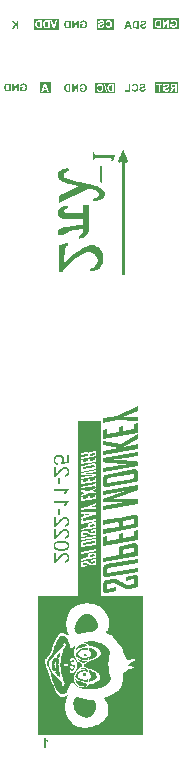
<source format=gbo>
G04*
G04 #@! TF.GenerationSoftware,Altium Limited,Altium Designer,22.10.1 (41)*
G04*
G04 Layer_Color=13813960*
%FSLAX25Y25*%
%MOIN*%
G70*
G04*
G04 #@! TF.SameCoordinates,08FE9C07-7630-47CA-AEBB-85BF9774B597*
G04*
G04*
G04 #@! TF.FilePolarity,Positive*
G04*
G01*
G75*
G36*
X20900Y118250D02*
Y60004D01*
X34903D01*
Y13600D01*
X0D01*
Y60004D01*
X13400D01*
Y118250D01*
X20900D01*
D02*
G37*
G36*
X33449Y121750D02*
X28225Y119648D01*
X33449Y119672D01*
Y118263D01*
X26244Y118591D01*
X21712Y117777D01*
Y119186D01*
X26268Y120013D01*
X33449Y123245D01*
Y121750D01*
D02*
G37*
G36*
Y114424D02*
X21712Y112297D01*
Y115469D01*
X23024Y115711D01*
Y113974D01*
X27107Y114703D01*
Y116453D01*
X28419Y116696D01*
Y114946D01*
X32137Y115602D01*
Y117376D01*
X33449Y117607D01*
Y114424D01*
D02*
G37*
G36*
Y112358D02*
X28407Y109600D01*
X33449Y110511D01*
Y109102D01*
X21712Y106976D01*
Y108385D01*
X27095Y109357D01*
X21712Y110220D01*
Y111714D01*
X27556Y110633D01*
X33449Y113889D01*
Y112358D01*
D02*
G37*
G36*
Y106708D02*
X32842Y106599D01*
X32246Y106502D01*
X31687Y106404D01*
X31153Y106307D01*
X30642Y106222D01*
X30144Y106149D01*
X29682Y106077D01*
X29245Y106004D01*
X28820Y105943D01*
X28419Y105882D01*
X28042Y105821D01*
X27690Y105773D01*
X27350Y105736D01*
X27034Y105688D01*
X26742Y105651D01*
X26475Y105615D01*
X26220Y105590D01*
X25977Y105566D01*
X25758Y105542D01*
X25564Y105518D01*
X25381Y105505D01*
X25223Y105481D01*
X25078Y105469D01*
X24944D01*
X24835Y105457D01*
X24737Y105445D01*
X24665D01*
X24592Y105432D01*
X24737D01*
X25017Y105420D01*
X25308D01*
X25612Y105408D01*
X25940Y105396D01*
X26281Y105372D01*
X26985Y105335D01*
X27714Y105287D01*
X28468Y105226D01*
X29209Y105165D01*
X29950Y105117D01*
X30642Y105056D01*
X30983Y105019D01*
X31299Y104995D01*
X31602Y104971D01*
X31894Y104934D01*
X32161Y104910D01*
X32416Y104886D01*
X32647Y104874D01*
X32842Y104849D01*
X33024Y104837D01*
X33170Y104813D01*
X33291Y104801D01*
X33376D01*
X33437Y104789D01*
X33449D01*
Y103367D01*
X21712Y101241D01*
Y102662D01*
X22332Y102772D01*
X22915Y102881D01*
X23486Y102978D01*
X24021Y103063D01*
X24531Y103148D01*
X25017Y103233D01*
X25479Y103306D01*
X25916Y103367D01*
X26329Y103440D01*
X26718Y103489D01*
X27082Y103549D01*
X27435Y103598D01*
X27763Y103647D01*
X28067Y103683D01*
X28346Y103719D01*
X28601Y103756D01*
X28844Y103792D01*
X29075Y103817D01*
X29282Y103841D01*
X29464Y103865D01*
X29634Y103877D01*
X29780Y103890D01*
X29926Y103902D01*
X30035Y103914D01*
X30144Y103926D01*
X30229Y103938D01*
X30302D01*
X30363Y103950D01*
X30217D01*
X29962Y103962D01*
X29682D01*
X29391Y103974D01*
X29075Y103987D01*
X28747Y104011D01*
X28067Y104048D01*
X27350Y104096D01*
X26621Y104145D01*
X25892Y104205D01*
X25175Y104266D01*
X24482Y104315D01*
X24154Y104351D01*
X23838Y104376D01*
X23535Y104400D01*
X23255Y104424D01*
X22988Y104448D01*
X22733Y104473D01*
X22514Y104497D01*
X22308Y104509D01*
X22137Y104533D01*
X21992Y104546D01*
X21870Y104558D01*
X21785D01*
X21736Y104570D01*
X21712D01*
Y105991D01*
X33449Y108118D01*
Y106708D01*
D02*
G37*
G36*
X32526Y102176D02*
X32671Y102140D01*
X32805Y102091D01*
X32914Y102031D01*
X33012Y101970D01*
X33072Y101921D01*
X33121Y101885D01*
X33133Y101873D01*
X33242Y101751D01*
X33315Y101630D01*
X33376Y101508D01*
X33413Y101399D01*
X33437Y101289D01*
X33449Y101216D01*
Y99151D01*
X33437Y98981D01*
X33400Y98835D01*
X33352Y98689D01*
X33303Y98568D01*
X33242Y98471D01*
X33194Y98386D01*
X33158Y98337D01*
X33145Y98325D01*
X33024Y98203D01*
X32902Y98106D01*
X32769Y98021D01*
X32647Y97960D01*
X32538Y97924D01*
X32453Y97900D01*
X32404Y97875D01*
X32380D01*
X22988Y96199D01*
X22781D01*
X22623Y96211D01*
X22478Y96247D01*
X22344Y96296D01*
X22235Y96344D01*
X22137Y96393D01*
X22077Y96442D01*
X22028Y96478D01*
X22016Y96490D01*
X21919Y96612D01*
X21846Y96733D01*
X21785Y96855D01*
X21749Y96976D01*
X21724Y97073D01*
X21712Y97158D01*
Y99187D01*
X21724Y99358D01*
X21761Y99515D01*
X21809Y99661D01*
X21858Y99783D01*
X21906Y99880D01*
X21955Y99965D01*
X21992Y100014D01*
X22004Y100026D01*
X22125Y100160D01*
X22259Y100257D01*
X22392Y100329D01*
X22514Y100390D01*
X22623Y100427D01*
X22708Y100463D01*
X22757Y100475D01*
X22781D01*
X32185Y102164D01*
X32246Y102176D01*
X32307Y102189D01*
X32355D01*
X32368D01*
X32526Y102176D01*
D02*
G37*
G36*
X33449Y95166D02*
X24993Y92335D01*
X33449Y92432D01*
Y90743D01*
X21712Y88605D01*
Y90026D01*
X29124Y91302D01*
X21712Y91205D01*
Y92408D01*
X29026Y94874D01*
X21712Y93574D01*
Y94996D01*
X33449Y97122D01*
Y95166D01*
D02*
G37*
G36*
X32550Y87074D02*
X32696Y87037D01*
X32817Y86989D01*
X32927Y86928D01*
X33012Y86867D01*
X33085Y86819D01*
X33121Y86782D01*
X33133Y86770D01*
X33242Y86649D01*
X33315Y86527D01*
X33376Y86393D01*
X33413Y86284D01*
X33437Y86175D01*
X33449Y86102D01*
Y82882D01*
X21712Y80780D01*
Y82214D01*
X26888Y83125D01*
Y84267D01*
X26876Y84364D01*
X26839Y84437D01*
X26791Y84486D01*
X26779Y84498D01*
X26706Y84559D01*
X26633Y84595D01*
X26572Y84607D01*
X26560D01*
X26548D01*
X26511D01*
X21712Y83745D01*
Y85179D01*
X26341Y86041D01*
X26402D01*
X26463D01*
X26511D01*
X26536D01*
X26621Y86053D01*
X26645D01*
X26657D01*
X26839Y86029D01*
X26985Y85993D01*
X27046Y85968D01*
X27095Y85956D01*
X27119Y85932D01*
X27131D01*
X27228Y85871D01*
X27301Y85798D01*
X27374Y85725D01*
X27423Y85664D01*
X27459Y85592D01*
X27483Y85543D01*
X27508Y85507D01*
Y85494D01*
X27556Y85628D01*
X27605Y85750D01*
X27678Y85859D01*
X27751Y85956D01*
X27909Y86114D01*
X28079Y86236D01*
X28237Y86321D01*
X28370Y86369D01*
X28419Y86393D01*
X28455D01*
X28480Y86406D01*
X28492D01*
X32185Y87062D01*
X32283Y87074D01*
X32343Y87086D01*
X32380Y87098D01*
X32392D01*
X32550Y87074D01*
D02*
G37*
G36*
X33449Y78739D02*
X21712Y76613D01*
Y79784D01*
X23024Y80027D01*
Y78289D01*
X27107Y79018D01*
Y80768D01*
X28419Y81011D01*
Y79261D01*
X32137Y79918D01*
Y81691D01*
X33449Y81922D01*
Y78739D01*
D02*
G37*
G36*
X32574Y77548D02*
X32696Y77512D01*
X32817Y77463D01*
X32927Y77415D01*
X33000Y77354D01*
X33072Y77305D01*
X33109Y77269D01*
X33121Y77257D01*
X33230Y77135D01*
X33315Y77002D01*
X33364Y76880D01*
X33413Y76759D01*
X33437Y76661D01*
X33449Y76576D01*
Y73429D01*
X21700Y71303D01*
Y72713D01*
X26961Y73672D01*
Y75507D01*
X26973Y75677D01*
X27010Y75835D01*
X27058Y75981D01*
X27107Y76102D01*
X27155Y76200D01*
X27204Y76273D01*
X27240Y76321D01*
X27253Y76333D01*
X27374Y76455D01*
X27508Y76552D01*
X27629Y76637D01*
X27751Y76698D01*
X27860Y76734D01*
X27957Y76759D01*
X28006Y76783D01*
X28030D01*
X32185Y77524D01*
X32283Y77548D01*
X32355Y77561D01*
X32404D01*
X32428D01*
X32574Y77548D01*
D02*
G37*
G36*
X33449Y71084D02*
X23425Y69262D01*
X23292Y69226D01*
X23194Y69153D01*
X23122Y69068D01*
X23073Y68983D01*
X23049Y68897D01*
X23036Y68837D01*
X23024Y68788D01*
Y68011D01*
X23036Y67913D01*
X23073Y67840D01*
X23109Y67792D01*
X23122Y67768D01*
X23207Y67719D01*
X23280Y67695D01*
X23340Y67682D01*
X23365D01*
X23413D01*
X33449Y69481D01*
Y68120D01*
X22964Y66237D01*
X22757D01*
X22599Y66249D01*
X22466Y66285D01*
X22332Y66334D01*
X22222Y66382D01*
X22137Y66431D01*
X22077Y66480D01*
X22028Y66516D01*
X22016Y66528D01*
X21919Y66650D01*
X21846Y66771D01*
X21785Y66893D01*
X21749Y67002D01*
X21724Y67111D01*
X21712Y67184D01*
Y69226D01*
X21724Y69396D01*
X21761Y69554D01*
X21809Y69699D01*
X21858Y69821D01*
X21906Y69918D01*
X21955Y70003D01*
X21992Y70052D01*
X22004Y70064D01*
X22125Y70198D01*
X22247Y70295D01*
X22380Y70380D01*
X22490Y70441D01*
X22599Y70477D01*
X22684Y70501D01*
X22733Y70526D01*
X22757D01*
X33449Y72482D01*
Y71084D01*
D02*
G37*
G36*
X32526Y66978D02*
X32671Y66941D01*
X32805Y66881D01*
X32914Y66832D01*
X33012Y66771D01*
X33072Y66711D01*
X33121Y66674D01*
X33133Y66662D01*
X33242Y66540D01*
X33315Y66419D01*
X33376Y66297D01*
X33413Y66188D01*
X33437Y66079D01*
X33449Y66006D01*
Y63965D01*
X33437Y63794D01*
X33400Y63636D01*
X33352Y63503D01*
X33303Y63381D01*
X33242Y63284D01*
X33194Y63199D01*
X33158Y63151D01*
X33145Y63138D01*
X33024Y63005D01*
X32902Y62908D01*
X32769Y62823D01*
X32647Y62762D01*
X32538Y62725D01*
X32453Y62701D01*
X32404Y62677D01*
X32380D01*
X30351Y62336D01*
X30241Y62324D01*
X30156Y62312D01*
X30084D01*
X30071D01*
X30059D01*
X30011D01*
X29998D01*
X29986D01*
X29768Y62324D01*
X29549Y62361D01*
X29355Y62409D01*
X29172Y62470D01*
X29014Y62519D01*
X28893Y62567D01*
X28844Y62592D01*
X28808Y62604D01*
X28796Y62616D01*
X28783D01*
X28735Y62640D01*
X28674Y62677D01*
X28589Y62725D01*
X28492Y62774D01*
X28261Y62895D01*
X28018Y63017D01*
X27787Y63138D01*
X27678Y63199D01*
X27593Y63248D01*
X27508Y63284D01*
X27447Y63321D01*
X27411Y63333D01*
X27398Y63345D01*
X27204Y63442D01*
X27034Y63539D01*
X26876Y63624D01*
X26742Y63697D01*
X26621Y63758D01*
X26511Y63819D01*
X26426Y63867D01*
X26341Y63904D01*
X26281Y63940D01*
X26220Y63965D01*
X26147Y64013D01*
X26110Y64038D01*
X26098D01*
X25916Y64135D01*
X25746Y64208D01*
X25600Y64268D01*
X25479Y64305D01*
X25381Y64329D01*
X25308Y64341D01*
X25260D01*
X25248D01*
X25187D01*
X25139Y64329D01*
X25102Y64317D01*
X25090D01*
X23438Y64025D01*
X23316Y63977D01*
X23231Y63916D01*
X23170Y63867D01*
X23146Y63855D01*
Y63843D01*
X23085Y63734D01*
X23049Y63624D01*
X23036Y63551D01*
Y62762D01*
X23049Y62665D01*
X23085Y62592D01*
X23122Y62543D01*
X23134Y62531D01*
X23219Y62470D01*
X23292Y62446D01*
X23352Y62434D01*
X23377D01*
X23425D01*
X25940Y62871D01*
Y61510D01*
X22964Y61000D01*
X22781D01*
X22623Y61012D01*
X22478Y61049D01*
X22344Y61085D01*
X22235Y61146D01*
X22137Y61194D01*
X22077Y61231D01*
X22028Y61267D01*
X22016Y61279D01*
X21919Y61401D01*
X21846Y61523D01*
X21785Y61644D01*
X21749Y61753D01*
X21724Y61851D01*
X21712Y61936D01*
Y63965D01*
X21724Y64135D01*
X21761Y64293D01*
X21809Y64438D01*
X21858Y64560D01*
X21906Y64657D01*
X21955Y64742D01*
X21992Y64791D01*
X22004Y64803D01*
X22125Y64925D01*
X22259Y65022D01*
X22392Y65107D01*
X22514Y65167D01*
X22623Y65204D01*
X22708Y65228D01*
X22757Y65253D01*
X22781D01*
X25041Y65666D01*
X25211Y65702D01*
X25357Y65714D01*
X25418Y65726D01*
X25454D01*
X25479D01*
X25491D01*
X25661Y65714D01*
X25831Y65690D01*
X25977Y65653D01*
X26098Y65617D01*
X26208Y65581D01*
X26281Y65544D01*
X26341Y65520D01*
X26353Y65508D01*
X26439Y65483D01*
X26548Y65423D01*
X26706Y65350D01*
X26888Y65253D01*
X27095Y65143D01*
X27301Y65022D01*
X27763Y64754D01*
X27981Y64621D01*
X28200Y64487D01*
X28407Y64366D01*
X28577Y64256D01*
X28735Y64171D01*
X28844Y64098D01*
X28917Y64050D01*
X28929Y64038D01*
X28941D01*
X29172Y63916D01*
X29391Y63831D01*
X29585Y63758D01*
X29768Y63722D01*
X29913Y63697D01*
X30035Y63685D01*
X30108Y63673D01*
X30120D01*
X30132D01*
X30241D01*
X30339Y63685D01*
X30411Y63697D01*
X30424D01*
X30436D01*
X31736Y63928D01*
X31845Y63965D01*
X31930Y64025D01*
X31979Y64074D01*
X32003Y64098D01*
X32076Y64208D01*
X32113Y64317D01*
X32125Y64402D01*
Y65180D01*
X32113Y65277D01*
X32076Y65350D01*
X32040Y65398D01*
X32028Y65423D01*
X31942Y65483D01*
X31870Y65520D01*
X31821Y65532D01*
X31797D01*
X31748D01*
X31736Y65520D01*
X29318Y65082D01*
Y66455D01*
X32198Y66966D01*
X32246Y66978D01*
X32307Y66990D01*
X32355D01*
X32368D01*
X32526Y66978D01*
D02*
G37*
G36*
X7154Y107097D02*
X7281Y107080D01*
X7403Y107058D01*
X7514Y107031D01*
X7625Y106997D01*
X7720Y106953D01*
X7814Y106914D01*
X7897Y106870D01*
X7970Y106825D01*
X8031Y106786D01*
X8091Y106748D01*
X8136Y106709D01*
X8169Y106681D01*
X8197Y106659D01*
X8214Y106642D01*
X8219Y106637D01*
X8303Y106548D01*
X8375Y106453D01*
X8436Y106359D01*
X8491Y106265D01*
X8536Y106170D01*
X8574Y106076D01*
X8602Y105987D01*
X8630Y105898D01*
X8647Y105821D01*
X8663Y105743D01*
X8669Y105676D01*
X8680Y105621D01*
Y105577D01*
X8685Y105538D01*
Y105510D01*
X8680Y105416D01*
X8674Y105321D01*
X8658Y105232D01*
X8636Y105144D01*
X8585Y104983D01*
X8552Y104905D01*
X8524Y104838D01*
X8497Y104772D01*
X8463Y104716D01*
X8436Y104666D01*
X8414Y104622D01*
X8391Y104589D01*
X8380Y104566D01*
X8369Y104550D01*
X8364Y104544D01*
X9740Y104816D01*
Y106864D01*
X10339D01*
Y104317D01*
X7709Y103823D01*
X7625Y104411D01*
X7703Y104466D01*
X7775Y104527D01*
X7836Y104594D01*
X7892Y104650D01*
X7931Y104705D01*
X7964Y104750D01*
X7981Y104777D01*
X7986Y104788D01*
X8036Y104883D01*
X8069Y104977D01*
X8097Y105071D01*
X8114Y105160D01*
X8125Y105232D01*
X8130Y105294D01*
Y105343D01*
X8125Y105432D01*
X8119Y105516D01*
X8103Y105599D01*
X8081Y105671D01*
X8031Y105810D01*
X8003Y105865D01*
X7975Y105921D01*
X7942Y105971D01*
X7914Y106009D01*
X7886Y106048D01*
X7864Y106076D01*
X7842Y106098D01*
X7825Y106120D01*
X7820Y106126D01*
X7814Y106131D01*
X7753Y106187D01*
X7686Y106231D01*
X7620Y106276D01*
X7553Y106309D01*
X7409Y106365D01*
X7276Y106398D01*
X7209Y106409D01*
X7154Y106420D01*
X7098Y106426D01*
X7054Y106431D01*
X7015Y106437D01*
X6987D01*
X6970D01*
X6965D01*
X6859Y106431D01*
X6765Y106426D01*
X6671Y106409D01*
X6582Y106387D01*
X6504Y106365D01*
X6427Y106337D01*
X6360Y106309D01*
X6299Y106281D01*
X6243Y106248D01*
X6193Y106220D01*
X6155Y106193D01*
X6116Y106170D01*
X6088Y106148D01*
X6071Y106131D01*
X6060Y106126D01*
X6055Y106120D01*
X5994Y106059D01*
X5944Y105998D01*
X5899Y105937D01*
X5861Y105871D01*
X5827Y105804D01*
X5799Y105743D01*
X5760Y105621D01*
X5733Y105516D01*
X5727Y105471D01*
X5722Y105432D01*
X5716Y105399D01*
Y105354D01*
X5722Y105282D01*
X5727Y105216D01*
X5755Y105094D01*
X5794Y104983D01*
X5838Y104888D01*
X5877Y104811D01*
X5916Y104755D01*
X5933Y104733D01*
X5944Y104716D01*
X5955Y104711D01*
Y104705D01*
X6005Y104661D01*
X6055Y104616D01*
X6166Y104544D01*
X6288Y104483D01*
X6404Y104439D01*
X6510Y104411D01*
X6560Y104394D01*
X6599Y104389D01*
X6632Y104383D01*
X6654Y104378D01*
X6671Y104372D01*
X6676D01*
X6626Y103712D01*
X6510Y103728D01*
X6393Y103751D01*
X6288Y103778D01*
X6188Y103817D01*
X6099Y103856D01*
X6010Y103895D01*
X5933Y103939D01*
X5866Y103984D01*
X5799Y104028D01*
X5744Y104067D01*
X5700Y104106D01*
X5661Y104145D01*
X5627Y104172D01*
X5605Y104195D01*
X5594Y104206D01*
X5588Y104211D01*
X5522Y104300D01*
X5461Y104389D01*
X5411Y104483D01*
X5367Y104578D01*
X5328Y104672D01*
X5294Y104766D01*
X5267Y104860D01*
X5250Y104949D01*
X5233Y105033D01*
X5222Y105110D01*
X5211Y105177D01*
X5206Y105238D01*
X5200Y105288D01*
Y105354D01*
X5206Y105510D01*
X5228Y105654D01*
X5255Y105793D01*
X5300Y105921D01*
X5344Y106043D01*
X5394Y106154D01*
X5455Y106254D01*
X5511Y106342D01*
X5566Y106426D01*
X5627Y106498D01*
X5677Y106559D01*
X5727Y106609D01*
X5766Y106648D01*
X5794Y106675D01*
X5816Y106692D01*
X5822Y106698D01*
X5916Y106770D01*
X6016Y106831D01*
X6121Y106886D01*
X6221Y106931D01*
X6321Y106970D01*
X6421Y107003D01*
X6521Y107031D01*
X6610Y107053D01*
X6699Y107070D01*
X6776Y107080D01*
X6843Y107092D01*
X6904Y107097D01*
X6954Y107103D01*
X6987D01*
X7015D01*
X7020D01*
X7154Y107097D01*
D02*
G37*
G36*
X5888Y100509D02*
X6010Y100598D01*
X6066Y100643D01*
X6116Y100687D01*
X6160Y100726D01*
X6193Y100753D01*
X6216Y100776D01*
X6221Y100781D01*
X6255Y100815D01*
X6299Y100859D01*
X6343Y100909D01*
X6393Y100964D01*
X6504Y101081D01*
X6610Y101203D01*
X6710Y101320D01*
X6754Y101370D01*
X6793Y101420D01*
X6826Y101453D01*
X6848Y101486D01*
X6865Y101503D01*
X6871Y101508D01*
X6976Y101630D01*
X7076Y101747D01*
X7165Y101852D01*
X7254Y101947D01*
X7331Y102036D01*
X7409Y102113D01*
X7475Y102185D01*
X7536Y102252D01*
X7587Y102308D01*
X7637Y102352D01*
X7675Y102391D01*
X7709Y102424D01*
X7736Y102446D01*
X7753Y102469D01*
X7764Y102474D01*
X7770Y102480D01*
X7892Y102585D01*
X8003Y102668D01*
X8108Y102741D01*
X8202Y102802D01*
X8280Y102846D01*
X8341Y102879D01*
X8364Y102890D01*
X8380Y102896D01*
X8386Y102901D01*
X8391D01*
X8502Y102946D01*
X8613Y102974D01*
X8713Y102996D01*
X8807Y103012D01*
X8885Y103024D01*
X8946Y103029D01*
X8968D01*
X8985D01*
X8991D01*
X8996D01*
X9107Y103024D01*
X9213Y103012D01*
X9313Y102990D01*
X9412Y102962D01*
X9501Y102929D01*
X9584Y102890D01*
X9662Y102851D01*
X9729Y102813D01*
X9795Y102774D01*
X9851Y102735D01*
X9901Y102696D01*
X9940Y102663D01*
X9967Y102635D01*
X9995Y102613D01*
X10006Y102602D01*
X10012Y102596D01*
X10084Y102513D01*
X10145Y102424D01*
X10200Y102330D01*
X10250Y102230D01*
X10289Y102136D01*
X10323Y102036D01*
X10350Y101941D01*
X10373Y101847D01*
X10389Y101764D01*
X10400Y101680D01*
X10412Y101608D01*
X10417Y101547D01*
X10423Y101497D01*
Y101425D01*
X10417Y101292D01*
X10406Y101164D01*
X10389Y101048D01*
X10362Y100937D01*
X10334Y100831D01*
X10300Y100737D01*
X10267Y100648D01*
X10234Y100570D01*
X10195Y100498D01*
X10162Y100437D01*
X10128Y100382D01*
X10101Y100337D01*
X10073Y100304D01*
X10056Y100282D01*
X10045Y100265D01*
X10040Y100260D01*
X9967Y100182D01*
X9884Y100115D01*
X9801Y100054D01*
X9707Y99999D01*
X9618Y99954D01*
X9529Y99910D01*
X9435Y99877D01*
X9351Y99849D01*
X9268Y99821D01*
X9190Y99805D01*
X9118Y99788D01*
X9057Y99777D01*
X9007Y99771D01*
X8974Y99766D01*
X8952Y99760D01*
X8941D01*
X8874Y100404D01*
X8963Y100409D01*
X9046Y100415D01*
X9190Y100448D01*
X9324Y100493D01*
X9379Y100515D01*
X9429Y100543D01*
X9473Y100565D01*
X9512Y100593D01*
X9546Y100615D01*
X9573Y100631D01*
X9596Y100654D01*
X9612Y100665D01*
X9618Y100670D01*
X9623Y100676D01*
X9673Y100731D01*
X9718Y100787D01*
X9751Y100848D01*
X9784Y100909D01*
X9834Y101031D01*
X9867Y101148D01*
X9884Y101248D01*
X9895Y101292D01*
Y101331D01*
X9901Y101364D01*
Y101486D01*
X9890Y101564D01*
X9862Y101703D01*
X9818Y101819D01*
X9773Y101925D01*
X9723Y102002D01*
X9701Y102036D01*
X9679Y102063D01*
X9662Y102086D01*
X9651Y102102D01*
X9646Y102108D01*
X9640Y102113D01*
X9590Y102163D01*
X9540Y102202D01*
X9490Y102241D01*
X9435Y102269D01*
X9329Y102319D01*
X9229Y102352D01*
X9146Y102369D01*
X9107Y102380D01*
X9074D01*
X9052Y102385D01*
X9030D01*
X9018D01*
X9013D01*
X8946Y102380D01*
X8880Y102374D01*
X8747Y102341D01*
X8619Y102291D01*
X8502Y102235D01*
X8402Y102180D01*
X8364Y102158D01*
X8325Y102130D01*
X8297Y102113D01*
X8275Y102097D01*
X8264Y102091D01*
X8258Y102086D01*
X8180Y102024D01*
X8097Y101952D01*
X8008Y101869D01*
X7920Y101780D01*
X7736Y101597D01*
X7564Y101409D01*
X7481Y101320D01*
X7409Y101231D01*
X7342Y101153D01*
X7287Y101086D01*
X7237Y101031D01*
X7203Y100992D01*
X7176Y100964D01*
X7170Y100953D01*
X7087Y100853D01*
X7009Y100765D01*
X6937Y100676D01*
X6865Y100598D01*
X6798Y100521D01*
X6732Y100454D01*
X6676Y100393D01*
X6621Y100337D01*
X6571Y100287D01*
X6526Y100249D01*
X6488Y100210D01*
X6460Y100182D01*
X6432Y100154D01*
X6415Y100137D01*
X6404Y100132D01*
X6399Y100126D01*
X6277Y100027D01*
X6155Y99943D01*
X6038Y99871D01*
X5933Y99816D01*
X5844Y99771D01*
X5805Y99755D01*
X5777Y99738D01*
X5750Y99727D01*
X5733Y99721D01*
X5722Y99716D01*
X5716D01*
X5638Y99688D01*
X5561Y99671D01*
X5489Y99655D01*
X5422Y99649D01*
X5367Y99644D01*
X5322D01*
X5294D01*
X5283D01*
Y103035D01*
X5888D01*
Y100509D01*
D02*
G37*
G36*
X7453Y97274D02*
X6821D01*
Y99211D01*
X7453D01*
Y97274D01*
D02*
G37*
G36*
X10423Y95331D02*
X10295Y95259D01*
X10173Y95176D01*
X10056Y95081D01*
X9956Y94987D01*
X9862Y94904D01*
X9829Y94865D01*
X9795Y94837D01*
X9768Y94810D01*
X9751Y94787D01*
X9740Y94776D01*
X9734Y94771D01*
X9607Y94621D01*
X9496Y94460D01*
X9390Y94304D01*
X9301Y94160D01*
X9268Y94099D01*
X9235Y94038D01*
X9202Y93983D01*
X9179Y93938D01*
X9163Y93899D01*
X9146Y93872D01*
X9140Y93855D01*
X9135Y93849D01*
X8530D01*
X8574Y93960D01*
X8624Y94077D01*
X8680Y94188D01*
X8730Y94288D01*
X8780Y94377D01*
X8796Y94415D01*
X8819Y94449D01*
X8830Y94476D01*
X8841Y94493D01*
X8852Y94504D01*
Y94510D01*
X8935Y94643D01*
X9013Y94760D01*
X9085Y94865D01*
X9152Y94948D01*
X9207Y95020D01*
X9246Y95070D01*
X9274Y95098D01*
X9285Y95109D01*
X5283D01*
Y95736D01*
X10423D01*
Y95331D01*
D02*
G37*
G36*
Y91352D02*
X10295Y91280D01*
X10173Y91197D01*
X10056Y91102D01*
X9956Y91008D01*
X9862Y90925D01*
X9829Y90886D01*
X9795Y90858D01*
X9768Y90830D01*
X9751Y90808D01*
X9740Y90797D01*
X9734Y90791D01*
X9607Y90641D01*
X9496Y90481D01*
X9390Y90325D01*
X9301Y90181D01*
X9268Y90120D01*
X9235Y90059D01*
X9202Y90003D01*
X9179Y89959D01*
X9163Y89920D01*
X9146Y89892D01*
X9140Y89876D01*
X9135Y89870D01*
X8530D01*
X8574Y89981D01*
X8624Y90098D01*
X8680Y90209D01*
X8730Y90308D01*
X8780Y90397D01*
X8796Y90436D01*
X8819Y90469D01*
X8830Y90497D01*
X8841Y90514D01*
X8852Y90525D01*
Y90530D01*
X8935Y90664D01*
X9013Y90780D01*
X9085Y90886D01*
X9152Y90969D01*
X9207Y91041D01*
X9246Y91091D01*
X9274Y91119D01*
X9285Y91130D01*
X5283D01*
Y91757D01*
X10423D01*
Y91352D01*
D02*
G37*
G36*
X7453Y86934D02*
X6821D01*
Y88871D01*
X7453D01*
Y86934D01*
D02*
G37*
G36*
X5888Y83809D02*
X6010Y83898D01*
X6066Y83943D01*
X6116Y83987D01*
X6160Y84026D01*
X6193Y84054D01*
X6216Y84076D01*
X6221Y84081D01*
X6255Y84115D01*
X6299Y84159D01*
X6343Y84209D01*
X6393Y84264D01*
X6504Y84381D01*
X6610Y84503D01*
X6710Y84620D01*
X6754Y84670D01*
X6793Y84720D01*
X6826Y84753D01*
X6848Y84786D01*
X6865Y84803D01*
X6871Y84808D01*
X6976Y84930D01*
X7076Y85047D01*
X7165Y85153D01*
X7254Y85247D01*
X7331Y85336D01*
X7409Y85413D01*
X7475Y85486D01*
X7536Y85552D01*
X7587Y85608D01*
X7637Y85652D01*
X7675Y85691D01*
X7709Y85724D01*
X7736Y85746D01*
X7753Y85769D01*
X7764Y85774D01*
X7770Y85780D01*
X7892Y85885D01*
X8003Y85968D01*
X8108Y86041D01*
X8202Y86102D01*
X8280Y86146D01*
X8341Y86179D01*
X8364Y86190D01*
X8380Y86196D01*
X8386Y86201D01*
X8391D01*
X8502Y86246D01*
X8613Y86274D01*
X8713Y86296D01*
X8807Y86313D01*
X8885Y86324D01*
X8946Y86329D01*
X8968D01*
X8985D01*
X8991D01*
X8996D01*
X9107Y86324D01*
X9213Y86313D01*
X9313Y86290D01*
X9412Y86263D01*
X9501Y86229D01*
X9584Y86190D01*
X9662Y86151D01*
X9729Y86113D01*
X9795Y86074D01*
X9851Y86035D01*
X9901Y85996D01*
X9940Y85963D01*
X9967Y85935D01*
X9995Y85913D01*
X10006Y85902D01*
X10012Y85896D01*
X10084Y85813D01*
X10145Y85724D01*
X10200Y85630D01*
X10250Y85530D01*
X10289Y85436D01*
X10323Y85336D01*
X10350Y85241D01*
X10373Y85147D01*
X10389Y85064D01*
X10400Y84980D01*
X10412Y84908D01*
X10417Y84847D01*
X10423Y84797D01*
Y84725D01*
X10417Y84592D01*
X10406Y84464D01*
X10389Y84348D01*
X10362Y84237D01*
X10334Y84131D01*
X10300Y84037D01*
X10267Y83948D01*
X10234Y83871D01*
X10195Y83798D01*
X10162Y83737D01*
X10128Y83682D01*
X10101Y83637D01*
X10073Y83604D01*
X10056Y83582D01*
X10045Y83565D01*
X10040Y83560D01*
X9967Y83482D01*
X9884Y83415D01*
X9801Y83354D01*
X9707Y83299D01*
X9618Y83254D01*
X9529Y83210D01*
X9435Y83177D01*
X9351Y83149D01*
X9268Y83121D01*
X9190Y83104D01*
X9118Y83088D01*
X9057Y83077D01*
X9007Y83071D01*
X8974Y83066D01*
X8952Y83060D01*
X8941D01*
X8874Y83704D01*
X8963Y83710D01*
X9046Y83715D01*
X9190Y83748D01*
X9324Y83793D01*
X9379Y83815D01*
X9429Y83843D01*
X9473Y83865D01*
X9512Y83893D01*
X9546Y83915D01*
X9573Y83931D01*
X9596Y83954D01*
X9612Y83965D01*
X9618Y83970D01*
X9623Y83976D01*
X9673Y84031D01*
X9718Y84087D01*
X9751Y84148D01*
X9784Y84209D01*
X9834Y84331D01*
X9867Y84448D01*
X9884Y84548D01*
X9895Y84592D01*
Y84631D01*
X9901Y84664D01*
Y84786D01*
X9890Y84864D01*
X9862Y85003D01*
X9818Y85119D01*
X9773Y85225D01*
X9723Y85302D01*
X9701Y85336D01*
X9679Y85363D01*
X9662Y85386D01*
X9651Y85402D01*
X9646Y85408D01*
X9640Y85413D01*
X9590Y85463D01*
X9540Y85502D01*
X9490Y85541D01*
X9435Y85569D01*
X9329Y85619D01*
X9229Y85652D01*
X9146Y85669D01*
X9107Y85680D01*
X9074D01*
X9052Y85685D01*
X9030D01*
X9018D01*
X9013D01*
X8946Y85680D01*
X8880Y85674D01*
X8747Y85641D01*
X8619Y85591D01*
X8502Y85536D01*
X8402Y85480D01*
X8364Y85458D01*
X8325Y85430D01*
X8297Y85413D01*
X8275Y85397D01*
X8264Y85391D01*
X8258Y85386D01*
X8180Y85325D01*
X8097Y85252D01*
X8008Y85169D01*
X7920Y85080D01*
X7736Y84897D01*
X7564Y84708D01*
X7481Y84620D01*
X7409Y84531D01*
X7342Y84453D01*
X7287Y84387D01*
X7237Y84331D01*
X7203Y84292D01*
X7176Y84264D01*
X7170Y84253D01*
X7087Y84153D01*
X7009Y84065D01*
X6937Y83976D01*
X6865Y83898D01*
X6798Y83820D01*
X6732Y83754D01*
X6676Y83693D01*
X6621Y83637D01*
X6571Y83587D01*
X6526Y83549D01*
X6488Y83510D01*
X6460Y83482D01*
X6432Y83454D01*
X6415Y83438D01*
X6404Y83432D01*
X6399Y83426D01*
X6277Y83327D01*
X6155Y83243D01*
X6038Y83171D01*
X5933Y83116D01*
X5844Y83071D01*
X5805Y83055D01*
X5777Y83038D01*
X5750Y83027D01*
X5733Y83021D01*
X5722Y83016D01*
X5716D01*
X5638Y82988D01*
X5561Y82971D01*
X5489Y82955D01*
X5422Y82949D01*
X5367Y82944D01*
X5322D01*
X5294D01*
X5283D01*
Y86335D01*
X5888D01*
Y83809D01*
D02*
G37*
G36*
Y79830D02*
X6010Y79919D01*
X6066Y79963D01*
X6116Y80008D01*
X6160Y80046D01*
X6193Y80074D01*
X6216Y80097D01*
X6221Y80102D01*
X6255Y80135D01*
X6299Y80180D01*
X6343Y80230D01*
X6393Y80285D01*
X6504Y80402D01*
X6610Y80524D01*
X6710Y80640D01*
X6754Y80690D01*
X6793Y80740D01*
X6826Y80774D01*
X6848Y80807D01*
X6865Y80823D01*
X6871Y80829D01*
X6976Y80951D01*
X7076Y81068D01*
X7165Y81173D01*
X7254Y81267D01*
X7331Y81356D01*
X7409Y81434D01*
X7475Y81506D01*
X7536Y81573D01*
X7587Y81628D01*
X7637Y81673D01*
X7675Y81712D01*
X7709Y81745D01*
X7736Y81767D01*
X7753Y81789D01*
X7764Y81795D01*
X7770Y81800D01*
X7892Y81906D01*
X8003Y81989D01*
X8108Y82061D01*
X8202Y82122D01*
X8280Y82167D01*
X8341Y82200D01*
X8364Y82211D01*
X8380Y82217D01*
X8386Y82222D01*
X8391D01*
X8502Y82266D01*
X8613Y82294D01*
X8713Y82316D01*
X8807Y82333D01*
X8885Y82344D01*
X8946Y82350D01*
X8968D01*
X8985D01*
X8991D01*
X8996D01*
X9107Y82344D01*
X9213Y82333D01*
X9313Y82311D01*
X9412Y82283D01*
X9501Y82250D01*
X9584Y82211D01*
X9662Y82172D01*
X9729Y82133D01*
X9795Y82094D01*
X9851Y82056D01*
X9901Y82017D01*
X9940Y81984D01*
X9967Y81956D01*
X9995Y81933D01*
X10006Y81922D01*
X10012Y81917D01*
X10084Y81834D01*
X10145Y81745D01*
X10200Y81651D01*
X10250Y81551D01*
X10289Y81456D01*
X10323Y81356D01*
X10350Y81262D01*
X10373Y81168D01*
X10389Y81084D01*
X10400Y81001D01*
X10412Y80929D01*
X10417Y80868D01*
X10423Y80818D01*
Y80746D01*
X10417Y80613D01*
X10406Y80485D01*
X10389Y80368D01*
X10362Y80257D01*
X10334Y80152D01*
X10300Y80058D01*
X10267Y79969D01*
X10234Y79891D01*
X10195Y79819D01*
X10162Y79758D01*
X10128Y79702D01*
X10101Y79658D01*
X10073Y79625D01*
X10056Y79602D01*
X10045Y79586D01*
X10040Y79580D01*
X9967Y79503D01*
X9884Y79436D01*
X9801Y79375D01*
X9707Y79319D01*
X9618Y79275D01*
X9529Y79231D01*
X9435Y79197D01*
X9351Y79170D01*
X9268Y79142D01*
X9190Y79125D01*
X9118Y79109D01*
X9057Y79097D01*
X9007Y79092D01*
X8974Y79086D01*
X8952Y79081D01*
X8941D01*
X8874Y79725D01*
X8963Y79730D01*
X9046Y79736D01*
X9190Y79769D01*
X9324Y79813D01*
X9379Y79836D01*
X9429Y79863D01*
X9473Y79886D01*
X9512Y79913D01*
X9546Y79935D01*
X9573Y79952D01*
X9596Y79974D01*
X9612Y79985D01*
X9618Y79991D01*
X9623Y79997D01*
X9673Y80052D01*
X9718Y80108D01*
X9751Y80169D01*
X9784Y80230D01*
X9834Y80352D01*
X9867Y80468D01*
X9884Y80568D01*
X9895Y80613D01*
Y80651D01*
X9901Y80685D01*
Y80807D01*
X9890Y80885D01*
X9862Y81023D01*
X9818Y81140D01*
X9773Y81245D01*
X9723Y81323D01*
X9701Y81356D01*
X9679Y81384D01*
X9662Y81406D01*
X9651Y81423D01*
X9646Y81428D01*
X9640Y81434D01*
X9590Y81484D01*
X9540Y81523D01*
X9490Y81562D01*
X9435Y81589D01*
X9329Y81639D01*
X9229Y81673D01*
X9146Y81689D01*
X9107Y81700D01*
X9074D01*
X9052Y81706D01*
X9030D01*
X9018D01*
X9013D01*
X8946Y81700D01*
X8880Y81695D01*
X8747Y81661D01*
X8619Y81612D01*
X8502Y81556D01*
X8402Y81501D01*
X8364Y81478D01*
X8325Y81451D01*
X8297Y81434D01*
X8275Y81417D01*
X8264Y81412D01*
X8258Y81406D01*
X8180Y81345D01*
X8097Y81273D01*
X8008Y81190D01*
X7920Y81101D01*
X7736Y80918D01*
X7564Y80729D01*
X7481Y80640D01*
X7409Y80551D01*
X7342Y80474D01*
X7287Y80407D01*
X7237Y80352D01*
X7203Y80313D01*
X7176Y80285D01*
X7170Y80274D01*
X7087Y80174D01*
X7009Y80085D01*
X6937Y79997D01*
X6865Y79919D01*
X6798Y79841D01*
X6732Y79774D01*
X6676Y79713D01*
X6621Y79658D01*
X6571Y79608D01*
X6526Y79569D01*
X6488Y79530D01*
X6460Y79503D01*
X6432Y79475D01*
X6415Y79458D01*
X6404Y79453D01*
X6399Y79447D01*
X6277Y79347D01*
X6155Y79264D01*
X6038Y79192D01*
X5933Y79136D01*
X5844Y79092D01*
X5805Y79075D01*
X5777Y79059D01*
X5750Y79048D01*
X5733Y79042D01*
X5722Y79036D01*
X5716D01*
X5638Y79009D01*
X5561Y78992D01*
X5489Y78975D01*
X5422Y78970D01*
X5367Y78964D01*
X5322D01*
X5294D01*
X5283D01*
Y82355D01*
X5888D01*
Y79830D01*
D02*
G37*
G36*
X8081Y78404D02*
X8202Y78398D01*
X8319Y78393D01*
X8425Y78382D01*
X8524Y78370D01*
X8613Y78359D01*
X8697Y78354D01*
X8769Y78343D01*
X8830Y78332D01*
X8885Y78320D01*
X8930Y78309D01*
X8968Y78304D01*
X8991Y78298D01*
X9007Y78293D01*
X9013D01*
X9174Y78248D01*
X9324Y78193D01*
X9451Y78143D01*
X9562Y78093D01*
X9607Y78065D01*
X9651Y78048D01*
X9690Y78026D01*
X9718Y78010D01*
X9740Y77993D01*
X9757Y77987D01*
X9768Y77976D01*
X9773D01*
X9884Y77899D01*
X9984Y77810D01*
X10067Y77727D01*
X10134Y77643D01*
X10189Y77571D01*
X10223Y77516D01*
X10239Y77494D01*
X10250Y77477D01*
X10256Y77466D01*
Y77460D01*
X10311Y77338D01*
X10350Y77216D01*
X10384Y77094D01*
X10400Y76983D01*
X10412Y76883D01*
X10417Y76844D01*
X10423Y76805D01*
Y76739D01*
X10417Y76639D01*
X10412Y76539D01*
X10395Y76445D01*
X10378Y76356D01*
X10356Y76278D01*
X10328Y76200D01*
X10300Y76128D01*
X10273Y76067D01*
X10245Y76006D01*
X10217Y75956D01*
X10195Y75912D01*
X10167Y75878D01*
X10151Y75851D01*
X10134Y75828D01*
X10128Y75817D01*
X10123Y75812D01*
X10062Y75745D01*
X10001Y75684D01*
X9862Y75573D01*
X9723Y75473D01*
X9584Y75396D01*
X9518Y75362D01*
X9462Y75335D01*
X9407Y75312D01*
X9363Y75290D01*
X9324Y75279D01*
X9290Y75268D01*
X9274Y75257D01*
X9268D01*
X9163Y75224D01*
X9046Y75196D01*
X8807Y75151D01*
X8563Y75118D01*
X8447Y75107D01*
X8330Y75096D01*
X8225Y75090D01*
X8125Y75085D01*
X8036Y75079D01*
X7958D01*
X7897Y75074D01*
X7847D01*
X7820D01*
X7808D01*
X7548Y75079D01*
X7303Y75096D01*
X7081Y75118D01*
X6876Y75151D01*
X6687Y75190D01*
X6515Y75235D01*
X6365Y75279D01*
X6227Y75329D01*
X6110Y75373D01*
X6005Y75418D01*
X5922Y75462D01*
X5849Y75501D01*
X5794Y75534D01*
X5755Y75557D01*
X5733Y75573D01*
X5727Y75579D01*
X5633Y75662D01*
X5555Y75751D01*
X5483Y75845D01*
X5422Y75940D01*
X5372Y76034D01*
X5328Y76134D01*
X5294Y76228D01*
X5267Y76317D01*
X5244Y76406D01*
X5228Y76483D01*
X5217Y76556D01*
X5211Y76617D01*
X5206Y76666D01*
X5200Y76705D01*
Y76739D01*
X5206Y76844D01*
X5211Y76938D01*
X5228Y77033D01*
X5244Y77122D01*
X5272Y77205D01*
X5294Y77277D01*
X5322Y77349D01*
X5350Y77410D01*
X5378Y77471D01*
X5405Y77521D01*
X5433Y77566D01*
X5455Y77599D01*
X5472Y77627D01*
X5489Y77649D01*
X5494Y77660D01*
X5500Y77666D01*
X5561Y77732D01*
X5622Y77799D01*
X5760Y77910D01*
X5899Y78004D01*
X6038Y78082D01*
X6105Y78115D01*
X6166Y78143D01*
X6216Y78165D01*
X6266Y78187D01*
X6299Y78204D01*
X6332Y78210D01*
X6349Y78221D01*
X6354D01*
X6460Y78254D01*
X6576Y78282D01*
X6815Y78332D01*
X7059Y78365D01*
X7176Y78376D01*
X7292Y78387D01*
X7398Y78393D01*
X7498Y78398D01*
X7581Y78404D01*
X7659Y78409D01*
X7720D01*
X7770D01*
X7797D01*
X7808D01*
X7947D01*
X8081Y78404D01*
D02*
G37*
G36*
X5888Y71871D02*
X6010Y71960D01*
X6066Y72004D01*
X6116Y72049D01*
X6160Y72088D01*
X6193Y72115D01*
X6216Y72138D01*
X6221Y72143D01*
X6255Y72177D01*
X6299Y72221D01*
X6343Y72271D01*
X6393Y72326D01*
X6504Y72443D01*
X6610Y72565D01*
X6710Y72682D01*
X6754Y72732D01*
X6793Y72782D01*
X6826Y72815D01*
X6848Y72848D01*
X6865Y72865D01*
X6871Y72870D01*
X6976Y72992D01*
X7076Y73109D01*
X7165Y73214D01*
X7254Y73309D01*
X7331Y73398D01*
X7409Y73475D01*
X7475Y73548D01*
X7536Y73614D01*
X7587Y73670D01*
X7637Y73714D01*
X7675Y73753D01*
X7709Y73786D01*
X7736Y73808D01*
X7753Y73830D01*
X7764Y73836D01*
X7770Y73842D01*
X7892Y73947D01*
X8003Y74030D01*
X8108Y74102D01*
X8202Y74164D01*
X8280Y74208D01*
X8341Y74241D01*
X8364Y74252D01*
X8380Y74258D01*
X8386Y74263D01*
X8391D01*
X8502Y74308D01*
X8613Y74336D01*
X8713Y74358D01*
X8807Y74374D01*
X8885Y74385D01*
X8946Y74391D01*
X8968D01*
X8985D01*
X8991D01*
X8996D01*
X9107Y74385D01*
X9213Y74374D01*
X9313Y74352D01*
X9412Y74325D01*
X9501Y74291D01*
X9584Y74252D01*
X9662Y74213D01*
X9729Y74175D01*
X9795Y74136D01*
X9851Y74097D01*
X9901Y74058D01*
X9940Y74025D01*
X9967Y73997D01*
X9995Y73975D01*
X10006Y73964D01*
X10012Y73958D01*
X10084Y73875D01*
X10145Y73786D01*
X10200Y73692D01*
X10250Y73592D01*
X10289Y73497D01*
X10323Y73398D01*
X10350Y73303D01*
X10373Y73209D01*
X10389Y73126D01*
X10400Y73042D01*
X10412Y72970D01*
X10417Y72909D01*
X10423Y72859D01*
Y72787D01*
X10417Y72654D01*
X10406Y72526D01*
X10389Y72410D01*
X10362Y72299D01*
X10334Y72193D01*
X10300Y72099D01*
X10267Y72010D01*
X10234Y71932D01*
X10195Y71860D01*
X10162Y71799D01*
X10128Y71744D01*
X10101Y71699D01*
X10073Y71666D01*
X10056Y71644D01*
X10045Y71627D01*
X10040Y71622D01*
X9967Y71544D01*
X9884Y71477D01*
X9801Y71416D01*
X9707Y71361D01*
X9618Y71316D01*
X9529Y71272D01*
X9435Y71239D01*
X9351Y71211D01*
X9268Y71183D01*
X9190Y71166D01*
X9118Y71150D01*
X9057Y71139D01*
X9007Y71133D01*
X8974Y71128D01*
X8952Y71122D01*
X8941D01*
X8874Y71766D01*
X8963Y71772D01*
X9046Y71777D01*
X9190Y71810D01*
X9324Y71855D01*
X9379Y71877D01*
X9429Y71905D01*
X9473Y71927D01*
X9512Y71955D01*
X9546Y71977D01*
X9573Y71993D01*
X9596Y72016D01*
X9612Y72027D01*
X9618Y72032D01*
X9623Y72038D01*
X9673Y72093D01*
X9718Y72149D01*
X9751Y72210D01*
X9784Y72271D01*
X9834Y72393D01*
X9867Y72510D01*
X9884Y72610D01*
X9895Y72654D01*
Y72693D01*
X9901Y72726D01*
Y72848D01*
X9890Y72926D01*
X9862Y73065D01*
X9818Y73181D01*
X9773Y73287D01*
X9723Y73364D01*
X9701Y73398D01*
X9679Y73425D01*
X9662Y73448D01*
X9651Y73464D01*
X9646Y73470D01*
X9640Y73475D01*
X9590Y73525D01*
X9540Y73564D01*
X9490Y73603D01*
X9435Y73631D01*
X9329Y73681D01*
X9229Y73714D01*
X9146Y73731D01*
X9107Y73742D01*
X9074D01*
X9052Y73747D01*
X9030D01*
X9018D01*
X9013D01*
X8946Y73742D01*
X8880Y73736D01*
X8747Y73703D01*
X8619Y73653D01*
X8502Y73597D01*
X8402Y73542D01*
X8364Y73520D01*
X8325Y73492D01*
X8297Y73475D01*
X8275Y73459D01*
X8264Y73453D01*
X8258Y73448D01*
X8180Y73387D01*
X8097Y73314D01*
X8008Y73231D01*
X7920Y73142D01*
X7736Y72959D01*
X7564Y72771D01*
X7481Y72682D01*
X7409Y72593D01*
X7342Y72515D01*
X7287Y72449D01*
X7237Y72393D01*
X7203Y72354D01*
X7176Y72326D01*
X7170Y72315D01*
X7087Y72215D01*
X7009Y72127D01*
X6937Y72038D01*
X6865Y71960D01*
X6798Y71882D01*
X6732Y71816D01*
X6676Y71755D01*
X6621Y71699D01*
X6571Y71649D01*
X6526Y71610D01*
X6488Y71572D01*
X6460Y71544D01*
X6432Y71516D01*
X6415Y71500D01*
X6404Y71494D01*
X6399Y71488D01*
X6277Y71389D01*
X6155Y71305D01*
X6038Y71233D01*
X5933Y71178D01*
X5844Y71133D01*
X5805Y71117D01*
X5777Y71100D01*
X5750Y71089D01*
X5733Y71083D01*
X5722Y71078D01*
X5716D01*
X5638Y71050D01*
X5561Y71033D01*
X5489Y71017D01*
X5422Y71011D01*
X5367Y71006D01*
X5322D01*
X5294D01*
X5283D01*
Y74397D01*
X5888D01*
Y71871D01*
D02*
G37*
G36*
X18683Y207935D02*
X18717Y207657D01*
X18821Y207449D01*
X18960Y207310D01*
X19099Y207206D01*
X19238Y207136D01*
X19377Y207102D01*
X19481D01*
X19516D01*
X25522D01*
X25627Y207067D01*
X25661Y206997D01*
X25696Y206928D01*
Y206824D01*
X25557Y206511D01*
X25453Y206199D01*
X25349Y205956D01*
X25245Y205748D01*
X25106Y205400D01*
X24967Y205192D01*
X24863Y205053D01*
X24793Y204984D01*
X24759Y204949D01*
X24654D01*
X24481Y205018D01*
X24585Y205678D01*
X24550Y205782D01*
X24411Y205852D01*
X24272Y205886D01*
X24064Y205921D01*
X23891Y205956D01*
X23717D01*
X23578D01*
X23543D01*
X19342D01*
X19203D01*
X19064Y205921D01*
X18995Y205886D01*
X18960D01*
X18474Y205018D01*
X18370Y205053D01*
X18335Y205123D01*
X18301Y205192D01*
Y207831D01*
X18335Y207970D01*
X18405Y208004D01*
X18440Y208039D01*
X18474D01*
X18683Y207935D01*
D02*
G37*
G36*
X30105Y204845D02*
X30036Y204706D01*
X29932Y204637D01*
X29828Y204498D01*
X29758Y204463D01*
X29724D01*
X29550D01*
X29446Y204498D01*
X29342Y204637D01*
X29237Y204810D01*
X29168Y204984D01*
X29099Y205192D01*
X29029Y205331D01*
X28994Y205470D01*
Y205504D01*
X28890D01*
Y167174D01*
X28855Y167069D01*
X28821Y167035D01*
X28751Y167000D01*
X28717D01*
X28126D01*
X28022Y167035D01*
X27988Y167104D01*
X27953Y167139D01*
Y205609D01*
X27849D01*
X27814Y205435D01*
X27779Y205261D01*
X27571Y204879D01*
X27467Y204706D01*
X27397Y204602D01*
X27328Y204498D01*
X27293Y204463D01*
X27015Y204498D01*
X26842Y204602D01*
X26772Y204706D01*
X26738Y204741D01*
Y204949D01*
X26981Y205609D01*
X27189Y206164D01*
X27397Y206685D01*
X27571Y207102D01*
X27710Y207484D01*
X27849Y207796D01*
X27988Y208074D01*
X28092Y208282D01*
X28161Y208456D01*
X28231Y208595D01*
X28335Y208768D01*
X28404Y208872D01*
X28508D01*
X30105Y204845D01*
D02*
G37*
G36*
X21391Y203421D02*
X21460Y203352D01*
X21495Y203282D01*
Y197901D01*
X21460Y197831D01*
X21391Y197762D01*
X21321Y197727D01*
X21287D01*
X21009D01*
X20905Y197762D01*
X20870Y197831D01*
X20835Y197866D01*
Y203248D01*
X20870Y203387D01*
X20939Y203421D01*
X20974Y203456D01*
X21009D01*
X21287D01*
X21391Y203421D01*
D02*
G37*
G36*
X10141Y202414D02*
X10211Y202310D01*
X10246Y202241D01*
Y201581D01*
X9864Y201546D01*
X9516Y201442D01*
X9239Y201269D01*
X8996Y201130D01*
X8787Y200956D01*
X8648Y200783D01*
X8579Y200678D01*
X8544Y200644D01*
Y199984D01*
X8614Y199810D01*
X8787Y199602D01*
X9065Y199428D01*
X9447Y199255D01*
X9864Y199047D01*
X10350Y198873D01*
X11426Y198561D01*
X12468Y198248D01*
X12954Y198144D01*
X13370Y198040D01*
X13752Y197935D01*
X14030Y197901D01*
X14204Y197831D01*
X14273D01*
X15002Y197727D01*
X15662Y197588D01*
X16322Y197449D01*
X16912Y197311D01*
X17433Y197172D01*
X17953Y197067D01*
X18440Y196929D01*
X18856Y196790D01*
X19273Y196651D01*
X19655Y196512D01*
X20280Y196234D01*
X20800Y195957D01*
X21217Y195713D01*
X21564Y195470D01*
X21807Y195227D01*
X21981Y195054D01*
X22085Y194880D01*
X22189Y194741D01*
X22224Y194637D01*
Y193700D01*
X22085Y193318D01*
X21877Y193005D01*
X21668Y192727D01*
X21391Y192484D01*
X21113Y192311D01*
X20800Y192137D01*
X20210Y191894D01*
X19620Y191721D01*
X19377Y191686D01*
X19134Y191651D01*
X18960Y191616D01*
X18821D01*
X18717D01*
X18683D01*
X18578Y191651D01*
X18509Y191721D01*
X18474Y191790D01*
Y192380D01*
X18509Y192484D01*
X18613Y192519D01*
X18717Y192554D01*
X18752D01*
X19030Y192658D01*
X19273Y192762D01*
X19620Y192936D01*
X19898Y193109D01*
X20106Y193283D01*
X20210Y193387D01*
X20245Y193491D01*
X20280Y193561D01*
Y194082D01*
X20245Y194290D01*
X20141Y194498D01*
X20002Y194672D01*
X19794Y194845D01*
X19585Y194984D01*
X19342Y195158D01*
X18787Y195401D01*
X18231Y195609D01*
X17953Y195679D01*
X17745Y195748D01*
X17537Y195783D01*
X17398Y195818D01*
X17294Y195852D01*
X17259D01*
X7156Y191061D01*
X7051D01*
X6947Y191096D01*
X6912Y191165D01*
X6878Y191235D01*
Y193318D01*
X7919Y193839D01*
X8857Y194325D01*
X9655Y194741D01*
X10385Y195089D01*
X11009Y195401D01*
X11565Y195679D01*
X12051Y195887D01*
X12433Y196061D01*
X12745Y196234D01*
X13023Y196338D01*
X13231Y196443D01*
X13370Y196477D01*
X13509Y196547D01*
X13579Y196581D01*
X13613D01*
Y196686D01*
X13336Y196720D01*
X13093Y196790D01*
X12676Y196859D01*
X12398Y196929D01*
X12225Y196998D01*
X12086Y197033D01*
X12051D01*
X12016Y197067D01*
X11079Y197241D01*
X10246Y197415D01*
X9516Y197623D01*
X8891Y197831D01*
X8371Y198074D01*
X7919Y198283D01*
X7572Y198526D01*
X7294Y198769D01*
X7051Y198977D01*
X6878Y199185D01*
X6774Y199394D01*
X6669Y199533D01*
X6635Y199671D01*
X6600Y199776D01*
Y200713D01*
X6704Y201026D01*
X6843Y201303D01*
X7051Y201546D01*
X7260Y201755D01*
X7780Y202067D01*
X8336Y202310D01*
X8857Y202414D01*
X9343Y202484D01*
X9516Y202519D01*
X9655D01*
X9725D01*
X9759D01*
X9968D01*
X10141Y202414D01*
D02*
G37*
G36*
X16912Y190193D02*
X16947Y190158D01*
X16981Y190089D01*
Y182069D01*
X16947Y181687D01*
X16842Y181339D01*
X16703Y180992D01*
X16495Y180714D01*
X16252Y180437D01*
X16009Y180194D01*
X15454Y179777D01*
X14863Y179464D01*
X14620Y179360D01*
X14377Y179256D01*
X14169Y179187D01*
X14030Y179117D01*
X13926Y179083D01*
X13891D01*
X13718Y179117D01*
X13648Y179187D01*
X13613Y179221D01*
Y179916D01*
X13891Y180089D01*
X14099Y180298D01*
X14481Y180680D01*
X14759Y181062D01*
X14933Y181409D01*
X15037Y181721D01*
X15072Y181964D01*
X15106Y182103D01*
Y182242D01*
X14099Y182173D01*
X13162Y182069D01*
X12364Y181964D01*
X11704Y181860D01*
X11391Y181825D01*
X11148Y181756D01*
X10940Y181721D01*
X10766Y181687D01*
X10593Y181652D01*
X10489D01*
X10454Y181617D01*
X10419D01*
X10003Y181374D01*
X9655Y181131D01*
X9343Y180957D01*
X9065Y180784D01*
X8822Y180645D01*
X8614Y180541D01*
X8301Y180367D01*
X8093Y180263D01*
X7954Y180228D01*
X7919Y180194D01*
X7885D01*
X7607D01*
X7260Y180228D01*
X7017Y180333D01*
X6843Y180471D01*
X6739Y180610D01*
X6669Y180749D01*
X6600Y180888D01*
Y181617D01*
X6635Y181756D01*
X6704Y181930D01*
X6808Y182069D01*
X6982Y182173D01*
X7156Y182311D01*
X7399Y182416D01*
X7919Y182659D01*
X8579Y182832D01*
X9308Y183006D01*
X10072Y183145D01*
X10871Y183284D01*
X11634Y183388D01*
X12433Y183457D01*
X13127Y183527D01*
X13787Y183596D01*
X14308Y183631D01*
X14551D01*
X14759D01*
X14898Y183666D01*
X15002D01*
X15072D01*
X15106D01*
Y185922D01*
X14134Y185818D01*
X13231Y185749D01*
X12364Y185714D01*
X11600Y185679D01*
X11253D01*
X10940Y185645D01*
X10697D01*
X10454D01*
X10280D01*
X10141D01*
X10072D01*
X10037D01*
X9447Y185679D01*
X8891Y185714D01*
X8440Y185818D01*
X8058Y185922D01*
X7711Y186096D01*
X7433Y186235D01*
X7225Y186408D01*
X7017Y186582D01*
X6878Y186756D01*
X6774Y186929D01*
X6669Y187242D01*
X6600Y187450D01*
Y188075D01*
X6635Y188388D01*
X6739Y188665D01*
X6878Y188908D01*
X7051Y189117D01*
X7503Y189464D01*
X8058Y189742D01*
X8579Y189915D01*
X9030Y190054D01*
X9204Y190089D01*
X9343Y190123D01*
X9447D01*
X9482D01*
X9759D01*
X9864Y190089D01*
X9933Y190054D01*
X9968Y189985D01*
Y189464D01*
X9586Y189255D01*
X9308Y189047D01*
X9100Y188908D01*
X8961Y188804D01*
X8891Y188735D01*
X8857Y188665D01*
X8822Y188631D01*
Y188457D01*
X8891Y188145D01*
X9030Y187901D01*
X9239Y187763D01*
X9482Y187624D01*
X9725Y187554D01*
X9933Y187520D01*
X10072D01*
X10141D01*
X14169D01*
X15106Y187589D01*
Y190054D01*
X15141Y190158D01*
X15211Y190193D01*
X15280Y190228D01*
X15315D01*
X16808D01*
X16912Y190193D01*
D02*
G37*
G36*
X9864Y177728D02*
X9933Y177694D01*
X9968Y177624D01*
Y176999D01*
X9864Y176826D01*
X9690Y176791D01*
X9516Y176687D01*
X9378Y176513D01*
X9273Y176270D01*
X9169Y175993D01*
X9065Y175680D01*
X8961Y175055D01*
X8891Y174395D01*
X8857Y174083D01*
Y173805D01*
X8822Y173597D01*
Y171028D01*
X9204Y171305D01*
X10176Y172312D01*
X11114Y173180D01*
X11982Y173909D01*
X12780Y174569D01*
X13544Y175090D01*
X14238Y175541D01*
X14863Y175923D01*
X15419Y176235D01*
X15940Y176444D01*
X16391Y176617D01*
X16773Y176756D01*
X17085Y176860D01*
X17328Y176895D01*
X17502Y176930D01*
X17606D01*
X17641D01*
X18683D01*
X19238Y176722D01*
X19724Y176444D01*
X20141Y176166D01*
X20523Y175854D01*
X20800Y175541D01*
X21078Y175229D01*
X21287Y174916D01*
X21460Y174604D01*
X21564Y174291D01*
X21668Y174013D01*
X21738Y173736D01*
X21807Y173527D01*
Y173354D01*
X21842Y173180D01*
Y172139D01*
X21807Y171757D01*
X21773Y171409D01*
X21738Y171236D01*
X21703Y171132D01*
X21668Y171062D01*
Y171028D01*
X21425Y170541D01*
X21148Y170090D01*
X20835Y169708D01*
X20523Y169396D01*
X20210Y169118D01*
X19863Y168910D01*
X19551Y168701D01*
X19238Y168562D01*
X18648Y168354D01*
X18405Y168319D01*
X18196Y168250D01*
X17988D01*
X17849Y168215D01*
X17780D01*
X17745D01*
X17571Y168250D01*
X17502Y168319D01*
X17467Y168354D01*
Y168944D01*
X17884Y169187D01*
X18266Y169430D01*
X18578Y169708D01*
X18891Y169986D01*
X19099Y170229D01*
X19308Y170472D01*
X19481Y170750D01*
X19585Y170958D01*
X19759Y171409D01*
X19863Y171722D01*
X19898Y171861D01*
Y172243D01*
X19724Y172659D01*
X19551Y173041D01*
X19308Y173354D01*
X19099Y173666D01*
X18856Y173875D01*
X18613Y174083D01*
X18370Y174257D01*
X18127Y174361D01*
X17676Y174534D01*
X17328Y174638D01*
X17190Y174673D01*
X17085D01*
X17016D01*
X16981D01*
X16669Y174638D01*
X16322Y174604D01*
X15974Y174499D01*
X15627Y174395D01*
X14863Y174048D01*
X14099Y173597D01*
X13336Y173076D01*
X12537Y172520D01*
X11773Y171896D01*
X11044Y171271D01*
X10350Y170611D01*
X9690Y169986D01*
X9100Y169430D01*
X8614Y168910D01*
X8197Y168458D01*
X7885Y168111D01*
X7746Y168007D01*
X7676Y167903D01*
X7642Y167868D01*
X7607Y167833D01*
X7051D01*
X6947Y167868D01*
X6912Y167937D01*
X6878Y167972D01*
Y176652D01*
X6912Y176722D01*
X7017Y176791D01*
X7156Y176860D01*
X7329Y176930D01*
X7780Y177138D01*
X8301Y177312D01*
X8787Y177485D01*
X9239Y177624D01*
X9447Y177694D01*
X9586Y177728D01*
X9655Y177763D01*
X9690D01*
X9759D01*
X9864Y177728D01*
D02*
G37*
G36*
X2515Y12558D02*
X2539Y12506D01*
X2598Y12409D01*
X2661Y12322D01*
X2727Y12245D01*
X2758Y12211D01*
X2786Y12183D01*
X2810Y12155D01*
X2834Y12134D01*
X2852Y12117D01*
X2866Y12107D01*
X2876Y12100D01*
X2880Y12096D01*
X2984Y12020D01*
X3081Y11957D01*
X3167Y11905D01*
X3244Y11867D01*
X3278Y11850D01*
X3310Y11836D01*
X3334Y11825D01*
X3358Y11815D01*
X3376Y11808D01*
X3390Y11805D01*
X3396Y11801D01*
X3400D01*
Y11243D01*
X3317Y11274D01*
X3237Y11305D01*
X3157Y11340D01*
X3084Y11378D01*
X3015Y11416D01*
X2949Y11454D01*
X2890Y11492D01*
X2834Y11531D01*
X2782Y11565D01*
X2741Y11600D01*
X2699Y11631D01*
X2668Y11655D01*
X2644Y11676D01*
X2623Y11694D01*
X2612Y11704D01*
X2609Y11708D01*
Y9400D01*
X1995D01*
Y12613D01*
X2494D01*
X2515Y12558D01*
D02*
G37*
G36*
X25800Y227500D02*
X19094D01*
Y231143D01*
X25800D01*
Y227500D01*
D02*
G37*
G36*
X32377Y230743D02*
X32471Y230732D01*
X32559Y230712D01*
X32642Y230690D01*
X32720Y230662D01*
X32789Y230634D01*
X32856Y230601D01*
X32914Y230568D01*
X32967Y230535D01*
X33014Y230504D01*
X33052Y230474D01*
X33086Y230446D01*
X33113Y230424D01*
X33130Y230407D01*
X33144Y230394D01*
X33147Y230391D01*
X33205Y230322D01*
X33255Y230247D01*
X33299Y230169D01*
X33335Y230089D01*
X33368Y230006D01*
X33393Y229923D01*
X33415Y229842D01*
X33432Y229762D01*
X33446Y229690D01*
X33457Y229621D01*
X33462Y229557D01*
X33468Y229504D01*
X33471Y229460D01*
X33474Y229443D01*
Y229427D01*
Y229416D01*
Y229407D01*
Y229402D01*
Y229399D01*
X33471Y229288D01*
X33460Y229186D01*
X33443Y229089D01*
X33424Y228997D01*
X33399Y228912D01*
X33371Y228834D01*
X33340Y228762D01*
X33310Y228698D01*
X33280Y228640D01*
X33249Y228590D01*
X33221Y228549D01*
X33196Y228513D01*
X33177Y228485D01*
X33160Y228466D01*
X33149Y228452D01*
X33147Y228449D01*
X33083Y228388D01*
X33016Y228335D01*
X32947Y228288D01*
X32878Y228250D01*
X32809Y228216D01*
X32739Y228189D01*
X32670Y228164D01*
X32607Y228147D01*
X32546Y228131D01*
X32487Y228122D01*
X32438Y228114D01*
X32396Y228108D01*
X32360Y228105D01*
X32332Y228103D01*
X32310D01*
X32235Y228105D01*
X32163Y228111D01*
X32094Y228122D01*
X32030Y228133D01*
X31969Y228150D01*
X31914Y228167D01*
X31861Y228186D01*
X31817Y228205D01*
X31773Y228222D01*
X31737Y228241D01*
X31706Y228258D01*
X31679Y228274D01*
X31659Y228286D01*
X31642Y228297D01*
X31634Y228302D01*
X31631Y228305D01*
X31582Y228346D01*
X31537Y228391D01*
X31496Y228438D01*
X31457Y228491D01*
X31424Y228540D01*
X31390Y228593D01*
X31363Y228646D01*
X31338Y228696D01*
X31316Y228743D01*
X31296Y228787D01*
X31282Y228829D01*
X31269Y228862D01*
X31258Y228892D01*
X31252Y228912D01*
X31246Y228925D01*
Y228931D01*
X31748Y229086D01*
X31762Y229036D01*
X31776Y228986D01*
X31792Y228942D01*
X31809Y228903D01*
X31828Y228865D01*
X31845Y228831D01*
X31864Y228801D01*
X31881Y228773D01*
X31897Y228751D01*
X31914Y228729D01*
X31928Y228712D01*
X31939Y228698D01*
X31950Y228687D01*
X31958Y228679D01*
X31961Y228676D01*
X31964Y228673D01*
X31991Y228651D01*
X32022Y228632D01*
X32080Y228599D01*
X32138Y228576D01*
X32194Y228560D01*
X32244Y228552D01*
X32263Y228546D01*
X32282D01*
X32296Y228543D01*
X32316D01*
X32366Y228546D01*
X32415Y228552D01*
X32462Y228563D01*
X32504Y228576D01*
X32546Y228590D01*
X32581Y228607D01*
X32618Y228626D01*
X32648Y228646D01*
X32676Y228665D01*
X32701Y228684D01*
X32720Y228701D01*
X32739Y228715D01*
X32750Y228729D01*
X32762Y228740D01*
X32767Y228745D01*
X32770Y228748D01*
X32800Y228790D01*
X32825Y228837D01*
X32850Y228887D01*
X32870Y228942D01*
X32886Y229000D01*
X32900Y229056D01*
X32919Y229169D01*
X32928Y229225D01*
X32933Y229275D01*
X32936Y229319D01*
X32939Y229360D01*
X32942Y229391D01*
Y229416D01*
Y229432D01*
Y229438D01*
X32939Y229521D01*
X32933Y229599D01*
X32925Y229668D01*
X32914Y229734D01*
X32900Y229795D01*
X32886Y229848D01*
X32870Y229898D01*
X32853Y229939D01*
X32839Y229978D01*
X32822Y230011D01*
X32809Y230039D01*
X32795Y230061D01*
X32784Y230078D01*
X32775Y230092D01*
X32770Y230097D01*
X32767Y230100D01*
X32734Y230136D01*
X32695Y230166D01*
X32659Y230194D01*
X32620Y230219D01*
X32581Y230238D01*
X32543Y230255D01*
X32504Y230269D01*
X32468Y230280D01*
X32435Y230288D01*
X32404Y230294D01*
X32377Y230299D01*
X32352Y230302D01*
X32332Y230305D01*
X32304D01*
X32230Y230299D01*
X32163Y230286D01*
X32105Y230269D01*
X32052Y230247D01*
X32011Y230225D01*
X31994Y230216D01*
X31980Y230208D01*
X31969Y230200D01*
X31961Y230194D01*
X31958Y230191D01*
X31956Y230189D01*
X31906Y230141D01*
X31864Y230092D01*
X31831Y230039D01*
X31806Y229989D01*
X31787Y229945D01*
X31778Y229925D01*
X31773Y229909D01*
X31770Y229895D01*
X31767Y229884D01*
X31764Y229878D01*
Y229876D01*
X31255Y229997D01*
X31271Y230053D01*
X31291Y230105D01*
X31313Y230153D01*
X31332Y230200D01*
X31354Y230241D01*
X31377Y230280D01*
X31399Y230313D01*
X31418Y230346D01*
X31440Y230374D01*
X31457Y230399D01*
X31473Y230418D01*
X31490Y230435D01*
X31501Y230449D01*
X31510Y230457D01*
X31515Y230463D01*
X31518Y230466D01*
X31576Y230515D01*
X31634Y230557D01*
X31698Y230596D01*
X31762Y230626D01*
X31825Y230654D01*
X31889Y230676D01*
X31950Y230696D01*
X32008Y230709D01*
X32063Y230723D01*
X32116Y230732D01*
X32163Y230737D01*
X32202Y230740D01*
X32235Y230743D01*
X32258Y230745D01*
X32280D01*
X32377Y230743D01*
D02*
G37*
G36*
X30789Y228147D02*
X28992D01*
Y228579D01*
X30274D01*
Y230682D01*
X30789D01*
Y228147D01*
D02*
G37*
G36*
X34978Y230743D02*
X35025Y230737D01*
X35074Y230732D01*
X35119Y230723D01*
X35160Y230718D01*
X35196Y230709D01*
X35232Y230701D01*
X35266Y230690D01*
X35293Y230682D01*
X35315Y230676D01*
X35338Y230668D01*
X35351Y230662D01*
X35365Y230657D01*
X35371Y230654D01*
X35374D01*
X35446Y230618D01*
X35512Y230576D01*
X35565Y230535D01*
X35612Y230493D01*
X35645Y230454D01*
X35673Y230424D01*
X35681Y230413D01*
X35687Y230405D01*
X35692Y230399D01*
Y230396D01*
X35728Y230333D01*
X35756Y230269D01*
X35775Y230205D01*
X35789Y230150D01*
X35798Y230103D01*
X35800Y230081D01*
Y230064D01*
X35803Y230050D01*
Y230039D01*
Y230033D01*
Y230031D01*
X35800Y229975D01*
X35792Y229923D01*
X35781Y229870D01*
X35767Y229823D01*
X35748Y229779D01*
X35728Y229734D01*
X35706Y229696D01*
X35684Y229660D01*
X35665Y229626D01*
X35642Y229599D01*
X35623Y229574D01*
X35604Y229554D01*
X35590Y229538D01*
X35579Y229526D01*
X35570Y229518D01*
X35568Y229516D01*
X35534Y229488D01*
X35496Y229463D01*
X35451Y229438D01*
X35407Y229413D01*
X35310Y229371D01*
X35213Y229333D01*
X35169Y229319D01*
X35127Y229305D01*
X35088Y229291D01*
X35052Y229283D01*
X35025Y229275D01*
X35005Y229269D01*
X34991Y229263D01*
X34986D01*
X34928Y229250D01*
X34875Y229236D01*
X34828Y229225D01*
X34786Y229214D01*
X34748Y229203D01*
X34714Y229194D01*
X34684Y229186D01*
X34659Y229177D01*
X34637Y229172D01*
X34620Y229166D01*
X34604Y229161D01*
X34593Y229158D01*
X34584Y229155D01*
X34579D01*
X34573Y229153D01*
X34526Y229133D01*
X34487Y229117D01*
X34457Y229097D01*
X34429Y229081D01*
X34413Y229064D01*
X34399Y229053D01*
X34390Y229045D01*
X34388Y229042D01*
X34368Y229017D01*
X34354Y228992D01*
X34346Y228964D01*
X34338Y228939D01*
X34335Y228920D01*
X34332Y228903D01*
Y228889D01*
Y228887D01*
Y228862D01*
X34338Y228837D01*
X34352Y228790D01*
X34374Y228745D01*
X34396Y228709D01*
X34418Y228682D01*
X34440Y228660D01*
X34454Y228646D01*
X34457Y228640D01*
X34460D01*
X34484Y228621D01*
X34512Y228604D01*
X34573Y228579D01*
X34637Y228560D01*
X34698Y228549D01*
X34753Y228540D01*
X34775Y228538D01*
X34797D01*
X34814Y228535D01*
X34839D01*
X34922Y228540D01*
X34997Y228554D01*
X35061Y228571D01*
X35116Y228593D01*
X35138Y228604D01*
X35158Y228615D01*
X35177Y228624D01*
X35191Y228632D01*
X35202Y228640D01*
X35210Y228646D01*
X35213Y228651D01*
X35216D01*
X35241Y228676D01*
X35263Y228701D01*
X35302Y228759D01*
X35335Y228823D01*
X35360Y228884D01*
X35377Y228939D01*
X35385Y228961D01*
X35390Y228984D01*
X35393Y229000D01*
X35396Y229014D01*
X35399Y229022D01*
Y229025D01*
X35900Y228975D01*
X35889Y228898D01*
X35872Y228823D01*
X35853Y228756D01*
X35831Y228693D01*
X35806Y228635D01*
X35781Y228579D01*
X35753Y228532D01*
X35726Y228488D01*
X35701Y228449D01*
X35676Y228416D01*
X35651Y228388D01*
X35631Y228363D01*
X35615Y228346D01*
X35601Y228333D01*
X35592Y228324D01*
X35590Y228322D01*
X35537Y228283D01*
X35482Y228250D01*
X35424Y228219D01*
X35363Y228194D01*
X35302Y228172D01*
X35241Y228155D01*
X35180Y228139D01*
X35119Y228128D01*
X35063Y228119D01*
X35011Y228111D01*
X34964Y228105D01*
X34925Y228103D01*
X34892D01*
X34867Y228100D01*
X34784D01*
X34725Y228103D01*
X34667Y228108D01*
X34617Y228114D01*
X34568Y228122D01*
X34521Y228128D01*
X34479Y228136D01*
X34440Y228147D01*
X34407Y228155D01*
X34376Y228164D01*
X34349Y228169D01*
X34327Y228178D01*
X34310Y228183D01*
X34299Y228189D01*
X34291Y228191D01*
X34288D01*
X34207Y228230D01*
X34138Y228274D01*
X34080Y228324D01*
X34030Y228369D01*
X33992Y228410D01*
X33978Y228430D01*
X33964Y228446D01*
X33955Y228457D01*
X33947Y228468D01*
X33942Y228474D01*
Y228477D01*
X33920Y228513D01*
X33900Y228552D01*
X33870Y228624D01*
X33847Y228693D01*
X33834Y228756D01*
X33828Y228784D01*
X33823Y228809D01*
X33820Y228834D01*
Y228853D01*
X33817Y228867D01*
Y228881D01*
Y228887D01*
Y228889D01*
X33823Y228975D01*
X33834Y229056D01*
X33850Y229125D01*
X33858Y229155D01*
X33867Y229183D01*
X33878Y229208D01*
X33886Y229230D01*
X33895Y229250D01*
X33903Y229266D01*
X33911Y229280D01*
X33914Y229288D01*
X33920Y229294D01*
Y229297D01*
X33961Y229355D01*
X34008Y229407D01*
X34055Y229452D01*
X34100Y229490D01*
X34141Y229518D01*
X34174Y229540D01*
X34188Y229546D01*
X34196Y229552D01*
X34202Y229557D01*
X34205D01*
X34241Y229574D01*
X34280Y229593D01*
X34324Y229610D01*
X34368Y229626D01*
X34460Y229657D01*
X34551Y229684D01*
X34593Y229696D01*
X34634Y229707D01*
X34667Y229718D01*
X34701Y229726D01*
X34725Y229731D01*
X34745Y229737D01*
X34756Y229740D01*
X34762D01*
X34828Y229756D01*
X34889Y229773D01*
X34944Y229790D01*
X34994Y229806D01*
X35039Y229820D01*
X35077Y229834D01*
X35111Y229848D01*
X35138Y229859D01*
X35163Y229870D01*
X35185Y229881D01*
X35202Y229889D01*
X35213Y229898D01*
X35224Y229903D01*
X35230Y229909D01*
X35235Y229912D01*
X35260Y229937D01*
X35280Y229961D01*
X35291Y229989D01*
X35302Y230014D01*
X35307Y230033D01*
X35310Y230053D01*
Y230064D01*
Y230067D01*
X35307Y230103D01*
X35296Y230133D01*
X35285Y230161D01*
X35268Y230183D01*
X35255Y230200D01*
X35241Y230213D01*
X35232Y230222D01*
X35230Y230225D01*
X35177Y230255D01*
X35122Y230280D01*
X35061Y230297D01*
X35005Y230308D01*
X34953Y230313D01*
X34931Y230316D01*
X34911Y230319D01*
X34875D01*
X34797Y230316D01*
X34731Y230305D01*
X34676Y230291D01*
X34629Y230274D01*
X34593Y230258D01*
X34568Y230244D01*
X34554Y230233D01*
X34548Y230230D01*
X34510Y230194D01*
X34479Y230150D01*
X34454Y230103D01*
X34435Y230058D01*
X34421Y230017D01*
X34415Y229997D01*
X34410Y229981D01*
X34407Y229970D01*
Y229959D01*
X34404Y229953D01*
Y229950D01*
X33889Y229970D01*
X33895Y230033D01*
X33903Y230094D01*
X33917Y230153D01*
X33936Y230205D01*
X33955Y230255D01*
X33978Y230302D01*
X34000Y230344D01*
X34022Y230382D01*
X34047Y230416D01*
X34069Y230446D01*
X34088Y230474D01*
X34108Y230493D01*
X34124Y230510D01*
X34135Y230524D01*
X34144Y230529D01*
X34147Y230532D01*
X34194Y230571D01*
X34246Y230601D01*
X34304Y230632D01*
X34363Y230657D01*
X34421Y230676D01*
X34482Y230693D01*
X34543Y230707D01*
X34598Y230718D01*
X34653Y230729D01*
X34706Y230734D01*
X34751Y230740D01*
X34792Y230743D01*
X34822Y230745D01*
X34870D01*
X34978Y230743D01*
D02*
G37*
G36*
X25200Y248800D02*
X19582D01*
Y252445D01*
X25200D01*
Y248800D01*
D02*
G37*
G36*
X33682Y249147D02*
X32660D01*
X32610Y249150D01*
X32563Y249153D01*
X32521Y249155D01*
X32480Y249158D01*
X32441Y249164D01*
X32408Y249169D01*
X32377Y249175D01*
X32350Y249178D01*
X32325Y249183D01*
X32303Y249189D01*
X32286Y249191D01*
X32272Y249194D01*
X32264Y249197D01*
X32258Y249200D01*
X32256D01*
X32175Y249230D01*
X32103Y249263D01*
X32042Y249297D01*
X31990Y249330D01*
X31967Y249344D01*
X31948Y249358D01*
X31934Y249372D01*
X31920Y249382D01*
X31909Y249391D01*
X31901Y249399D01*
X31898Y249402D01*
X31895Y249405D01*
X31832Y249474D01*
X31776Y249549D01*
X31729Y249623D01*
X31690Y249696D01*
X31674Y249729D01*
X31660Y249759D01*
X31649Y249787D01*
X31638Y249809D01*
X31632Y249829D01*
X31627Y249845D01*
X31621Y249853D01*
Y249856D01*
X31593Y249945D01*
X31574Y250036D01*
X31560Y250128D01*
X31552Y250214D01*
X31546Y250252D01*
X31544Y250288D01*
Y250319D01*
X31541Y250346D01*
Y250369D01*
Y250385D01*
Y250396D01*
Y250399D01*
Y250466D01*
X31544Y250529D01*
X31549Y250588D01*
X31555Y250646D01*
X31560Y250698D01*
X31569Y250748D01*
X31577Y250795D01*
X31582Y250837D01*
X31591Y250873D01*
X31599Y250906D01*
X31607Y250937D01*
X31613Y250959D01*
X31618Y250978D01*
X31624Y250992D01*
X31627Y251000D01*
Y251003D01*
X31660Y251092D01*
X31699Y251172D01*
X31740Y251244D01*
X31760Y251274D01*
X31779Y251302D01*
X31798Y251330D01*
X31815Y251352D01*
X31832Y251371D01*
X31843Y251388D01*
X31854Y251402D01*
X31862Y251410D01*
X31868Y251416D01*
X31870Y251418D01*
X31934Y251477D01*
X31998Y251526D01*
X32062Y251568D01*
X32123Y251599D01*
X32175Y251624D01*
X32197Y251635D01*
X32217Y251640D01*
X32233Y251646D01*
X32244Y251651D01*
X32253Y251654D01*
X32256D01*
X32289Y251662D01*
X32325Y251671D01*
X32402Y251682D01*
X32483Y251693D01*
X32560Y251698D01*
X32596Y251701D01*
X32660D01*
X32688Y251704D01*
X33682D01*
Y249147D01*
D02*
G37*
G36*
X31364D02*
X30818D01*
X30605Y249729D01*
X29583D01*
X29358Y249147D01*
X28796D01*
X29821Y251704D01*
X30369D01*
X31364Y249147D01*
D02*
G37*
G36*
X35278Y251743D02*
X35325Y251737D01*
X35375Y251731D01*
X35419Y251723D01*
X35460Y251718D01*
X35496Y251709D01*
X35532Y251701D01*
X35566Y251690D01*
X35593Y251682D01*
X35616Y251676D01*
X35638Y251668D01*
X35651Y251662D01*
X35665Y251657D01*
X35671Y251654D01*
X35674D01*
X35746Y251618D01*
X35812Y251576D01*
X35865Y251535D01*
X35912Y251493D01*
X35945Y251454D01*
X35973Y251424D01*
X35981Y251413D01*
X35987Y251405D01*
X35992Y251399D01*
Y251396D01*
X36028Y251333D01*
X36056Y251269D01*
X36075Y251205D01*
X36089Y251150D01*
X36097Y251103D01*
X36100Y251080D01*
Y251064D01*
X36103Y251050D01*
Y251039D01*
Y251033D01*
Y251031D01*
X36100Y250975D01*
X36092Y250923D01*
X36081Y250870D01*
X36067Y250823D01*
X36048Y250779D01*
X36028Y250734D01*
X36006Y250695D01*
X35984Y250659D01*
X35965Y250626D01*
X35942Y250599D01*
X35923Y250574D01*
X35904Y250554D01*
X35890Y250538D01*
X35879Y250526D01*
X35870Y250518D01*
X35868Y250516D01*
X35834Y250488D01*
X35796Y250463D01*
X35751Y250438D01*
X35707Y250413D01*
X35610Y250371D01*
X35513Y250333D01*
X35469Y250319D01*
X35427Y250305D01*
X35388Y250291D01*
X35352Y250283D01*
X35325Y250274D01*
X35305Y250269D01*
X35291Y250263D01*
X35286D01*
X35228Y250250D01*
X35175Y250236D01*
X35128Y250225D01*
X35087Y250214D01*
X35048Y250202D01*
X35014Y250194D01*
X34984Y250186D01*
X34959Y250178D01*
X34937Y250172D01*
X34920Y250166D01*
X34904Y250161D01*
X34893Y250158D01*
X34884Y250155D01*
X34879D01*
X34873Y250153D01*
X34826Y250133D01*
X34787Y250117D01*
X34757Y250097D01*
X34729Y250081D01*
X34712Y250064D01*
X34699Y250053D01*
X34690Y250045D01*
X34688Y250042D01*
X34668Y250017D01*
X34654Y249992D01*
X34646Y249964D01*
X34638Y249939D01*
X34635Y249920D01*
X34632Y249903D01*
Y249889D01*
Y249887D01*
Y249862D01*
X34638Y249837D01*
X34652Y249790D01*
X34674Y249745D01*
X34696Y249709D01*
X34718Y249682D01*
X34740Y249659D01*
X34754Y249646D01*
X34757Y249640D01*
X34760D01*
X34784Y249621D01*
X34812Y249604D01*
X34873Y249579D01*
X34937Y249560D01*
X34998Y249549D01*
X35053Y249540D01*
X35075Y249538D01*
X35098D01*
X35114Y249535D01*
X35139D01*
X35222Y249540D01*
X35297Y249554D01*
X35361Y249571D01*
X35416Y249593D01*
X35438Y249604D01*
X35458Y249615D01*
X35477Y249623D01*
X35491Y249632D01*
X35502Y249640D01*
X35510Y249646D01*
X35513Y249651D01*
X35516D01*
X35541Y249676D01*
X35563Y249701D01*
X35602Y249759D01*
X35635Y249823D01*
X35660Y249884D01*
X35677Y249939D01*
X35685Y249961D01*
X35690Y249984D01*
X35693Y250000D01*
X35696Y250014D01*
X35699Y250022D01*
Y250025D01*
X36200Y249975D01*
X36189Y249898D01*
X36172Y249823D01*
X36153Y249757D01*
X36131Y249693D01*
X36106Y249635D01*
X36081Y249579D01*
X36053Y249532D01*
X36026Y249488D01*
X36001Y249449D01*
X35976Y249416D01*
X35951Y249388D01*
X35931Y249363D01*
X35915Y249346D01*
X35901Y249333D01*
X35893Y249324D01*
X35890Y249322D01*
X35837Y249283D01*
X35782Y249250D01*
X35724Y249219D01*
X35663Y249194D01*
X35602Y249172D01*
X35541Y249155D01*
X35480Y249139D01*
X35419Y249128D01*
X35364Y249119D01*
X35311Y249111D01*
X35264Y249106D01*
X35225Y249103D01*
X35192D01*
X35167Y249100D01*
X35084D01*
X35026Y249103D01*
X34967Y249108D01*
X34918Y249114D01*
X34868Y249122D01*
X34821Y249128D01*
X34779Y249136D01*
X34740Y249147D01*
X34707Y249155D01*
X34677Y249164D01*
X34649Y249169D01*
X34627Y249178D01*
X34610Y249183D01*
X34599Y249189D01*
X34591Y249191D01*
X34588D01*
X34508Y249230D01*
X34438Y249274D01*
X34380Y249324D01*
X34330Y249369D01*
X34291Y249410D01*
X34278Y249430D01*
X34264Y249446D01*
X34255Y249457D01*
X34247Y249468D01*
X34242Y249474D01*
Y249477D01*
X34220Y249513D01*
X34200Y249552D01*
X34170Y249623D01*
X34147Y249693D01*
X34134Y249757D01*
X34128Y249784D01*
X34122Y249809D01*
X34120Y249834D01*
Y249853D01*
X34117Y249867D01*
Y249881D01*
Y249887D01*
Y249889D01*
X34122Y249975D01*
X34134Y250056D01*
X34150Y250125D01*
X34159Y250155D01*
X34167Y250183D01*
X34178Y250208D01*
X34186Y250230D01*
X34194Y250250D01*
X34203Y250266D01*
X34211Y250280D01*
X34214Y250288D01*
X34220Y250294D01*
Y250297D01*
X34261Y250355D01*
X34308Y250407D01*
X34355Y250452D01*
X34400Y250490D01*
X34441Y250518D01*
X34474Y250540D01*
X34488Y250546D01*
X34496Y250552D01*
X34502Y250557D01*
X34505D01*
X34541Y250574D01*
X34580Y250593D01*
X34624Y250610D01*
X34668Y250626D01*
X34760Y250657D01*
X34851Y250684D01*
X34893Y250695D01*
X34934Y250707D01*
X34967Y250718D01*
X35001Y250726D01*
X35026Y250731D01*
X35045Y250737D01*
X35056Y250740D01*
X35061D01*
X35128Y250757D01*
X35189Y250773D01*
X35244Y250790D01*
X35294Y250806D01*
X35339Y250820D01*
X35377Y250834D01*
X35411Y250848D01*
X35438Y250859D01*
X35463Y250870D01*
X35485Y250881D01*
X35502Y250889D01*
X35513Y250898D01*
X35524Y250903D01*
X35530Y250909D01*
X35535Y250912D01*
X35560Y250937D01*
X35579Y250961D01*
X35591Y250989D01*
X35602Y251014D01*
X35607Y251033D01*
X35610Y251053D01*
Y251064D01*
Y251067D01*
X35607Y251103D01*
X35596Y251133D01*
X35585Y251161D01*
X35568Y251183D01*
X35555Y251200D01*
X35541Y251214D01*
X35532Y251222D01*
X35530Y251225D01*
X35477Y251255D01*
X35422Y251280D01*
X35361Y251297D01*
X35305Y251308D01*
X35253Y251313D01*
X35230Y251316D01*
X35211Y251319D01*
X35175D01*
X35098Y251316D01*
X35031Y251305D01*
X34976Y251291D01*
X34929Y251274D01*
X34893Y251258D01*
X34868Y251244D01*
X34854Y251233D01*
X34848Y251230D01*
X34809Y251194D01*
X34779Y251150D01*
X34754Y251103D01*
X34735Y251058D01*
X34721Y251017D01*
X34715Y250997D01*
X34710Y250981D01*
X34707Y250970D01*
Y250959D01*
X34704Y250953D01*
Y250950D01*
X34189Y250970D01*
X34194Y251033D01*
X34203Y251094D01*
X34217Y251153D01*
X34236Y251205D01*
X34255Y251255D01*
X34278Y251302D01*
X34300Y251344D01*
X34322Y251382D01*
X34347Y251416D01*
X34369Y251446D01*
X34388Y251474D01*
X34408Y251493D01*
X34424Y251510D01*
X34435Y251524D01*
X34444Y251529D01*
X34447Y251532D01*
X34494Y251571D01*
X34546Y251601D01*
X34604Y251632D01*
X34663Y251657D01*
X34721Y251676D01*
X34782Y251693D01*
X34843Y251707D01*
X34898Y251718D01*
X34953Y251729D01*
X35006Y251734D01*
X35050Y251740D01*
X35092Y251743D01*
X35122Y251745D01*
X35170D01*
X35278Y251743D01*
D02*
G37*
G36*
X47000Y252545D02*
Y248900D01*
X38413D01*
Y252545D01*
X47000D01*
D02*
G37*
G36*
X46800Y227600D02*
X38991D01*
Y231245D01*
X46800D01*
Y227600D01*
D02*
G37*
G36*
X13428Y228047D02*
X12951D01*
Y229726D01*
X11915Y228047D01*
X11400D01*
Y230604D01*
X11876D01*
Y228886D01*
X12929Y230604D01*
X13428D01*
Y228047D01*
D02*
G37*
G36*
X15161Y230640D02*
X15223Y230634D01*
X15281Y230626D01*
X15336Y230615D01*
X15386Y230604D01*
X15433Y230593D01*
X15474Y230582D01*
X15513Y230571D01*
X15547Y230559D01*
X15574Y230548D01*
X15599Y230537D01*
X15619Y230529D01*
X15632Y230523D01*
X15641Y230521D01*
X15643Y230518D01*
X15702Y230485D01*
X15757Y230449D01*
X15810Y230413D01*
X15857Y230374D01*
X15901Y230332D01*
X15940Y230294D01*
X15979Y230255D01*
X16009Y230216D01*
X16040Y230180D01*
X16064Y230147D01*
X16084Y230116D01*
X16103Y230091D01*
X16117Y230069D01*
X16126Y230053D01*
X16131Y230042D01*
X16134Y230039D01*
X16164Y229980D01*
X16189Y229920D01*
X16211Y229859D01*
X16231Y229798D01*
X16245Y229737D01*
X16258Y229679D01*
X16270Y229620D01*
X16278Y229568D01*
X16286Y229518D01*
X16292Y229474D01*
X16295Y229432D01*
X16297Y229396D01*
X16300Y229368D01*
Y229346D01*
Y229335D01*
Y229330D01*
X16297Y229260D01*
X16295Y229194D01*
X16286Y229130D01*
X16278Y229066D01*
X16264Y229008D01*
X16253Y228953D01*
X16239Y228900D01*
X16225Y228850D01*
X16211Y228806D01*
X16197Y228767D01*
X16184Y228731D01*
X16173Y228704D01*
X16164Y228679D01*
X16156Y228662D01*
X16153Y228651D01*
X16150Y228648D01*
X16120Y228590D01*
X16090Y228537D01*
X16053Y228487D01*
X16017Y228440D01*
X15981Y228399D01*
X15943Y228357D01*
X15907Y228321D01*
X15871Y228291D01*
X15837Y228260D01*
X15807Y228235D01*
X15777Y228216D01*
X15754Y228197D01*
X15732Y228183D01*
X15718Y228174D01*
X15707Y228169D01*
X15704Y228166D01*
X15646Y228136D01*
X15588Y228111D01*
X15530Y228089D01*
X15469Y228069D01*
X15408Y228055D01*
X15350Y228042D01*
X15294Y228030D01*
X15242Y228022D01*
X15192Y228014D01*
X15148Y228008D01*
X15106Y228006D01*
X15070Y228003D01*
X15042Y228000D01*
X15004D01*
X14945Y228003D01*
X14887Y228006D01*
X14774Y228019D01*
X14718Y228028D01*
X14669Y228039D01*
X14619Y228050D01*
X14574Y228061D01*
X14533Y228072D01*
X14494Y228080D01*
X14461Y228091D01*
X14433Y228100D01*
X14411Y228108D01*
X14394Y228114D01*
X14383Y228119D01*
X14380D01*
X14325Y228141D01*
X14272Y228166D01*
X14222Y228188D01*
X14178Y228213D01*
X14134Y228235D01*
X14095Y228258D01*
X14062Y228280D01*
X14029Y228302D01*
X14001Y228321D01*
X13976Y228338D01*
X13957Y228355D01*
X13940Y228368D01*
X13926Y228380D01*
X13918Y228388D01*
X13912Y228391D01*
X13909Y228393D01*
Y229415D01*
X15020D01*
Y228983D01*
X14430D01*
Y228657D01*
X14477Y228623D01*
X14524Y228596D01*
X14571Y228571D01*
X14616Y228549D01*
X14655Y228529D01*
X14685Y228515D01*
X14696Y228510D01*
X14705Y228507D01*
X14710Y228504D01*
X14713D01*
X14774Y228482D01*
X14832Y228468D01*
X14885Y228457D01*
X14934Y228449D01*
X14976Y228443D01*
X14995D01*
X15009Y228440D01*
X15037D01*
X15098Y228443D01*
X15153Y228451D01*
X15206Y228463D01*
X15258Y228476D01*
X15306Y228493D01*
X15347Y228512D01*
X15389Y228532D01*
X15425Y228554D01*
X15455Y228576D01*
X15486Y228596D01*
X15508Y228615D01*
X15530Y228632D01*
X15544Y228645D01*
X15558Y228659D01*
X15563Y228665D01*
X15566Y228668D01*
X15602Y228712D01*
X15632Y228762D01*
X15660Y228814D01*
X15682Y228870D01*
X15702Y228928D01*
X15718Y228983D01*
X15732Y229042D01*
X15743Y229094D01*
X15752Y229147D01*
X15757Y229197D01*
X15763Y229238D01*
X15765Y229277D01*
Y229307D01*
X15768Y229332D01*
Y229346D01*
Y229352D01*
X15765Y229429D01*
X15760Y229501D01*
X15749Y229568D01*
X15738Y229629D01*
X15721Y229687D01*
X15704Y229740D01*
X15688Y229787D01*
X15668Y229828D01*
X15649Y229867D01*
X15632Y229897D01*
X15616Y229925D01*
X15599Y229947D01*
X15588Y229967D01*
X15577Y229978D01*
X15572Y229986D01*
X15569Y229989D01*
X15530Y230028D01*
X15488Y230061D01*
X15444Y230089D01*
X15400Y230114D01*
X15355Y230136D01*
X15311Y230152D01*
X15267Y230166D01*
X15225Y230177D01*
X15187Y230186D01*
X15148Y230194D01*
X15114Y230199D01*
X15087Y230202D01*
X15065Y230205D01*
X15031D01*
X14951Y230199D01*
X14879Y230188D01*
X14815Y230169D01*
X14763Y230150D01*
X14740Y230138D01*
X14718Y230130D01*
X14702Y230119D01*
X14688Y230111D01*
X14674Y230105D01*
X14666Y230100D01*
X14663Y230094D01*
X14660D01*
X14607Y230050D01*
X14566Y230003D01*
X14530Y229953D01*
X14502Y229906D01*
X14480Y229864D01*
X14472Y229845D01*
X14466Y229828D01*
X14461Y229817D01*
X14458Y229806D01*
X14455Y229801D01*
Y229798D01*
X13943Y229895D01*
X13959Y229958D01*
X13979Y230019D01*
X14004Y230078D01*
X14029Y230130D01*
X14056Y230177D01*
X14087Y230224D01*
X14115Y230266D01*
X14145Y230302D01*
X14173Y230335D01*
X14200Y230366D01*
X14225Y230388D01*
X14245Y230410D01*
X14264Y230427D01*
X14278Y230438D01*
X14286Y230443D01*
X14289Y230446D01*
X14342Y230482D01*
X14397Y230512D01*
X14455Y230537D01*
X14516Y230562D01*
X14580Y230582D01*
X14641Y230595D01*
X14702Y230609D01*
X14760Y230620D01*
X14815Y230629D01*
X14865Y230634D01*
X14912Y230640D01*
X14954Y230643D01*
X14984Y230645D01*
X15098D01*
X15161Y230640D01*
D02*
G37*
G36*
X10854Y228047D02*
X9832D01*
X9782Y228050D01*
X9735Y228053D01*
X9694Y228055D01*
X9652Y228058D01*
X9613Y228064D01*
X9580Y228069D01*
X9550Y228075D01*
X9522Y228078D01*
X9497Y228083D01*
X9475Y228089D01*
X9458Y228091D01*
X9444Y228094D01*
X9436Y228097D01*
X9430Y228100D01*
X9428D01*
X9347Y228130D01*
X9275Y228163D01*
X9214Y228197D01*
X9162Y228230D01*
X9139Y228244D01*
X9120Y228258D01*
X9106Y228272D01*
X9093Y228282D01*
X9081Y228291D01*
X9073Y228299D01*
X9070Y228302D01*
X9067Y228305D01*
X9004Y228374D01*
X8948Y228449D01*
X8901Y228523D01*
X8863Y228596D01*
X8846Y228629D01*
X8832Y228659D01*
X8821Y228687D01*
X8810Y228709D01*
X8804Y228729D01*
X8799Y228745D01*
X8793Y228753D01*
Y228756D01*
X8766Y228845D01*
X8746Y228936D01*
X8732Y229028D01*
X8724Y229114D01*
X8719Y229152D01*
X8716Y229188D01*
Y229219D01*
X8713Y229246D01*
Y229269D01*
Y229285D01*
Y229296D01*
Y229299D01*
Y229366D01*
X8716Y229429D01*
X8721Y229487D01*
X8727Y229546D01*
X8732Y229598D01*
X8741Y229648D01*
X8749Y229695D01*
X8755Y229737D01*
X8763Y229773D01*
X8771Y229806D01*
X8779Y229837D01*
X8785Y229859D01*
X8790Y229878D01*
X8796Y229892D01*
X8799Y229900D01*
Y229903D01*
X8832Y229992D01*
X8871Y230072D01*
X8912Y230144D01*
X8932Y230174D01*
X8951Y230202D01*
X8971Y230230D01*
X8987Y230252D01*
X9004Y230271D01*
X9015Y230288D01*
X9026Y230302D01*
X9034Y230310D01*
X9040Y230316D01*
X9043Y230318D01*
X9106Y230377D01*
X9170Y230427D01*
X9234Y230468D01*
X9295Y230499D01*
X9347Y230523D01*
X9369Y230535D01*
X9389Y230540D01*
X9405Y230546D01*
X9416Y230551D01*
X9425Y230554D01*
X9428D01*
X9461Y230562D01*
X9497Y230571D01*
X9574Y230582D01*
X9655Y230593D01*
X9732Y230598D01*
X9768Y230601D01*
X9832D01*
X9860Y230604D01*
X10854D01*
Y228047D01*
D02*
G37*
G36*
X-6500Y249000D02*
X-7015D01*
Y249770D01*
X-7431Y250199D01*
X-8137Y249000D01*
X-8805D01*
X-7788Y250562D01*
X-8755Y251557D01*
X-8060D01*
X-7015Y250421D01*
Y251557D01*
X-6500D01*
Y249000D01*
D02*
G37*
G36*
X4200Y231157D02*
Y227600D01*
X632D01*
Y231157D01*
X4200D01*
D02*
G37*
G36*
X-6472Y228247D02*
X-6949D01*
Y229926D01*
X-7985Y228247D01*
X-8500D01*
Y230804D01*
X-8024D01*
Y229086D01*
X-6971Y230804D01*
X-6472D01*
Y228247D01*
D02*
G37*
G36*
X-4738Y230840D02*
X-4677Y230834D01*
X-4619Y230826D01*
X-4564Y230815D01*
X-4514Y230804D01*
X-4467Y230793D01*
X-4425Y230782D01*
X-4387Y230771D01*
X-4353Y230760D01*
X-4326Y230748D01*
X-4301Y230737D01*
X-4281Y230729D01*
X-4268Y230724D01*
X-4259Y230721D01*
X-4256Y230718D01*
X-4198Y230685D01*
X-4143Y230649D01*
X-4090Y230613D01*
X-4043Y230574D01*
X-3999Y230532D01*
X-3960Y230494D01*
X-3921Y230455D01*
X-3891Y230416D01*
X-3860Y230380D01*
X-3836Y230347D01*
X-3816Y230316D01*
X-3797Y230291D01*
X-3783Y230269D01*
X-3774Y230253D01*
X-3769Y230241D01*
X-3766Y230239D01*
X-3736Y230181D01*
X-3711Y230120D01*
X-3689Y230059D01*
X-3669Y229998D01*
X-3655Y229937D01*
X-3642Y229879D01*
X-3630Y229820D01*
X-3622Y229768D01*
X-3614Y229718D01*
X-3608Y229674D01*
X-3605Y229632D01*
X-3603Y229596D01*
X-3600Y229568D01*
Y229546D01*
Y229535D01*
Y229530D01*
X-3603Y229460D01*
X-3605Y229394D01*
X-3614Y229330D01*
X-3622Y229266D01*
X-3636Y229208D01*
X-3647Y229153D01*
X-3661Y229100D01*
X-3675Y229050D01*
X-3689Y229006D01*
X-3703Y228967D01*
X-3716Y228931D01*
X-3727Y228904D01*
X-3736Y228879D01*
X-3744Y228862D01*
X-3747Y228851D01*
X-3750Y228848D01*
X-3780Y228790D01*
X-3810Y228737D01*
X-3847Y228688D01*
X-3883Y228640D01*
X-3918Y228599D01*
X-3957Y228557D01*
X-3993Y228521D01*
X-4029Y228491D01*
X-4063Y228460D01*
X-4093Y228435D01*
X-4123Y228416D01*
X-4146Y228397D01*
X-4168Y228383D01*
X-4182Y228375D01*
X-4193Y228369D01*
X-4196Y228366D01*
X-4254Y228336D01*
X-4312Y228311D01*
X-4370Y228289D01*
X-4431Y228269D01*
X-4492Y228255D01*
X-4550Y228242D01*
X-4606Y228231D01*
X-4658Y228222D01*
X-4708Y228214D01*
X-4752Y228208D01*
X-4794Y228205D01*
X-4830Y228203D01*
X-4858Y228200D01*
X-4896D01*
X-4955Y228203D01*
X-5013Y228205D01*
X-5126Y228219D01*
X-5182Y228228D01*
X-5232Y228239D01*
X-5281Y228250D01*
X-5326Y228261D01*
X-5367Y228272D01*
X-5406Y228280D01*
X-5439Y228291D01*
X-5467Y228300D01*
X-5489Y228308D01*
X-5506Y228314D01*
X-5517Y228319D01*
X-5520D01*
X-5575Y228341D01*
X-5628Y228366D01*
X-5677Y228388D01*
X-5722Y228413D01*
X-5766Y228435D01*
X-5805Y228458D01*
X-5838Y228480D01*
X-5871Y228502D01*
X-5899Y228521D01*
X-5924Y228538D01*
X-5943Y228555D01*
X-5960Y228568D01*
X-5974Y228579D01*
X-5982Y228588D01*
X-5988Y228591D01*
X-5991Y228593D01*
Y229615D01*
X-4880D01*
Y229183D01*
X-5470D01*
Y228856D01*
X-5423Y228823D01*
X-5376Y228796D01*
X-5328Y228771D01*
X-5284Y228748D01*
X-5245Y228729D01*
X-5215Y228715D01*
X-5204Y228710D01*
X-5195Y228707D01*
X-5190Y228704D01*
X-5187D01*
X-5126Y228682D01*
X-5068Y228668D01*
X-5015Y228657D01*
X-4966Y228649D01*
X-4924Y228643D01*
X-4905D01*
X-4891Y228640D01*
X-4863D01*
X-4802Y228643D01*
X-4747Y228651D01*
X-4694Y228663D01*
X-4642Y228676D01*
X-4594Y228693D01*
X-4553Y228712D01*
X-4511Y228732D01*
X-4475Y228754D01*
X-4445Y228776D01*
X-4414Y228796D01*
X-4392Y228815D01*
X-4370Y228832D01*
X-4356Y228845D01*
X-4342Y228859D01*
X-4337Y228865D01*
X-4334Y228868D01*
X-4298Y228912D01*
X-4268Y228962D01*
X-4240Y229014D01*
X-4218Y229070D01*
X-4198Y229128D01*
X-4182Y229183D01*
X-4168Y229241D01*
X-4157Y229294D01*
X-4149Y229347D01*
X-4143Y229397D01*
X-4137Y229438D01*
X-4135Y229477D01*
Y229507D01*
X-4132Y229532D01*
Y229546D01*
Y229552D01*
X-4135Y229629D01*
X-4140Y229701D01*
X-4151Y229768D01*
X-4162Y229829D01*
X-4179Y229887D01*
X-4196Y229940D01*
X-4212Y229987D01*
X-4232Y230028D01*
X-4251Y230067D01*
X-4268Y230097D01*
X-4284Y230125D01*
X-4301Y230147D01*
X-4312Y230167D01*
X-4323Y230178D01*
X-4329Y230186D01*
X-4331Y230189D01*
X-4370Y230228D01*
X-4412Y230261D01*
X-4456Y230289D01*
X-4500Y230313D01*
X-4545Y230336D01*
X-4589Y230352D01*
X-4633Y230366D01*
X-4675Y230377D01*
X-4713Y230385D01*
X-4752Y230394D01*
X-4786Y230399D01*
X-4813Y230402D01*
X-4835Y230405D01*
X-4869D01*
X-4949Y230399D01*
X-5021Y230388D01*
X-5085Y230369D01*
X-5137Y230349D01*
X-5159Y230338D01*
X-5182Y230330D01*
X-5198Y230319D01*
X-5212Y230311D01*
X-5226Y230305D01*
X-5234Y230300D01*
X-5237Y230294D01*
X-5240D01*
X-5293Y230250D01*
X-5334Y230203D01*
X-5370Y230153D01*
X-5398Y230106D01*
X-5420Y230064D01*
X-5428Y230045D01*
X-5434Y230028D01*
X-5439Y230017D01*
X-5442Y230006D01*
X-5445Y230000D01*
Y229998D01*
X-5957Y230095D01*
X-5941Y230158D01*
X-5921Y230219D01*
X-5896Y230277D01*
X-5871Y230330D01*
X-5844Y230377D01*
X-5813Y230424D01*
X-5785Y230466D01*
X-5755Y230502D01*
X-5727Y230535D01*
X-5700Y230566D01*
X-5675Y230588D01*
X-5655Y230610D01*
X-5636Y230627D01*
X-5622Y230638D01*
X-5614Y230643D01*
X-5611Y230646D01*
X-5558Y230682D01*
X-5503Y230712D01*
X-5445Y230737D01*
X-5384Y230762D01*
X-5320Y230782D01*
X-5259Y230796D01*
X-5198Y230809D01*
X-5140Y230820D01*
X-5085Y230829D01*
X-5035Y230834D01*
X-4988Y230840D01*
X-4946Y230843D01*
X-4916Y230845D01*
X-4802D01*
X-4738Y230840D01*
D02*
G37*
G36*
X-9046Y228247D02*
X-10068D01*
X-10118Y228250D01*
X-10165Y228253D01*
X-10206Y228255D01*
X-10248Y228258D01*
X-10287Y228264D01*
X-10320Y228269D01*
X-10351Y228275D01*
X-10378Y228278D01*
X-10403Y228283D01*
X-10425Y228289D01*
X-10442Y228291D01*
X-10456Y228294D01*
X-10464Y228297D01*
X-10470Y228300D01*
X-10472D01*
X-10553Y228330D01*
X-10625Y228363D01*
X-10686Y228397D01*
X-10738Y228430D01*
X-10761Y228444D01*
X-10780Y228458D01*
X-10794Y228471D01*
X-10808Y228483D01*
X-10819Y228491D01*
X-10827Y228499D01*
X-10830Y228502D01*
X-10832Y228505D01*
X-10896Y228574D01*
X-10952Y228649D01*
X-10999Y228724D01*
X-11037Y228796D01*
X-11054Y228829D01*
X-11068Y228859D01*
X-11079Y228887D01*
X-11090Y228909D01*
X-11096Y228928D01*
X-11101Y228945D01*
X-11107Y228953D01*
Y228956D01*
X-11134Y229045D01*
X-11154Y229136D01*
X-11168Y229228D01*
X-11176Y229313D01*
X-11181Y229352D01*
X-11184Y229388D01*
Y229419D01*
X-11187Y229447D01*
Y229469D01*
Y229485D01*
Y229496D01*
Y229499D01*
Y229566D01*
X-11184Y229629D01*
X-11179Y229688D01*
X-11173Y229746D01*
X-11168Y229798D01*
X-11159Y229848D01*
X-11151Y229895D01*
X-11146Y229937D01*
X-11137Y229973D01*
X-11129Y230006D01*
X-11121Y230036D01*
X-11115Y230059D01*
X-11109Y230078D01*
X-11104Y230092D01*
X-11101Y230100D01*
Y230103D01*
X-11068Y230192D01*
X-11029Y230272D01*
X-10988Y230344D01*
X-10968Y230374D01*
X-10949Y230402D01*
X-10929Y230430D01*
X-10913Y230452D01*
X-10896Y230471D01*
X-10885Y230488D01*
X-10874Y230502D01*
X-10866Y230510D01*
X-10860Y230516D01*
X-10857Y230519D01*
X-10794Y230577D01*
X-10730Y230627D01*
X-10666Y230668D01*
X-10605Y230698D01*
X-10553Y230724D01*
X-10531Y230734D01*
X-10511Y230740D01*
X-10494Y230746D01*
X-10484Y230751D01*
X-10475Y230754D01*
X-10472D01*
X-10439Y230762D01*
X-10403Y230771D01*
X-10326Y230782D01*
X-10245Y230793D01*
X-10168Y230798D01*
X-10132Y230801D01*
X-10068D01*
X-10040Y230804D01*
X-9046D01*
Y228247D01*
D02*
G37*
G36*
X7000Y252357D02*
Y248800D01*
X-1363D01*
Y252357D01*
X7000D01*
D02*
G37*
G36*
X13528Y249247D02*
X13051D01*
Y250926D01*
X12015Y249247D01*
X11500D01*
Y251804D01*
X11976D01*
Y250086D01*
X13029Y251804D01*
X13528D01*
Y249247D01*
D02*
G37*
G36*
X15261Y251840D02*
X15323Y251834D01*
X15381Y251826D01*
X15436Y251815D01*
X15486Y251804D01*
X15533Y251793D01*
X15574Y251782D01*
X15613Y251771D01*
X15647Y251760D01*
X15674Y251748D01*
X15699Y251737D01*
X15719Y251729D01*
X15732Y251724D01*
X15741Y251721D01*
X15743Y251718D01*
X15802Y251685D01*
X15857Y251649D01*
X15910Y251613D01*
X15957Y251574D01*
X16001Y251532D01*
X16040Y251494D01*
X16079Y251455D01*
X16109Y251416D01*
X16140Y251380D01*
X16164Y251347D01*
X16184Y251316D01*
X16203Y251291D01*
X16217Y251269D01*
X16226Y251253D01*
X16231Y251241D01*
X16234Y251239D01*
X16264Y251181D01*
X16289Y251120D01*
X16311Y251059D01*
X16331Y250998D01*
X16345Y250937D01*
X16358Y250879D01*
X16369Y250820D01*
X16378Y250768D01*
X16386Y250718D01*
X16392Y250674D01*
X16395Y250632D01*
X16397Y250596D01*
X16400Y250568D01*
Y250546D01*
Y250535D01*
Y250530D01*
X16397Y250460D01*
X16395Y250394D01*
X16386Y250330D01*
X16378Y250266D01*
X16364Y250208D01*
X16353Y250153D01*
X16339Y250100D01*
X16325Y250050D01*
X16311Y250006D01*
X16297Y249967D01*
X16284Y249931D01*
X16273Y249904D01*
X16264Y249879D01*
X16256Y249862D01*
X16253Y249851D01*
X16250Y249848D01*
X16220Y249790D01*
X16190Y249737D01*
X16153Y249688D01*
X16117Y249640D01*
X16082Y249599D01*
X16043Y249557D01*
X16007Y249521D01*
X15971Y249491D01*
X15937Y249460D01*
X15907Y249435D01*
X15877Y249416D01*
X15854Y249397D01*
X15832Y249383D01*
X15818Y249375D01*
X15807Y249369D01*
X15804Y249366D01*
X15746Y249336D01*
X15688Y249311D01*
X15630Y249289D01*
X15569Y249269D01*
X15508Y249255D01*
X15450Y249242D01*
X15394Y249231D01*
X15342Y249222D01*
X15292Y249214D01*
X15248Y249208D01*
X15206Y249205D01*
X15170Y249203D01*
X15142Y249200D01*
X15104D01*
X15045Y249203D01*
X14987Y249205D01*
X14874Y249219D01*
X14818Y249228D01*
X14769Y249239D01*
X14719Y249250D01*
X14674Y249261D01*
X14633Y249272D01*
X14594Y249280D01*
X14561Y249291D01*
X14533Y249300D01*
X14511Y249308D01*
X14494Y249314D01*
X14483Y249319D01*
X14480D01*
X14425Y249341D01*
X14372Y249366D01*
X14322Y249388D01*
X14278Y249413D01*
X14234Y249435D01*
X14195Y249458D01*
X14162Y249480D01*
X14129Y249502D01*
X14101Y249521D01*
X14076Y249538D01*
X14057Y249555D01*
X14040Y249568D01*
X14026Y249580D01*
X14018Y249588D01*
X14012Y249591D01*
X14009Y249593D01*
Y250616D01*
X15120D01*
Y250183D01*
X14530D01*
Y249856D01*
X14577Y249823D01*
X14624Y249796D01*
X14672Y249771D01*
X14716Y249748D01*
X14755Y249729D01*
X14785Y249715D01*
X14796Y249710D01*
X14805Y249707D01*
X14810Y249704D01*
X14813D01*
X14874Y249682D01*
X14932Y249668D01*
X14985Y249657D01*
X15034Y249649D01*
X15076Y249643D01*
X15095D01*
X15109Y249640D01*
X15137D01*
X15198Y249643D01*
X15253Y249652D01*
X15306Y249663D01*
X15359Y249676D01*
X15406Y249693D01*
X15447Y249712D01*
X15489Y249732D01*
X15525Y249754D01*
X15555Y249776D01*
X15586Y249796D01*
X15608Y249815D01*
X15630Y249832D01*
X15644Y249845D01*
X15658Y249859D01*
X15663Y249865D01*
X15666Y249868D01*
X15702Y249912D01*
X15732Y249962D01*
X15760Y250014D01*
X15782Y250070D01*
X15802Y250128D01*
X15818Y250183D01*
X15832Y250241D01*
X15843Y250294D01*
X15852Y250347D01*
X15857Y250397D01*
X15863Y250438D01*
X15865Y250477D01*
Y250507D01*
X15868Y250532D01*
Y250546D01*
Y250552D01*
X15865Y250629D01*
X15860Y250701D01*
X15849Y250768D01*
X15838Y250829D01*
X15821Y250887D01*
X15804Y250940D01*
X15788Y250987D01*
X15768Y251028D01*
X15749Y251067D01*
X15732Y251097D01*
X15716Y251125D01*
X15699Y251147D01*
X15688Y251167D01*
X15677Y251178D01*
X15672Y251186D01*
X15669Y251189D01*
X15630Y251228D01*
X15588Y251261D01*
X15544Y251289D01*
X15500Y251313D01*
X15455Y251336D01*
X15411Y251352D01*
X15367Y251366D01*
X15325Y251377D01*
X15286Y251385D01*
X15248Y251394D01*
X15214Y251399D01*
X15187Y251402D01*
X15165Y251405D01*
X15131D01*
X15051Y251399D01*
X14979Y251388D01*
X14915Y251369D01*
X14863Y251349D01*
X14841Y251338D01*
X14818Y251330D01*
X14802Y251319D01*
X14788Y251311D01*
X14774Y251305D01*
X14766Y251300D01*
X14763Y251294D01*
X14760D01*
X14707Y251250D01*
X14666Y251203D01*
X14630Y251153D01*
X14602Y251106D01*
X14580Y251064D01*
X14572Y251045D01*
X14566Y251028D01*
X14561Y251017D01*
X14558Y251006D01*
X14555Y251000D01*
Y250998D01*
X14043Y251095D01*
X14059Y251158D01*
X14079Y251219D01*
X14104Y251277D01*
X14129Y251330D01*
X14156Y251377D01*
X14187Y251424D01*
X14214Y251466D01*
X14245Y251502D01*
X14273Y251535D01*
X14300Y251566D01*
X14325Y251588D01*
X14345Y251610D01*
X14364Y251626D01*
X14378Y251638D01*
X14386Y251643D01*
X14389Y251646D01*
X14442Y251682D01*
X14497Y251712D01*
X14555Y251737D01*
X14616Y251762D01*
X14680Y251782D01*
X14741Y251796D01*
X14802Y251809D01*
X14860Y251820D01*
X14915Y251829D01*
X14965Y251834D01*
X15012Y251840D01*
X15054Y251843D01*
X15084Y251845D01*
X15198D01*
X15261Y251840D01*
D02*
G37*
G36*
X10954Y249247D02*
X9932D01*
X9882Y249250D01*
X9835Y249253D01*
X9794Y249255D01*
X9752Y249258D01*
X9713Y249264D01*
X9680Y249269D01*
X9650Y249275D01*
X9622Y249278D01*
X9597Y249283D01*
X9575Y249289D01*
X9558Y249291D01*
X9544Y249294D01*
X9536Y249297D01*
X9530Y249300D01*
X9528D01*
X9447Y249330D01*
X9375Y249363D01*
X9314Y249397D01*
X9262Y249430D01*
X9240Y249444D01*
X9220Y249458D01*
X9206Y249471D01*
X9193Y249482D01*
X9181Y249491D01*
X9173Y249499D01*
X9170Y249502D01*
X9167Y249505D01*
X9104Y249574D01*
X9048Y249649D01*
X9001Y249724D01*
X8963Y249796D01*
X8946Y249829D01*
X8932Y249859D01*
X8921Y249887D01*
X8910Y249909D01*
X8904Y249928D01*
X8899Y249945D01*
X8893Y249953D01*
Y249956D01*
X8866Y250045D01*
X8846Y250136D01*
X8832Y250228D01*
X8824Y250313D01*
X8818Y250352D01*
X8816Y250388D01*
Y250419D01*
X8813Y250447D01*
Y250469D01*
Y250485D01*
Y250496D01*
Y250499D01*
Y250566D01*
X8816Y250629D01*
X8821Y250688D01*
X8827Y250746D01*
X8832Y250798D01*
X8841Y250848D01*
X8849Y250895D01*
X8855Y250937D01*
X8863Y250973D01*
X8871Y251006D01*
X8879Y251037D01*
X8885Y251059D01*
X8890Y251078D01*
X8896Y251092D01*
X8899Y251100D01*
Y251103D01*
X8932Y251192D01*
X8971Y251272D01*
X9012Y251344D01*
X9032Y251374D01*
X9051Y251402D01*
X9071Y251430D01*
X9087Y251452D01*
X9104Y251471D01*
X9115Y251488D01*
X9126Y251502D01*
X9134Y251510D01*
X9140Y251516D01*
X9143Y251519D01*
X9206Y251577D01*
X9270Y251626D01*
X9334Y251668D01*
X9395Y251698D01*
X9447Y251724D01*
X9470Y251734D01*
X9489Y251740D01*
X9505Y251746D01*
X9516Y251751D01*
X9525Y251754D01*
X9528D01*
X9561Y251762D01*
X9597Y251771D01*
X9674Y251782D01*
X9755Y251793D01*
X9832Y251798D01*
X9868Y251801D01*
X9932D01*
X9960Y251804D01*
X10954D01*
Y249247D01*
D02*
G37*
%LPC*%
G36*
X19428Y108341D02*
X14405D01*
Y105637D01*
X19428Y106537D01*
Y106126D01*
X18867Y106027D01*
Y105736D01*
Y105268D01*
X17276Y104987D01*
Y105736D01*
X16742Y105637D01*
D01*
X16714Y105632D01*
Y104883D01*
X14967Y104571D01*
Y105315D01*
X14405Y105211D01*
Y103854D01*
X16357Y104207D01*
X19428Y104764D01*
Y104207D01*
Y104119D01*
Y107915D01*
X19423Y107946D01*
X19413Y107993D01*
X19397Y108040D01*
X19371Y108097D01*
X19340Y108149D01*
X19293Y108201D01*
X19288Y108206D01*
X19272Y108222D01*
X19241Y108243D01*
X19205Y108269D01*
X19158Y108295D01*
X19106Y108315D01*
X19044Y108331D01*
X18976Y108341D01*
X19428D01*
D01*
D02*
G37*
G36*
X18997Y104207D02*
X18986D01*
X18966D01*
X18929Y104202D01*
X18888Y104192D01*
X17006Y103854D01*
X14863Y103469D01*
X14852D01*
X14832Y103459D01*
X14795Y103448D01*
X14748Y103433D01*
X14696Y103407D01*
X14639Y103375D01*
X14582Y103334D01*
X14530Y103282D01*
X14525Y103277D01*
X14509Y103256D01*
X14488Y103225D01*
X14468Y103178D01*
X14447Y103126D01*
X14426Y103069D01*
X14410Y103001D01*
X14405Y102928D01*
Y101483D01*
Y100417D01*
X14416D01*
X14436Y100411D01*
X14473D01*
X14525Y100406D01*
X14587Y100401D01*
X14660Y100391D01*
X14748Y100385D01*
X14842Y100375D01*
X14951Y100365D01*
X15066Y100354D01*
X15185Y100344D01*
X15315Y100333D01*
X15450Y100323D01*
X15591Y100307D01*
X15887Y100287D01*
X16194Y100261D01*
X16506Y100235D01*
X16818Y100214D01*
X17125Y100193D01*
X17416Y100177D01*
X17556Y100167D01*
X17692Y100162D01*
X17816Y100157D01*
X17936D01*
X18045Y100151D01*
X18108D01*
X18082Y100146D01*
X18050D01*
X18014Y100141D01*
X17967Y100136D01*
X17920Y100131D01*
X17858Y100125D01*
X17796Y100120D01*
X17723Y100115D01*
X17645Y100105D01*
X17556Y100094D01*
X17458Y100084D01*
X17354Y100068D01*
X17244Y100053D01*
X17125Y100037D01*
X16995Y100021D01*
X16854Y100001D01*
X16704Y99980D01*
X16548Y99954D01*
X16381Y99933D01*
X16204Y99902D01*
X16017Y99876D01*
X15820Y99845D01*
X15612Y99808D01*
X15393Y99772D01*
X15164Y99735D01*
X14920Y99694D01*
X14670Y99647D01*
X14405Y99600D01*
Y99647D01*
Y98992D01*
X19428Y99902D01*
Y100562D01*
Y100510D01*
X19423D01*
X19397Y100515D01*
X19361D01*
X19309Y100521D01*
X19246Y100531D01*
X19168Y100536D01*
X19085Y100547D01*
X18986Y100552D01*
X18877Y100562D01*
X18763Y100573D01*
X18638Y100588D01*
X18508Y100599D01*
X18373Y100609D01*
X18227Y100625D01*
X17931Y100651D01*
X17614Y100671D01*
X17296Y100697D01*
X16974Y100723D01*
X16662Y100744D01*
X16360Y100760D01*
X16215Y100770D01*
X16074Y100775D01*
X15944Y100781D01*
X15820D01*
X15700Y100786D01*
X15638D01*
X15669Y100791D01*
X15700D01*
X15742Y100796D01*
X15788Y100801D01*
X15846D01*
X15908Y100807D01*
X15976Y100817D01*
X16054Y100822D01*
X16137Y100833D01*
X16230Y100843D01*
X16334Y100853D01*
X16444Y100864D01*
X16558Y100879D01*
X16683Y100895D01*
X16818Y100916D01*
X16964Y100931D01*
X17114Y100952D01*
X17276Y100978D01*
X17447Y101004D01*
X17629Y101030D01*
X17816Y101061D01*
X18014Y101093D01*
X18227Y101124D01*
X18446Y101160D01*
X18674Y101202D01*
X18914Y101243D01*
X19168Y101285D01*
X19428Y101332D01*
Y101935D01*
X14405Y101025D01*
Y101483D01*
X19428Y102393D01*
Y101935D01*
Y103786D01*
X19423Y103823D01*
X19416Y103854D01*
X19413Y103869D01*
X19392Y103916D01*
X19371Y103973D01*
X19335Y104025D01*
X19288Y104077D01*
X19283Y104083D01*
X19267Y104098D01*
X19236Y104119D01*
X19205Y104145D01*
X19158Y104166D01*
X19111Y104187D01*
X19054Y104202D01*
X18997Y104207D01*
D02*
G37*
G36*
X19428Y99647D02*
Y99486D01*
X18867Y99387D01*
Y99096D01*
Y98628D01*
X17276Y98347D01*
Y99096D01*
X16714Y98992D01*
D01*
Y98243D01*
X14967Y97931D01*
Y98675D01*
X14405Y98571D01*
Y97213D01*
X19428Y98123D01*
Y97817D01*
X18862Y97707D01*
Y97286D01*
X14405Y96480D01*
Y95872D01*
X18862Y96683D01*
Y96251D01*
X19428Y96355D01*
Y96116D01*
Y99647D01*
D02*
G37*
G36*
Y96116D02*
X16948Y94977D01*
X14405Y95201D01*
Y95872D01*
Y93209D01*
X15631Y93771D01*
X16948Y94374D01*
X19428Y94156D01*
Y94759D01*
X18050Y94879D01*
X19428Y95513D01*
Y96116D01*
D02*
G37*
G36*
Y93813D02*
Y93771D01*
X18867Y93672D01*
Y93209D01*
D01*
Y92913D01*
X17276Y92632D01*
Y93381D01*
X16714Y93277D01*
Y93209D01*
D01*
Y92528D01*
X14967Y92216D01*
Y92960D01*
X14405Y92856D01*
Y91499D01*
D01*
X19428Y92409D01*
Y91499D01*
D01*
Y93813D01*
D02*
G37*
G36*
Y91072D02*
X14405D01*
D01*
X19428D01*
X16355Y89689D01*
X14405Y89335D01*
Y88732D01*
D01*
X16345Y89081D01*
X19428Y88940D01*
Y88732D01*
Y91072D01*
D02*
G37*
G36*
Y88025D02*
X14405D01*
D01*
X19428D01*
X14405Y87864D01*
Y87297D01*
X15232Y87339D01*
Y86652D01*
X14405Y86408D01*
Y85768D01*
D01*
X19428Y87422D01*
Y85768D01*
D01*
Y88025D01*
D02*
G37*
G36*
Y85628D02*
X14405D01*
D01*
X19428D01*
X14967Y84827D01*
Y85571D01*
X14405Y85467D01*
Y84515D01*
X14400D01*
D01*
X14405D01*
Y84109D01*
X19428Y85014D01*
Y84515D01*
D01*
Y84094D01*
X19423Y84130D01*
X19413Y84172D01*
X19392Y84224D01*
X19371Y84276D01*
X19335Y84333D01*
X19288Y84385D01*
X19283Y84390D01*
X19267Y84406D01*
X19236Y84427D01*
X19205Y84453D01*
X19158Y84473D01*
X19106Y84494D01*
X19054Y84510D01*
X18992Y84515D01*
X18981D01*
X18960D01*
X18929Y84510D01*
X18888Y84499D01*
X17109Y84182D01*
X17099D01*
X17078Y84172D01*
X17036Y84161D01*
X16990Y84146D01*
X16938Y84120D01*
X16923Y84109D01*
D01*
X16886Y84083D01*
X16828Y84042D01*
X16776Y83990D01*
X16771Y83985D01*
X16756Y83964D01*
X16735Y83933D01*
X16714Y83891D01*
X16693Y83839D01*
X16672Y83777D01*
X16657Y83709D01*
X16652Y83636D01*
Y82851D01*
X14400Y82440D01*
Y81837D01*
D01*
X16153Y82154D01*
X16670Y82248D01*
X19428Y82747D01*
Y82248D01*
D01*
Y81827D01*
X19427Y81837D01*
X19423Y81858D01*
X19413Y81905D01*
X19397Y81951D01*
X19371Y82003D01*
X19340Y82055D01*
X19293Y82107D01*
X19288Y82113D01*
X19267Y82128D01*
X19241Y82154D01*
X19200Y82180D01*
X19153Y82201D01*
X19096Y82227D01*
X19033Y82243D01*
X18966Y82248D01*
X18960D01*
X18940D01*
X18914Y82243D01*
X18893Y82237D01*
X17660Y82019D01*
Y81431D01*
X18695Y81619D01*
X18700Y81624D01*
X18721D01*
X18732D01*
X18752Y81619D01*
X18784Y81603D01*
X18820Y81577D01*
X18825Y81567D01*
X18841Y81546D01*
X18856Y81515D01*
X18862Y81473D01*
Y81140D01*
X18856Y81104D01*
X18841Y81057D01*
X18810Y81010D01*
X18799Y81000D01*
X18778Y80979D01*
X18742Y80953D01*
X18695Y80937D01*
X18139Y80839D01*
X18134D01*
X18128D01*
X18097Y80833D01*
X18056Y80828D01*
X18009D01*
X18004D01*
X17998D01*
X17967Y80833D01*
X17915Y80839D01*
X17853Y80849D01*
X17775Y80865D01*
X17692Y80896D01*
X17598Y80932D01*
X17499Y80984D01*
X17494D01*
X17489Y80989D01*
X17458Y81010D01*
X17411Y81041D01*
X17343Y81078D01*
X17270Y81125D01*
X17182Y81177D01*
X17088Y81234D01*
X16995Y81291D01*
X16797Y81405D01*
X16709Y81457D01*
X16620Y81504D01*
X16542Y81546D01*
X16475Y81577D01*
X16428Y81603D01*
X16392Y81613D01*
X16386Y81619D01*
X16360Y81629D01*
X16329Y81645D01*
X16282Y81660D01*
X16230Y81676D01*
X16168Y81691D01*
X16095Y81702D01*
X16022Y81707D01*
X16017D01*
X16007D01*
X15991D01*
X15965Y81702D01*
X15903Y81697D01*
X15830Y81681D01*
X14863Y81504D01*
X14852D01*
X14832Y81494D01*
X14795Y81483D01*
X14748Y81468D01*
X14696Y81442D01*
X14639Y81405D01*
X14582Y81364D01*
X14530Y81312D01*
X14525Y81307D01*
X14509Y81286D01*
X14488Y81249D01*
X14468Y81208D01*
X14447Y81156D01*
X14426Y81093D01*
X14410Y81026D01*
X14405Y80953D01*
Y80085D01*
X14410Y80048D01*
X14421Y80007D01*
X14436Y79960D01*
X14462Y79908D01*
X14494Y79856D01*
X14535Y79804D01*
X14540Y79799D01*
X14561Y79783D01*
X14587Y79767D01*
X14629Y79747D01*
X14676Y79721D01*
X14733Y79705D01*
X14795Y79689D01*
X14863Y79684D01*
X14941D01*
X16215Y79903D01*
Y80485D01*
X15138Y80298D01*
X15118D01*
X15107D01*
X15081Y80303D01*
X15050Y80313D01*
X15014Y80339D01*
X15008Y80345D01*
X14993Y80365D01*
X14977Y80397D01*
X14972Y80438D01*
Y80776D01*
X14977Y80807D01*
X14993Y80854D01*
X15019Y80901D01*
Y80906D01*
X15029Y80911D01*
X15055Y80932D01*
X15092Y80958D01*
X15144Y80979D01*
X15851Y81104D01*
X15856D01*
X15872Y81109D01*
X15892Y81114D01*
X15918D01*
X15924D01*
X15944D01*
X15976Y81109D01*
X16017Y81099D01*
X16069Y81083D01*
X16132Y81057D01*
X16204Y81026D01*
X16282Y80984D01*
X16288D01*
X16303Y80974D01*
X16334Y80953D01*
X16360Y80943D01*
X16386Y80927D01*
X16423Y80911D01*
X16459Y80891D01*
X16506Y80865D01*
X16558Y80839D01*
X16615Y80807D01*
X16683Y80771D01*
X16756Y80729D01*
X16839Y80688D01*
X16844Y80683D01*
X16860Y80677D01*
X16886Y80662D01*
X16922Y80646D01*
X16958Y80625D01*
X17005Y80599D01*
X17104Y80547D01*
X17208Y80495D01*
X17307Y80443D01*
X17348Y80423D01*
X17385Y80402D01*
X17411Y80386D01*
X17432Y80376D01*
X17437D01*
X17442Y80371D01*
X17458Y80365D01*
X17478Y80355D01*
X17530Y80334D01*
X17598Y80313D01*
X17676Y80287D01*
X17759Y80267D01*
X17853Y80251D01*
X17946Y80246D01*
X17952D01*
X17957D01*
X17978D01*
X17983D01*
X17988D01*
X18019D01*
X18056Y80251D01*
X18102Y80256D01*
X18971Y80402D01*
X18981D01*
X19002Y80412D01*
X19038Y80423D01*
X19085Y80438D01*
X19137Y80464D01*
X19194Y80501D01*
X19246Y80542D01*
X19298Y80599D01*
X19304Y80605D01*
X19319Y80625D01*
X19340Y80662D01*
X19366Y80703D01*
X19387Y80755D01*
X19408Y80813D01*
X19423Y80880D01*
X19428Y80953D01*
Y80085D01*
X17231Y79684D01*
D01*
X14405Y79169D01*
Y79747D01*
Y79689D01*
Y79684D01*
Y79169D01*
Y78566D01*
X19428Y79481D01*
Y78920D01*
Y78831D01*
Y85628D01*
D02*
G37*
G36*
X18997Y78920D02*
X18986D01*
X18966D01*
X18929Y78915D01*
X18888Y78904D01*
X17006Y78566D01*
X14863Y78181D01*
X14852D01*
X14832Y78171D01*
X14795Y78161D01*
X14748Y78145D01*
X14696Y78119D01*
X14639Y78088D01*
X14582Y78046D01*
X14530Y77994D01*
X14525Y77989D01*
X14509Y77968D01*
X14488Y77937D01*
X14468Y77890D01*
X14447Y77838D01*
X14426Y77781D01*
X14410Y77713D01*
X14405Y77641D01*
Y76195D01*
D01*
X19428Y77105D01*
Y78499D01*
X19423Y78535D01*
X19416Y78566D01*
X19413Y78582D01*
X19392Y78629D01*
X19371Y78686D01*
X19335Y78738D01*
X19288Y78790D01*
X19283Y78795D01*
X19267Y78811D01*
X19236Y78831D01*
X19205Y78857D01*
X19158Y78878D01*
X19111Y78899D01*
X19054Y78915D01*
X18997Y78920D01*
D02*
G37*
G36*
X19428Y75602D02*
X14405D01*
D01*
X19428D01*
X14405Y74687D01*
Y74489D01*
X14400D01*
Y71811D01*
D01*
X14405Y71812D01*
X16670Y72222D01*
D01*
X19428Y72721D01*
Y71811D01*
Y71832D01*
Y72721D01*
Y74068D01*
X19426Y74084D01*
X19423Y74105D01*
X19413Y74146D01*
X19392Y74198D01*
X19371Y74250D01*
X19335Y74307D01*
X19288Y74359D01*
X19283Y74365D01*
X19267Y74380D01*
X19236Y74401D01*
X19205Y74427D01*
X19158Y74448D01*
X19106Y74469D01*
X19054Y74484D01*
X18992Y74489D01*
X18981D01*
X18960D01*
D01*
X18929Y74484D01*
X18888Y74474D01*
X17109Y74157D01*
X17099D01*
X17078Y74146D01*
X17036Y74136D01*
X16990Y74120D01*
X16938Y74094D01*
X16886Y74058D01*
X16828Y74016D01*
X16776Y73964D01*
X16771Y73959D01*
X16756Y73938D01*
X16735Y73907D01*
X16714Y73865D01*
X16693Y73813D01*
X16672Y73751D01*
X16657Y73683D01*
X16652Y73611D01*
Y72825D01*
X14400Y72415D01*
Y74489D01*
X14405D01*
Y74084D01*
X19428Y74999D01*
Y74489D01*
D01*
Y75602D01*
D02*
G37*
G36*
X18966Y72222D02*
X18960D01*
X18940D01*
X18914Y72217D01*
X18893Y72212D01*
X17660Y71993D01*
Y71811D01*
D01*
Y71406D01*
X18695Y71593D01*
X18700Y71598D01*
X18721D01*
X18732D01*
X18752Y71593D01*
X18784Y71577D01*
X18820Y71551D01*
X18825Y71541D01*
X18841Y71520D01*
X18856Y71489D01*
X18862Y71447D01*
Y71115D01*
X18856Y71078D01*
X18841Y71031D01*
X18810Y70985D01*
X18799Y70974D01*
X18778Y70953D01*
X18742Y70927D01*
X18695Y70912D01*
X18139Y70813D01*
X18134D01*
X18128D01*
X18097Y70808D01*
X18056Y70803D01*
X18009D01*
X18004D01*
X17998D01*
X17967Y70808D01*
X17915Y70813D01*
X17853Y70823D01*
X17775Y70839D01*
X17692Y70870D01*
X17598Y70907D01*
X17499Y70959D01*
X17494D01*
X17489Y70964D01*
X17458Y70985D01*
X17411Y71016D01*
X17343Y71052D01*
X17270Y71099D01*
X17182Y71151D01*
X17088Y71208D01*
X16995Y71265D01*
X16797Y71380D01*
X16709Y71432D01*
X16620Y71479D01*
X16542Y71520D01*
X16475Y71551D01*
X16428Y71577D01*
X16392Y71588D01*
X16386Y71593D01*
X16360Y71603D01*
X16329Y71619D01*
X16282Y71635D01*
X16230Y71650D01*
X16168Y71666D01*
X16095Y71676D01*
X16022Y71681D01*
X16017D01*
X16007D01*
X15991D01*
X15965Y71676D01*
X15903Y71671D01*
X15830Y71655D01*
X14863Y71479D01*
X14852D01*
X14832Y71468D01*
X14795Y71458D01*
X14748Y71442D01*
X14696Y71416D01*
X14639Y71380D01*
X14582Y71338D01*
X14530Y71286D01*
X14525Y71281D01*
X14509Y71260D01*
X14488Y71224D01*
X14468Y71182D01*
X14447Y71130D01*
X14426Y71068D01*
X14410Y71000D01*
X14405Y70927D01*
Y70059D01*
X14410Y70023D01*
X14421Y69981D01*
X14436Y69934D01*
X14462Y69882D01*
X14494Y69830D01*
X14535Y69778D01*
X14540Y69773D01*
X14561Y69757D01*
X14587Y69742D01*
X14629Y69721D01*
X14676Y69695D01*
X14733Y69679D01*
X14795Y69664D01*
X14863Y69659D01*
X14941D01*
X16215Y69877D01*
Y70459D01*
X15138Y70272D01*
X15118D01*
X15107D01*
X15081Y70277D01*
X15050Y70288D01*
X15014Y70314D01*
X15008Y70319D01*
X14993Y70340D01*
X14977Y70371D01*
X14972Y70413D01*
Y70751D01*
X14977Y70782D01*
X14993Y70829D01*
X15019Y70875D01*
Y70881D01*
X15029Y70886D01*
X15055Y70907D01*
X15092Y70933D01*
X15144Y70953D01*
X15851Y71078D01*
X15856D01*
X15872Y71083D01*
X15892Y71089D01*
X15918D01*
X15924D01*
X15944D01*
X15976Y71083D01*
X16017Y71073D01*
X16069Y71057D01*
X16132Y71031D01*
X16204Y71000D01*
X16282Y70959D01*
X16288D01*
X16303Y70948D01*
X16334Y70927D01*
X16360Y70917D01*
X16386Y70901D01*
X16423Y70886D01*
X16459Y70865D01*
X16506Y70839D01*
X16558Y70813D01*
X16615Y70782D01*
X16683Y70745D01*
X16756Y70704D01*
X16839Y70662D01*
X16844Y70657D01*
X16860Y70652D01*
X16886Y70636D01*
X16922Y70621D01*
X16958Y70600D01*
X17005Y70574D01*
X17104Y70522D01*
X17208Y70470D01*
X17307Y70418D01*
X17348Y70397D01*
X17385Y70376D01*
X17411Y70361D01*
X17432Y70350D01*
X17437D01*
X17442Y70345D01*
X17458Y70340D01*
X17478Y70329D01*
X17530Y70309D01*
X17598Y70288D01*
X17676Y70262D01*
X17759Y70241D01*
X17853Y70225D01*
X17946Y70220D01*
X17952D01*
X17957D01*
X17978D01*
X17983D01*
X17988D01*
X18019D01*
X18056Y70225D01*
X18102Y70231D01*
X18971Y70376D01*
X18981D01*
X19002Y70387D01*
X19038Y70397D01*
X19085Y70413D01*
X19137Y70439D01*
X19194Y70475D01*
X19246Y70517D01*
X19298Y70574D01*
X19304Y70579D01*
X19319Y70600D01*
X19340Y70636D01*
X19366Y70678D01*
X19387Y70730D01*
X19408Y70787D01*
X19423Y70855D01*
X19428Y70927D01*
Y69659D01*
D01*
Y71801D01*
X19423Y71832D01*
X19413Y71879D01*
X19397Y71926D01*
X19371Y71978D01*
X19340Y72030D01*
X19293Y72082D01*
X19288Y72087D01*
X19267Y72103D01*
X19241Y72129D01*
X19200Y72155D01*
X19153Y72175D01*
X19096Y72201D01*
X19033Y72217D01*
X18966Y72222D01*
D02*
G37*
G36*
X16562Y57504D02*
X15737D01*
X15520Y57460D01*
X15216D01*
X14869Y57373D01*
X14478Y57287D01*
X14044Y57200D01*
X13567Y57026D01*
X13090Y56853D01*
X12612Y56592D01*
X12135Y56288D01*
X11657Y55941D01*
X11180Y55507D01*
X10789Y54986D01*
X10399Y54422D01*
X10095Y53771D01*
X10052Y53728D01*
X10008Y53554D01*
X9878Y53294D01*
X9791Y52947D01*
X9661Y52513D01*
X9531Y52035D01*
X9487Y51558D01*
X9444Y51037D01*
Y50212D01*
X9487Y49822D01*
X9531Y49344D01*
X9618Y48824D01*
X9791Y48216D01*
X9965Y47565D01*
X10225Y46957D01*
X10095D01*
X10008Y47001D01*
X9791Y47088D01*
X9487Y47218D01*
X9140Y47391D01*
X8750Y47522D01*
X8402Y47652D01*
X8142Y47739D01*
X7968Y47782D01*
X7882D01*
X7665Y47695D01*
X7491Y47565D01*
X7317Y47435D01*
X7100Y47218D01*
X6840Y46957D01*
X6580Y46610D01*
X6276Y46176D01*
X5972Y45612D01*
X5668Y44961D01*
X5321Y44223D01*
X4974Y43355D01*
X4627Y42314D01*
X4279Y41142D01*
Y41098D01*
X4193Y41055D01*
X4106Y40925D01*
X4019Y40751D01*
X3715Y40361D01*
X3411Y39840D01*
X3064Y39319D01*
X2760Y38798D01*
X2587Y38321D01*
X2500Y37930D01*
Y57504D01*
D01*
Y16100D01*
X32403D01*
X15997D01*
X16258Y16143D01*
X16605Y16187D01*
X17082Y16230D01*
X17560Y16317D01*
X18124Y16447D01*
X18732Y16621D01*
X19339Y16838D01*
X19947Y17142D01*
X20598Y17489D01*
X21205Y17879D01*
X21770Y18357D01*
X22290Y18921D01*
X22811Y19572D01*
X23202Y20310D01*
Y20353D01*
X23245Y20527D01*
X23289Y20744D01*
X23375Y21048D01*
X23462Y21742D01*
X23506Y22393D01*
Y22480D01*
X23462Y22740D01*
X23419Y23131D01*
X23289Y23652D01*
X23115Y24216D01*
X22811Y24823D01*
X22421Y25474D01*
X21900Y26082D01*
X21943D01*
X22073Y26125D01*
X22290Y26212D01*
X22594Y26299D01*
X22941Y26429D01*
X23332Y26559D01*
X24200Y26907D01*
X25111Y27341D01*
X26023Y27861D01*
X26457Y28165D01*
X26804Y28469D01*
X27151Y28816D01*
X27412Y29163D01*
X27455Y29207D01*
X27542Y29337D01*
X27585Y29467D01*
X27672Y29641D01*
X27759Y29858D01*
X27846Y30118D01*
X27932Y30422D01*
X28019Y30769D01*
X28106Y31203D01*
X28193Y31681D01*
X28280Y32245D01*
X28366Y32896D01*
X28410Y33590D01*
X28497Y34371D01*
X28540Y34415D01*
X28714Y34545D01*
X28974Y34762D01*
X29321Y34979D01*
X29755Y35239D01*
X30319Y35500D01*
X30970Y35760D01*
X31752Y35977D01*
X31925Y36281D01*
X31882Y36324D01*
X31838Y36368D01*
X31665Y36455D01*
X31491Y36541D01*
X31187Y36628D01*
X30884Y36715D01*
X30450Y36802D01*
X29972D01*
Y36845D01*
X30016Y36932D01*
X30146Y37062D01*
X30319Y37236D01*
X30623Y37496D01*
X31057Y37843D01*
X31318Y38017D01*
X31621Y38234D01*
X32012Y38451D01*
X32403Y38711D01*
Y38755D01*
X32359Y38885D01*
X32272Y39015D01*
X32099Y39059D01*
X30146Y38711D01*
X30102D01*
X29972Y38798D01*
X29755Y38972D01*
X29625Y39102D01*
X29495Y39319D01*
X29321Y39536D01*
X29148Y39840D01*
X28931Y40230D01*
X28714Y40708D01*
X28497Y41229D01*
X28236Y41836D01*
X27976Y42574D01*
X27715Y43399D01*
X27629Y43442D01*
X27412Y43616D01*
X27108Y43876D01*
X26761Y44223D01*
X26327Y44657D01*
X25893Y45178D01*
X25459Y45786D01*
X25111Y46480D01*
X25025Y46523D01*
X24851Y46654D01*
X24547Y46827D01*
X24157Y47044D01*
X23766Y47261D01*
X23375Y47435D01*
X22985Y47565D01*
X22681Y47608D01*
Y47956D01*
X22724Y47999D01*
X22855Y48173D01*
X23028Y48433D01*
X23245Y48780D01*
X23462Y49214D01*
X23636Y49735D01*
X23766Y50343D01*
X23809Y51037D01*
Y52035D01*
X23766Y52209D01*
X23636Y52513D01*
X23506Y52860D01*
X23332Y53250D01*
X23115Y53728D01*
X22811Y54249D01*
X22421Y54769D01*
X21987Y55247D01*
X21509Y55768D01*
X20902Y56245D01*
X20207Y56636D01*
X19469Y56983D01*
X18601Y57287D01*
X17647Y57460D01*
X16562Y57504D01*
D02*
G37*
%LPD*%
G36*
X18955Y108336D02*
X18929Y108331D01*
X18888Y108326D01*
X17307Y108045D01*
X17302D01*
X17291Y108040D01*
X17276D01*
X17255Y108029D01*
X17198Y108009D01*
X17130Y107972D01*
X17057Y107920D01*
X16990Y107853D01*
X16958Y107811D01*
X16927Y107764D01*
X16906Y107712D01*
X16886Y107655D01*
Y107660D01*
X16875Y107676D01*
X16865Y107697D01*
X16849Y107728D01*
X16828Y107754D01*
X16797Y107785D01*
X16766Y107816D01*
X16724Y107842D01*
X16719D01*
X16709Y107853D01*
X16688Y107858D01*
X16662Y107868D01*
X16600Y107884D01*
X16522Y107894D01*
X16516D01*
X16506D01*
X16470Y107889D01*
X16459D01*
X16438D01*
X16412D01*
X16386D01*
X14405Y107520D01*
Y108341D01*
X18971D01*
X18955Y108336D01*
D02*
G37*
G36*
X18752Y107676D02*
X18789Y107665D01*
X18820Y107639D01*
X18825Y107629D01*
X18841Y107608D01*
X18856Y107572D01*
X18862Y107530D01*
Y107047D01*
X17218Y106750D01*
Y107249D01*
X17224Y107286D01*
X17239Y107327D01*
X17270Y107374D01*
Y107379D01*
X17281Y107385D01*
X17302Y107405D01*
X17343Y107426D01*
X17390Y107442D01*
X18695Y107681D01*
X18716D01*
X18721D01*
X18726D01*
X18752Y107676D01*
D02*
G37*
G36*
X16511Y107270D02*
X16542Y107255D01*
X16574Y107229D01*
X16579Y107223D01*
X16600Y107203D01*
X16615Y107171D01*
X16620Y107130D01*
Y106641D01*
X14405Y106251D01*
Y106906D01*
X16459Y107275D01*
X16475D01*
X16480D01*
X16485D01*
X16511Y107270D01*
D02*
G37*
G36*
X18758Y103578D02*
X18789Y103563D01*
X18820Y103537D01*
X18825Y103531D01*
X18841Y103511D01*
X18856Y103474D01*
X18862Y103433D01*
Y102892D01*
X14972Y102179D01*
Y102736D01*
X14977Y102767D01*
X14993Y102809D01*
X15019Y102855D01*
Y102861D01*
X15029Y102866D01*
X15050Y102887D01*
X15092Y102913D01*
X15144Y102928D01*
X18695Y103578D01*
X18700Y103583D01*
X18721D01*
X18726D01*
X18732D01*
X18758Y103578D01*
D02*
G37*
G36*
X15840Y94473D02*
X14405Y93813D01*
Y94598D01*
X15840Y94473D01*
D02*
G37*
G36*
X19428Y89543D02*
X17192Y89533D01*
X19428Y90433D01*
Y89543D01*
D02*
G37*
G36*
X15799Y86819D02*
Y87365D01*
X18019Y87479D01*
X15799Y86819D01*
D02*
G37*
G36*
X18752Y83886D02*
X18789Y83870D01*
X18820Y83844D01*
X18825Y83839D01*
X18841Y83818D01*
X18856Y83787D01*
X18862Y83745D01*
Y83246D01*
X17218Y82939D01*
Y83449D01*
X17224Y83480D01*
X17239Y83522D01*
X17265Y83569D01*
Y83574D01*
X17276Y83579D01*
X17296Y83600D01*
X17338Y83626D01*
X17385Y83641D01*
X18695Y83891D01*
X18716D01*
X18721D01*
X18726D01*
X18752Y83886D01*
D02*
G37*
G36*
X18758Y78291D02*
X18789Y78275D01*
X18820Y78249D01*
X18825Y78244D01*
X18841Y78223D01*
X18856Y78187D01*
X18862Y78145D01*
Y77604D01*
X14972Y76892D01*
Y77448D01*
X14977Y77479D01*
X14993Y77521D01*
X15019Y77568D01*
Y77573D01*
X15029Y77578D01*
X15050Y77599D01*
X15092Y77625D01*
X15144Y77641D01*
X18695Y78291D01*
X18700Y78296D01*
X18721D01*
X18726D01*
X18732D01*
X18758Y78291D01*
D02*
G37*
G36*
X18752Y73860D02*
X18789Y73845D01*
X18820Y73819D01*
X18825Y73813D01*
X18841Y73793D01*
X18856Y73761D01*
X18862Y73720D01*
Y73221D01*
X17218Y72914D01*
Y73423D01*
X17224Y73455D01*
X17239Y73496D01*
X17265Y73543D01*
Y73548D01*
X17276Y73553D01*
X17296Y73574D01*
X17338Y73600D01*
X17385Y73616D01*
X18695Y73865D01*
X18716D01*
X18721D01*
X18726D01*
X18752Y73860D01*
D02*
G37*
G36*
X16822Y54032D02*
X16996Y53988D01*
X17213Y53858D01*
X17733Y53598D01*
X18341Y53250D01*
X18905Y52730D01*
X19426Y52079D01*
X19643Y51731D01*
X19817Y51297D01*
X19903Y50863D01*
X19947Y50386D01*
Y49952D01*
X19903Y49735D01*
X19773Y49388D01*
X19513Y48997D01*
X19339Y48824D01*
X19122Y48607D01*
X18862Y48433D01*
X18515Y48303D01*
X18124Y48129D01*
X17690Y48042D01*
X17169Y47999D01*
X16562Y47956D01*
X13480Y47305D01*
X13437Y47348D01*
X13263Y47435D01*
X13090Y47565D01*
X12829Y47739D01*
X12612Y47999D01*
X12395Y48346D01*
X12222Y48737D01*
X12178Y49214D01*
Y49258D01*
X12222Y49431D01*
X12265Y49648D01*
X12352Y49995D01*
X12482Y50343D01*
X12612Y50733D01*
X12829Y51211D01*
X13046Y51645D01*
X13307Y52079D01*
X13610Y52556D01*
X14001Y52947D01*
X14435Y53337D01*
X14869Y53641D01*
X15433Y53858D01*
X16041Y54032D01*
X16692Y54075D01*
X16735D01*
X16822Y54032D01*
D02*
G37*
G36*
X16692Y41966D02*
X15563Y42097D01*
X15520D01*
X15346D01*
X15086Y42053D01*
X14782Y41966D01*
X14478Y41836D01*
X14131Y41619D01*
X13784Y41359D01*
X13480Y41012D01*
Y40361D01*
X13524Y40317D01*
X13610Y40187D01*
X13741Y40057D01*
X13958Y39883D01*
X14218Y39666D01*
X14565Y39536D01*
X14956Y39406D01*
X15433Y39362D01*
X15563D01*
X15607D01*
X15694D01*
X15824D01*
X15997Y39406D01*
X16431Y39493D01*
X16909Y39666D01*
Y39536D01*
X16692Y38711D01*
X15737D01*
X15694D01*
X15607D01*
X15433D01*
X15260Y38755D01*
X14782Y38798D01*
X14218Y38972D01*
X13610Y39189D01*
X13133Y39536D01*
X12959Y39753D01*
X12786Y40013D01*
X12699Y40317D01*
X12656Y40664D01*
Y40708D01*
X12699Y40751D01*
X12829Y41012D01*
X13003Y41315D01*
X13307Y41706D01*
X13741Y42097D01*
X14261Y42444D01*
X14912Y42661D01*
X15303Y42704D01*
X15737Y42748D01*
X16692D01*
Y41966D01*
D02*
G37*
G36*
X15824Y44050D02*
X16084Y43919D01*
X16301Y43746D01*
X16345Y43659D01*
X16388Y43572D01*
X16345Y43529D01*
X16258Y43485D01*
X16084Y43355D01*
X15780Y43225D01*
X15563Y43182D01*
X15303Y43095D01*
X14999Y42965D01*
X14695Y42878D01*
X14261Y42748D01*
X13827Y42617D01*
X12482Y41489D01*
Y41749D01*
X12525Y42053D01*
X12656Y42444D01*
X12873Y42878D01*
X13046Y43095D01*
X13263Y43312D01*
X13524Y43529D01*
X13871Y43702D01*
X14218Y43876D01*
X14652Y44006D01*
X15173Y44050D01*
X15737Y44093D01*
X15780D01*
X15824Y44050D01*
D02*
G37*
G36*
X16084Y40621D02*
X16171Y40534D01*
X16214Y40361D01*
Y40144D01*
X16171Y40013D01*
X16084Y39883D01*
X15911Y39840D01*
X15563D01*
X15520D01*
X15433Y39927D01*
X15303Y40013D01*
X15260Y40187D01*
Y40664D01*
X15911D01*
X15954D01*
X16084Y40621D01*
D02*
G37*
G36*
X17299Y42704D02*
X17473Y42661D01*
X17907Y42531D01*
X18428Y42357D01*
X18905Y42097D01*
X19339Y41706D01*
X19513Y41489D01*
X19643Y41272D01*
X19730Y40968D01*
X19773Y40664D01*
Y40621D01*
X19730Y40491D01*
X19643Y40274D01*
X19426Y39970D01*
X19122Y39666D01*
X18905Y39493D01*
X18601Y39362D01*
X18298Y39189D01*
X17950Y39015D01*
X17516Y38885D01*
X17039Y38711D01*
Y38928D01*
X17082Y39059D01*
X17126Y39189D01*
X17169Y39406D01*
X17386Y39883D01*
X17690Y40361D01*
Y41142D01*
X17647Y41185D01*
X17603Y41272D01*
X17386Y41532D01*
X17126Y41793D01*
X17082Y41923D01*
X17039Y41966D01*
Y42748D01*
X17082D01*
X17169D01*
X17299Y42704D01*
D02*
G37*
G36*
X13350Y39015D02*
X13524Y38928D01*
X13827Y38798D01*
X14175Y38668D01*
X14609Y38494D01*
X15086Y38364D01*
X15650Y38277D01*
X16214Y38234D01*
Y38191D01*
X16171Y38147D01*
X16084Y38060D01*
X15997Y38017D01*
X15824Y37930D01*
X15563Y37843D01*
X15260Y37757D01*
X15216D01*
X15043Y37800D01*
X14826Y37843D01*
X14522Y37930D01*
X14218Y38060D01*
X13871Y38321D01*
X13524Y38625D01*
X13176Y39059D01*
X13307D01*
X13350Y39015D01*
D02*
G37*
G36*
X15911Y35804D02*
X15867D01*
X15694D01*
X15433D01*
X15173Y35760D01*
X14522Y35673D01*
X14218Y35587D01*
X13958Y35500D01*
X13827D01*
Y35630D01*
X14912Y35977D01*
X15911D01*
Y35804D01*
D02*
G37*
G36*
X16518Y35456D02*
X16562Y35370D01*
X16648Y35283D01*
X16735Y35109D01*
X16822Y34849D01*
X16909Y34545D01*
X16692D01*
X15433Y34849D01*
X15390D01*
X15346D01*
X15086D01*
X14782Y34762D01*
X14392Y34675D01*
X14001Y34502D01*
X13654Y34241D01*
X13393Y33851D01*
X13350Y33634D01*
X13307Y33373D01*
Y33330D01*
X13393Y33200D01*
X13480Y32983D01*
X13654Y32766D01*
X13958Y32505D01*
X14305Y32332D01*
X14826Y32158D01*
X15433Y32115D01*
X15911D01*
X16692Y32245D01*
Y31290D01*
X16562D01*
X16518D01*
X16431D01*
X16258D01*
X16084Y31333D01*
X15563Y31377D01*
X14912Y31550D01*
X14218Y31767D01*
X13567Y32115D01*
X12959Y32592D01*
X12699Y32852D01*
X12482Y33200D01*
Y33460D01*
X12525Y33677D01*
X12656Y33981D01*
X12916Y34328D01*
X13090Y34545D01*
X13307Y34719D01*
X13610Y34892D01*
X13914Y35066D01*
X14305Y35196D01*
X14782Y35326D01*
X15303Y35413D01*
X15911Y35500D01*
X16388D01*
X16431D01*
X16518Y35456D01*
D02*
G37*
G36*
X16084Y33677D02*
X15997Y33547D01*
X15911Y33417D01*
X15737Y33373D01*
X15433D01*
X15390D01*
X15260Y33460D01*
X15129Y33547D01*
X15086Y33720D01*
Y34198D01*
X16084D01*
Y33677D01*
D02*
G37*
G36*
X17299Y35283D02*
X17603Y35196D01*
X17950Y35022D01*
X18428Y34805D01*
X18862Y34502D01*
X19209Y34154D01*
X19513Y33720D01*
X19556Y33460D01*
X19600Y33200D01*
Y33156D01*
X19556Y32983D01*
X19469Y32766D01*
X19296Y32505D01*
X18992Y32201D01*
X18775Y32071D01*
X18515Y31941D01*
X18211Y31767D01*
X17907Y31681D01*
X17473Y31550D01*
X17039Y31464D01*
Y32245D01*
X17082Y32288D01*
X17126Y32375D01*
X17256Y32505D01*
X17386Y32679D01*
X17603Y33026D01*
X17647Y33200D01*
X17690Y33373D01*
X17647Y33417D01*
X17603Y33547D01*
X17473Y33764D01*
X17386Y34024D01*
X17126Y34632D01*
X17082Y34979D01*
X17039Y35326D01*
X17213D01*
X17256D01*
X17299Y35283D01*
D02*
G37*
G36*
X12525Y32375D02*
X12699Y32245D01*
X13003Y32028D01*
X13437Y31767D01*
X14001Y31507D01*
X14739Y31203D01*
X15563Y30899D01*
X16562Y30639D01*
Y30596D01*
X16518Y30509D01*
X16388Y30248D01*
X16171Y29988D01*
X16041Y29858D01*
X15911Y29814D01*
X15737D01*
X15694D01*
X15607D01*
X15433D01*
X15216Y29858D01*
X14695Y29945D01*
X14131Y30118D01*
X13524Y30422D01*
X13003Y30856D01*
X12786Y31116D01*
X12612Y31464D01*
X12525Y31811D01*
X12482Y32245D01*
Y32418D01*
X12525Y32375D01*
D02*
G37*
G36*
X8880Y46740D02*
X9140Y46567D01*
X9270Y46480D01*
X9444Y46306D01*
X9618Y46089D01*
X9791Y45829D01*
X9965Y45525D01*
X10138Y45135D01*
X10312Y44701D01*
X10486Y44180D01*
X10616Y43616D01*
X10746Y42921D01*
X11050Y42270D01*
X12482Y43268D01*
Y43051D01*
X12395Y42921D01*
X12352Y42748D01*
X12265Y42531D01*
X12091Y41966D01*
X12048Y41663D01*
X12005Y41315D01*
Y41055D01*
X12048Y40838D01*
X12135Y40317D01*
X12352Y39710D01*
X12699Y39059D01*
X12916Y38755D01*
X13176Y38408D01*
X13480Y38147D01*
X13871Y37843D01*
X14305Y37626D01*
X14782Y37409D01*
Y36628D01*
X14739D01*
X14695Y36585D01*
X14435Y36411D01*
X14088Y36194D01*
X13654Y35890D01*
X13220Y35543D01*
X12873Y35153D01*
X12612Y34762D01*
X12525Y34545D01*
X12482Y34371D01*
X12439Y34328D01*
X12352Y34285D01*
X12308Y34111D01*
X12222Y33894D01*
X12135Y33547D01*
X12048Y33069D01*
Y32766D01*
X12005Y32418D01*
Y32288D01*
X12048Y32158D01*
Y31984D01*
X12178Y31507D01*
X12439Y30986D01*
X12612Y30682D01*
X12829Y30422D01*
X13133Y30205D01*
X13437Y29988D01*
X13827Y29771D01*
X14305Y29641D01*
X14826Y29554D01*
X15433Y29511D01*
X16084D01*
X16128Y29554D01*
X16214Y29684D01*
X16388Y29858D01*
X16605Y30075D01*
X16779Y30292D01*
X16996Y30465D01*
X17169Y30596D01*
X17343Y30639D01*
X17386D01*
X17473D01*
X17603D01*
X17777Y30682D01*
X18254Y30769D01*
X18818Y30899D01*
X19383Y31160D01*
X19947Y31507D01*
X20424Y32028D01*
X20641Y32375D01*
X20771Y32722D01*
Y33156D01*
X20685Y33373D01*
X20554Y33720D01*
X20424Y33937D01*
X20207Y34154D01*
X19990Y34371D01*
X19686Y34588D01*
X19339Y34849D01*
X18905Y35066D01*
X18428Y35326D01*
X17820Y35543D01*
X17169Y35760D01*
X16388Y35977D01*
Y36021D01*
X16345Y36064D01*
X16258Y36151D01*
X16171Y36238D01*
X15997Y36324D01*
X15737Y36368D01*
X15433Y36455D01*
Y37409D01*
X15477D01*
X15563D01*
X15694Y37453D01*
X15867Y37540D01*
X16128Y37670D01*
X16431Y37843D01*
X16779Y38060D01*
X17213Y38408D01*
X17256D01*
X17386Y38451D01*
X17560Y38494D01*
X17777Y38538D01*
X18081Y38625D01*
X18384Y38755D01*
X19079Y39015D01*
X19773Y39362D01*
X20077Y39623D01*
X20381Y39840D01*
X20598Y40144D01*
X20771Y40447D01*
X20902Y40795D01*
X20945Y41142D01*
Y41229D01*
X20902Y41446D01*
X20728Y41749D01*
X20598Y41966D01*
X20424Y42140D01*
X20207Y42357D01*
X19903Y42574D01*
X19556Y42748D01*
X19166Y42965D01*
X18645Y43138D01*
X18081Y43312D01*
X17430Y43442D01*
X16692Y43572D01*
Y43702D01*
X16648Y43833D01*
X16518Y44006D01*
X16388Y44136D01*
X16171Y44267D01*
X15867Y44353D01*
X15433Y44397D01*
Y44527D01*
X18167Y44874D01*
X18211D01*
X18384D01*
X18601D01*
X18905Y44831D01*
X19296Y44787D01*
X19730Y44701D01*
X20641Y44440D01*
X21162Y44267D01*
X21639Y44050D01*
X22117Y43789D01*
X22594Y43442D01*
X23028Y43051D01*
X23419Y42617D01*
X23723Y42097D01*
X23983Y41489D01*
Y40925D01*
X23940Y40795D01*
Y40534D01*
X23853Y40144D01*
X23809Y39840D01*
X23766Y39536D01*
X23723Y39189D01*
X23679Y38755D01*
X23592Y38277D01*
X23506Y37757D01*
Y37019D01*
X23549Y36541D01*
X23592Y35977D01*
X23723Y35239D01*
X23853Y34415D01*
X24070Y33503D01*
X24330Y32549D01*
Y32505D01*
X24287Y32375D01*
X24200Y32201D01*
X24070Y31984D01*
X23940Y31681D01*
X23723Y31377D01*
X23419Y31030D01*
X23115Y30726D01*
X22681Y30379D01*
X22204Y30031D01*
X21639Y29728D01*
X20988Y29424D01*
X20251Y29207D01*
X19383Y29033D01*
X18428Y28903D01*
X17343Y28860D01*
X17299D01*
X17169D01*
X16996D01*
X16735Y28903D01*
X16431D01*
X16084Y28990D01*
X15303Y29120D01*
X14435Y29380D01*
X13480Y29728D01*
X12612Y30248D01*
X12222Y30596D01*
X11831Y30943D01*
X11788Y30986D01*
X11701Y31030D01*
X11527Y31073D01*
X11397Y31116D01*
X11354D01*
X11267Y31073D01*
X11093Y30943D01*
X10876Y30726D01*
X10746Y30552D01*
X10616Y30335D01*
X10486Y30075D01*
X10312Y29728D01*
X10138Y29380D01*
X9965Y28946D01*
X9791Y28426D01*
X9574Y27861D01*
X9531Y27818D01*
X9444Y27775D01*
X9314Y27688D01*
X9140Y27558D01*
X8880Y27427D01*
X8619Y27341D01*
X8316Y27297D01*
X7968Y27254D01*
X7925D01*
X7882D01*
X7751Y27297D01*
X7621Y27384D01*
X7448Y27471D01*
X7231Y27644D01*
X6970Y27905D01*
X6710Y28209D01*
X6449Y28643D01*
X6146Y29120D01*
X5798Y29771D01*
X5495Y30509D01*
X5147Y31420D01*
X4800Y32418D01*
X4453Y33634D01*
X4279Y34285D01*
X4106Y34979D01*
Y35022D01*
X4062Y35066D01*
X3932Y35283D01*
X3759Y35673D01*
X3542Y36107D01*
X3325Y36585D01*
X3151Y37106D01*
X3021Y37626D01*
X2977Y38060D01*
Y38104D01*
X3021Y38191D01*
X3064Y38364D01*
X3238Y38625D01*
X3455Y39059D01*
X3628Y39319D01*
X3802Y39623D01*
X4019Y39970D01*
X4279Y40361D01*
X4583Y40795D01*
X4930Y41315D01*
Y41359D01*
X5017Y41532D01*
X5061Y41836D01*
X5191Y42183D01*
X5321Y42574D01*
X5495Y43051D01*
X5885Y44050D01*
X6363Y45048D01*
X6623Y45525D01*
X6883Y45916D01*
X7187Y46263D01*
X7491Y46567D01*
X7795Y46740D01*
X8142Y46784D01*
X8619D01*
X8706D01*
X8880Y46740D01*
D02*
G37*
G36*
X13393Y26386D02*
X13654Y26256D01*
X14088Y26125D01*
X14652Y25952D01*
X15346Y25735D01*
X16171Y25605D01*
X17126Y25474D01*
X18167Y25431D01*
X18515D01*
X18601Y25388D01*
X18688Y25344D01*
X18818Y25214D01*
X18949Y24997D01*
X19122Y24693D01*
X19296Y24259D01*
X19469Y23695D01*
Y22653D01*
X19426Y22567D01*
X19339Y22393D01*
X19252Y22176D01*
X19035Y21699D01*
X18688Y21091D01*
X18211Y20483D01*
X17647Y20006D01*
X17343Y19789D01*
X16996Y19615D01*
X16605Y19529D01*
X16214Y19485D01*
X15737D01*
X15694D01*
X15563Y19529D01*
X15390Y19615D01*
X15129Y19746D01*
X14826Y19876D01*
X14522Y20049D01*
X13784Y20483D01*
X13090Y21091D01*
X12742Y21438D01*
X12439Y21829D01*
X12178Y22263D01*
X12005Y22740D01*
X11874Y23261D01*
X11831Y23825D01*
Y24693D01*
X11874Y24823D01*
X11918Y25040D01*
X12005Y25301D01*
X12178Y25561D01*
X12439Y25865D01*
X12829Y26169D01*
X13307Y26429D01*
X13350D01*
X13393Y26386D01*
D02*
G37*
G36*
X2543Y37453D02*
X2587Y37323D01*
X2630Y37106D01*
X2717Y36845D01*
X2804Y36541D01*
X3021Y35804D01*
X3325Y34936D01*
X3628Y33981D01*
X3976Y32983D01*
X4366Y31941D01*
X4800Y30856D01*
X5234Y29858D01*
X5712Y28903D01*
X6189Y28035D01*
X6666Y27297D01*
X6927Y26993D01*
X7187Y26733D01*
X7404Y26516D01*
X7665Y26386D01*
X7925Y26299D01*
X8142Y26256D01*
X8185D01*
X8229D01*
X8359Y26299D01*
X8533Y26342D01*
X8706Y26429D01*
X8967Y26516D01*
X9270Y26690D01*
X9574Y26907D01*
X9921D01*
Y26776D01*
X9878Y26733D01*
X9835Y26559D01*
X9704Y26299D01*
X9574Y25908D01*
X9401Y25388D01*
X9227Y24693D01*
X9097Y23869D01*
X8967Y22870D01*
Y22784D01*
X9010Y22567D01*
X9053Y22263D01*
X9184Y21829D01*
X9314Y21308D01*
X9487Y20744D01*
X9748Y20136D01*
X10052Y19485D01*
X10442Y18834D01*
X10876Y18227D01*
X11397Y17662D01*
X12005Y17142D01*
X12699Y16708D01*
X13524Y16404D01*
X14435Y16187D01*
X15433Y16100D01*
X2500D01*
Y37540D01*
X2543Y37453D01*
D02*
G37*
%LPC*%
G36*
X11527Y39362D02*
X11484D01*
X11397Y39319D01*
X11223Y39276D01*
X11050Y39189D01*
X10876Y39059D01*
X10703Y38885D01*
X10616Y38668D01*
X10572Y38408D01*
X10876Y38234D01*
X10920D01*
X11050Y38277D01*
X11180Y38451D01*
X11223Y38538D01*
Y38711D01*
X11527D01*
X11571D01*
X11614Y38668D01*
X11874Y38494D01*
X12091Y38191D01*
X12135Y37974D01*
X12178Y37757D01*
X11701Y38060D01*
X11397D01*
X11354D01*
X11223Y38017D01*
X11093Y37930D01*
X11050Y37757D01*
Y37279D01*
X11831Y37106D01*
Y37149D01*
X11918Y37236D01*
X12048Y37409D01*
X12178Y37496D01*
X12352Y37583D01*
Y37019D01*
X12308Y36715D01*
X12222Y36368D01*
X12091Y35977D01*
X11874Y35630D01*
X11614Y35283D01*
X11223Y34979D01*
X11050D01*
Y35066D01*
X11006Y35239D01*
X10920Y35413D01*
X10833Y35500D01*
X10746D01*
X10572Y35153D01*
Y34805D01*
X10616Y34719D01*
X10789Y34545D01*
X10876Y34458D01*
X11050Y34371D01*
X11397D01*
X11484D01*
X11657Y34415D01*
X11918Y34545D01*
X12222Y34719D01*
X12482Y35066D01*
X12612Y35326D01*
X12742Y35587D01*
X12873Y35934D01*
X12916Y36324D01*
X13003Y36758D01*
Y37626D01*
X12916Y37930D01*
X12829Y38321D01*
X12656Y38711D01*
X12395Y39059D01*
X12005Y39276D01*
X11788Y39319D01*
X11527Y39362D01*
D02*
G37*
G36*
X9748Y37409D02*
X9574D01*
X9531D01*
X9444Y37366D01*
X9270D01*
X9097Y37323D01*
X8923Y37236D01*
X8750Y37192D01*
X8663Y37062D01*
X8619Y36975D01*
Y36932D01*
X8663Y36802D01*
X8750Y36672D01*
X8967Y36628D01*
X9791D01*
X9835D01*
X9965Y36672D01*
X10052Y36802D01*
X10095Y36975D01*
Y37149D01*
X10052Y37279D01*
X9878Y37366D01*
X9748Y37409D01*
D02*
G37*
G36*
X11527Y36628D02*
X11050D01*
X11006D01*
X10920Y36585D01*
X10789Y36498D01*
X10746Y36281D01*
Y36238D01*
X10789Y36151D01*
X10963Y35977D01*
X11050Y35890D01*
X11223Y35804D01*
X12005Y35977D01*
Y36194D01*
X11961Y36281D01*
X11788Y36455D01*
X11701Y36541D01*
X11527Y36628D01*
D02*
G37*
G36*
X8967Y44223D02*
X8793D01*
X8750D01*
X8619Y44180D01*
X8489Y44093D01*
X8446Y43919D01*
X8619Y43572D01*
X8576Y43529D01*
X8402Y43355D01*
X8185Y43138D01*
X7882Y42791D01*
X7491Y42444D01*
X7100Y42010D01*
X6189Y41055D01*
X5278Y40100D01*
X4887Y39666D01*
X4540Y39232D01*
X4193Y38885D01*
X3976Y38581D01*
X3802Y38364D01*
X3759Y38234D01*
X3628Y37409D01*
Y37323D01*
X3672Y37192D01*
Y37062D01*
X3802Y36628D01*
X4062Y36021D01*
X4236Y35673D01*
X4496Y35239D01*
X4757Y34805D01*
X5104Y34371D01*
X5495Y33851D01*
X5972Y33286D01*
X6536Y32722D01*
X7144Y32115D01*
X7187Y32071D01*
X7274Y31984D01*
X7404Y31811D01*
X7534Y31637D01*
X7882Y31160D01*
X8012Y30899D01*
X8142Y30639D01*
X8099Y30596D01*
X8055Y30465D01*
X8012Y30292D01*
X7968Y30162D01*
X8012D01*
X8055D01*
X8099Y30075D01*
X8142Y29988D01*
X8185D01*
X8272Y30031D01*
X8576Y30205D01*
X8836Y30509D01*
X8923Y30682D01*
X8967Y30943D01*
Y30986D01*
X8923Y31073D01*
X8836Y31203D01*
X8750Y31420D01*
X8619Y31637D01*
X8489Y31941D01*
X8359Y32288D01*
X8229Y32679D01*
X7968Y33590D01*
X7708Y34632D01*
X7534Y35804D01*
X7491Y37106D01*
Y37496D01*
X7534Y37757D01*
Y38104D01*
X7578Y38494D01*
X7665Y38972D01*
X7751Y39449D01*
X7968Y40447D01*
X8316Y41532D01*
X8793Y42617D01*
X9097Y43095D01*
X9444Y43572D01*
Y43616D01*
X9401Y43659D01*
X9270Y43919D01*
X9140Y44136D01*
X9053Y44180D01*
X8967Y44223D01*
D02*
G37*
%LPD*%
G36*
X7361Y40925D02*
X7317Y40751D01*
X7274Y40447D01*
X7231Y40144D01*
X7144Y39796D01*
X7057Y39493D01*
X6970Y39319D01*
X6840Y39232D01*
X7014Y38885D01*
Y37366D01*
X6927Y37323D01*
X6840Y37279D01*
X7014Y36975D01*
Y35977D01*
X7057Y35717D01*
Y35370D01*
X7144Y34936D01*
X7231Y34371D01*
X7317Y33677D01*
X7491Y32896D01*
X7448Y32939D01*
X7274Y33026D01*
X7057Y33200D01*
X6797Y33417D01*
X6493Y33677D01*
X6276Y34024D01*
X6102Y34415D01*
X6059Y34849D01*
X6189D01*
Y34892D01*
X6146Y35066D01*
X6102Y35326D01*
X6059Y35543D01*
Y35804D01*
X5712D01*
Y34979D01*
X5364D01*
X5321D01*
X5278Y35022D01*
X5191Y35066D01*
X5061Y35196D01*
X4930Y35413D01*
X4800Y35760D01*
X4670Y36194D01*
X4583Y36802D01*
Y37062D01*
X4627Y37106D01*
X4713D01*
X4583Y37409D01*
Y37713D01*
X4627Y37887D01*
X4670Y38104D01*
X4757Y38364D01*
X4930Y38668D01*
X5104Y38928D01*
X5364Y39232D01*
X5712D01*
Y38408D01*
X6059D01*
Y38668D01*
X6102Y38798D01*
X6146Y39232D01*
X6276Y39710D01*
X6449Y40187D01*
X6666Y40621D01*
X6797Y40751D01*
X6970Y40881D01*
X7144Y40968D01*
X7361Y41012D01*
Y40925D01*
D02*
G37*
G36*
X5712Y34805D02*
X5842Y34719D01*
X5885Y34545D01*
Y34371D01*
X5842D01*
X5712Y34415D01*
X5581Y34502D01*
X5538Y34675D01*
Y34849D01*
X5581D01*
X5712Y34805D01*
D02*
G37*
%LPC*%
G36*
X5885Y38060D02*
X5538D01*
Y37670D01*
X5451Y37409D01*
X5408Y37323D01*
X5364Y37279D01*
X5538Y36975D01*
Y36151D01*
X5885D01*
Y37019D01*
X5929Y37062D01*
X5972Y37106D01*
X6059D01*
X6015Y37149D01*
X5972Y37323D01*
X5929Y37583D01*
X5885Y37800D01*
Y38060D01*
D02*
G37*
G36*
X31809Y100731D02*
X31797D01*
X31784D01*
X31736D01*
X23438Y99236D01*
X23304Y99187D01*
X23207Y99127D01*
X23134Y99042D01*
X23085Y98957D01*
X23061Y98872D01*
X23049Y98799D01*
X23036Y98762D01*
Y97985D01*
X23049Y97887D01*
X23085Y97815D01*
X23122Y97754D01*
X23134Y97742D01*
X23219Y97681D01*
X23292Y97657D01*
X23352Y97644D01*
X23377D01*
X23425D01*
X31736Y99127D01*
X31845Y99175D01*
X31930Y99236D01*
X31979Y99285D01*
X32003Y99309D01*
X32076Y99418D01*
X32113Y99528D01*
X32125Y99600D01*
Y100378D01*
X32113Y100475D01*
X32076Y100560D01*
X32040Y100609D01*
X32028Y100621D01*
X31955Y100682D01*
X31870Y100718D01*
X31809Y100731D01*
D02*
G37*
G36*
Y85555D02*
X31797D01*
X31784D01*
X31736D01*
X28686Y84996D01*
X28577Y84960D01*
X28480Y84911D01*
X28431Y84863D01*
X28407Y84851D01*
Y84838D01*
X28334Y84729D01*
X28297Y84632D01*
X28285Y84547D01*
Y83380D01*
X32125Y84073D01*
Y85203D01*
X32113Y85300D01*
X32076Y85385D01*
X32040Y85434D01*
X32028Y85458D01*
X31955Y85519D01*
X31870Y85543D01*
X31809Y85555D01*
D02*
G37*
G36*
Y76102D02*
X31797D01*
X31784D01*
X31736D01*
X28674Y75519D01*
X28565Y75483D01*
X28468Y75422D01*
X28419Y75374D01*
X28395Y75361D01*
Y75349D01*
X28334Y75240D01*
X28297Y75143D01*
X28285Y75070D01*
Y73879D01*
X32125Y74596D01*
Y75762D01*
X32113Y75859D01*
X32076Y75932D01*
X32040Y75981D01*
X32028Y75993D01*
X31955Y76054D01*
X31870Y76090D01*
X31809Y76102D01*
D02*
G37*
G36*
X7925Y77765D02*
X7892D01*
X7864D01*
X7842D01*
X7825D01*
X7814D01*
X7808D01*
X7581Y77760D01*
X7376Y77754D01*
X7187Y77738D01*
X7015Y77721D01*
X6859Y77699D01*
X6726Y77671D01*
X6604Y77643D01*
X6499Y77616D01*
X6410Y77588D01*
X6332Y77560D01*
X6266Y77538D01*
X6216Y77510D01*
X6177Y77494D01*
X6155Y77477D01*
X6138Y77471D01*
X6132Y77466D01*
X6060Y77410D01*
X5994Y77349D01*
X5938Y77288D01*
X5894Y77227D01*
X5849Y77166D01*
X5816Y77105D01*
X5788Y77049D01*
X5766Y76994D01*
X5738Y76894D01*
X5727Y76850D01*
X5722Y76811D01*
Y76783D01*
X5716Y76755D01*
Y76739D01*
X5722Y76661D01*
X5733Y76583D01*
X5755Y76511D01*
X5783Y76445D01*
X5844Y76317D01*
X5922Y76212D01*
X5999Y76128D01*
X6033Y76095D01*
X6060Y76067D01*
X6088Y76039D01*
X6110Y76023D01*
X6121Y76017D01*
X6127Y76012D01*
X6216Y75962D01*
X6321Y75917D01*
X6438Y75873D01*
X6565Y75840D01*
X6704Y75812D01*
X6843Y75790D01*
X7126Y75756D01*
X7259Y75740D01*
X7387Y75734D01*
X7503Y75729D01*
X7603Y75723D01*
X7686Y75718D01*
X7725D01*
X7753D01*
X7775D01*
X7792D01*
X7803D01*
X7808D01*
X8036Y75723D01*
X8241Y75734D01*
X8436Y75745D01*
X8608Y75767D01*
X8763Y75790D01*
X8907Y75817D01*
X9030Y75851D01*
X9140Y75878D01*
X9240Y75906D01*
X9318Y75940D01*
X9385Y75967D01*
X9440Y75989D01*
X9485Y76012D01*
X9512Y76028D01*
X9529Y76034D01*
X9535Y76039D01*
X9601Y76089D01*
X9657Y76145D01*
X9707Y76200D01*
X9745Y76256D01*
X9784Y76317D01*
X9812Y76372D01*
X9856Y76483D01*
X9884Y76583D01*
X9890Y76628D01*
X9895Y76661D01*
X9901Y76694D01*
Y76733D01*
X9895Y76816D01*
X9884Y76889D01*
X9862Y76966D01*
X9834Y77033D01*
X9768Y77161D01*
X9696Y77266D01*
X9657Y77310D01*
X9618Y77349D01*
X9579Y77382D01*
X9551Y77416D01*
X9523Y77438D01*
X9501Y77455D01*
X9490Y77460D01*
X9485Y77466D01*
X9396Y77521D01*
X9296Y77566D01*
X9174Y77605D01*
X9046Y77638D01*
X8913Y77666D01*
X8774Y77693D01*
X8491Y77727D01*
X8358Y77743D01*
X8230Y77749D01*
X8114Y77754D01*
X8014Y77760D01*
X7925Y77765D01*
D02*
G37*
G36*
X21821Y230643D02*
X19594D01*
X20605D01*
X20583Y230640D01*
X20549Y230637D01*
X20511Y230634D01*
X20464Y230629D01*
X20411Y230620D01*
X20356Y230607D01*
X20297Y230593D01*
X20236Y230573D01*
X20173Y230551D01*
X20109Y230523D01*
X20045Y230493D01*
X19982Y230454D01*
X19923Y230413D01*
X19865Y230363D01*
X19862Y230360D01*
X19857Y230354D01*
X19849Y230346D01*
X19838Y230332D01*
X19821Y230316D01*
X19804Y230296D01*
X19788Y230271D01*
X19766Y230244D01*
X19746Y230210D01*
X19724Y230177D01*
X19702Y230138D01*
X19680Y230097D01*
X19660Y230050D01*
X19638Y230003D01*
X19619Y229950D01*
X19602Y229895D01*
X20112Y229773D01*
Y229776D01*
X20115Y229781D01*
X20117Y229792D01*
X20120Y229806D01*
X20126Y229823D01*
X20134Y229842D01*
X20153Y229886D01*
X20178Y229936D01*
X20211Y229989D01*
X20253Y230039D01*
X20303Y230086D01*
X20306Y230089D01*
X20309Y230091D01*
X20317Y230097D01*
X20328Y230105D01*
X20342Y230114D01*
X20358Y230122D01*
X20400Y230144D01*
X20452Y230166D01*
X20511Y230183D01*
X20577Y230197D01*
X20652Y230202D01*
X20680D01*
X20699Y230199D01*
X20724Y230197D01*
X20752Y230191D01*
X20782Y230186D01*
X20815Y230177D01*
X20851Y230166D01*
X20890Y230152D01*
X20929Y230136D01*
X20968Y230116D01*
X21007Y230091D01*
X21043Y230064D01*
X21081Y230033D01*
X21114Y229997D01*
X21117Y229994D01*
X21123Y229989D01*
X21131Y229975D01*
X21142Y229958D01*
X21156Y229936D01*
X21170Y229908D01*
X21186Y229875D01*
X21200Y229837D01*
X21217Y229795D01*
X21234Y229745D01*
X21248Y229693D01*
X21261Y229631D01*
X21272Y229565D01*
X21281Y229496D01*
X21286Y229418D01*
X21289Y229335D01*
Y229330D01*
Y229313D01*
Y229288D01*
X21286Y229258D01*
X21283Y229216D01*
X21281Y229172D01*
X21275Y229122D01*
X21267Y229066D01*
X21248Y228953D01*
X21234Y228898D01*
X21217Y228839D01*
X21198Y228784D01*
X21173Y228734D01*
X21148Y228687D01*
X21117Y228645D01*
X21114Y228643D01*
X21109Y228637D01*
X21098Y228626D01*
X21087Y228612D01*
X21067Y228598D01*
X21048Y228582D01*
X21023Y228562D01*
X20995Y228543D01*
X20965Y228523D01*
X20929Y228504D01*
X20893Y228487D01*
X20851Y228474D01*
X20810Y228460D01*
X20763Y228449D01*
X20713Y228443D01*
X20663Y228440D01*
X20644D01*
X20630Y228443D01*
X20610D01*
X20591Y228449D01*
X20541Y228457D01*
X20486Y228474D01*
X20428Y228496D01*
X20369Y228529D01*
X20339Y228549D01*
X20311Y228571D01*
X20309Y228573D01*
X20306Y228576D01*
X20297Y228585D01*
X20286Y228596D01*
X20275Y228609D01*
X20261Y228626D01*
X20245Y228648D01*
X20228Y228670D01*
X20211Y228698D01*
X20192Y228729D01*
X20176Y228762D01*
X20156Y228801D01*
X20140Y228839D01*
X20123Y228884D01*
X20109Y228934D01*
X20095Y228983D01*
X19594Y228828D01*
Y228823D01*
X19599Y228809D01*
X19605Y228789D01*
X19616Y228759D01*
X19630Y228726D01*
X19644Y228684D01*
X19663Y228640D01*
X19685Y228593D01*
X19710Y228543D01*
X19738Y228490D01*
X19771Y228438D01*
X19804Y228388D01*
X19843Y228335D01*
X19885Y228288D01*
X19929Y228244D01*
X19979Y228202D01*
X19982Y228199D01*
X19990Y228194D01*
X20007Y228183D01*
X20026Y228172D01*
X20054Y228155D01*
X20084Y228138D01*
X20120Y228119D01*
X20164Y228102D01*
X20209Y228083D01*
X20261Y228064D01*
X20317Y228047D01*
X20378Y228030D01*
X20441Y228019D01*
X20511Y228008D01*
X20583Y228003D01*
X20658Y228000D01*
X20680D01*
X20707Y228003D01*
X20743Y228006D01*
X20785Y228011D01*
X20835Y228019D01*
X20893Y228028D01*
X20954Y228044D01*
X21018Y228061D01*
X21087Y228086D01*
X21156Y228114D01*
X21225Y228147D01*
X21295Y228186D01*
X21364Y228233D01*
X21430Y228285D01*
X21494Y228346D01*
X21497Y228349D01*
X21508Y228363D01*
X21524Y228382D01*
X21544Y228410D01*
X21569Y228446D01*
X21597Y228487D01*
X21627Y228537D01*
X21657Y228596D01*
X21688Y228659D01*
X21718Y228731D01*
X21746Y228809D01*
X21771Y228895D01*
X21790Y228986D01*
X21807Y229083D01*
X21818Y229186D01*
X21821Y229296D01*
Y229341D01*
X21818Y229357D01*
X21815Y229402D01*
X21810Y229454D01*
X21804Y229518D01*
X21793Y229587D01*
X21779Y229659D01*
X21763Y229740D01*
X21741Y229820D01*
X21716Y229903D01*
X21682Y229986D01*
X21646Y230066D01*
X21602Y230144D01*
X21552Y230219D01*
X21494Y230288D01*
X21491Y230291D01*
X21477Y230305D01*
X21461Y230321D01*
X21433Y230343D01*
X21400Y230371D01*
X21361Y230402D01*
X21314Y230432D01*
X21261Y230465D01*
X21203Y230499D01*
X21137Y230532D01*
X21067Y230559D01*
X20990Y230587D01*
X20907Y230609D01*
X20818Y230629D01*
X20724Y230640D01*
X20627Y230643D01*
X21821D01*
D02*
G37*
G36*
X25300Y230601D02*
X24306D01*
X24278Y230598D01*
X24214D01*
X24178Y230595D01*
X24101Y230590D01*
X24020Y230579D01*
X23943Y230568D01*
X23907Y230559D01*
X23873Y230551D01*
X23871D01*
X23862Y230548D01*
X23851Y230543D01*
X23835Y230537D01*
X23815Y230532D01*
X23793Y230521D01*
X23741Y230496D01*
X23680Y230465D01*
X23616Y230424D01*
X23552Y230374D01*
X23488Y230316D01*
X23486Y230313D01*
X23480Y230307D01*
X23472Y230299D01*
X23461Y230285D01*
X23450Y230269D01*
X23433Y230249D01*
X23416Y230227D01*
X23397Y230199D01*
X23378Y230172D01*
X23358Y230141D01*
X23317Y230069D01*
X23278Y229989D01*
X23245Y229900D01*
Y229897D01*
X23242Y229889D01*
X23236Y229875D01*
X23231Y229856D01*
X23225Y229834D01*
X23217Y229803D01*
X23209Y229770D01*
X23200Y229734D01*
X23195Y229693D01*
X23187Y229645D01*
X23178Y229595D01*
X23173Y229543D01*
X23167Y229485D01*
X23162Y229427D01*
X23159Y229363D01*
Y229244D01*
X23162Y229216D01*
Y229186D01*
X23164Y229150D01*
X23170Y229111D01*
X23178Y229025D01*
X23192Y228934D01*
X23211Y228842D01*
X23239Y228753D01*
Y228751D01*
X23245Y228742D01*
X23250Y228726D01*
X23256Y228706D01*
X23267Y228684D01*
X23278Y228657D01*
X23292Y228626D01*
X23308Y228593D01*
X23347Y228521D01*
X23394Y228446D01*
X23450Y228371D01*
X23513Y228302D01*
X23516Y228299D01*
X23519Y228296D01*
X23527Y228288D01*
X23538Y228280D01*
X23552Y228269D01*
X23566Y228255D01*
X23585Y228241D01*
X23607Y228227D01*
X23660Y228194D01*
X23721Y228161D01*
X23793Y228127D01*
X23873Y228097D01*
X23876D01*
X23882Y228094D01*
X23890Y228091D01*
X23904Y228089D01*
X23921Y228086D01*
X23943Y228080D01*
X23968Y228075D01*
X23995Y228072D01*
X24026Y228066D01*
X24059Y228061D01*
X24098Y228055D01*
X24139Y228053D01*
X24181Y228050D01*
X24228Y228047D01*
X24278Y228044D01*
X25300D01*
Y230601D01*
D02*
G37*
G36*
X22987Y230643D02*
X21987D01*
X22627Y228000D01*
X22987D01*
X22355Y230643D01*
X22987D01*
D02*
G37*
%LPD*%
G36*
X24785Y228476D02*
X24325D01*
X24281Y228479D01*
X24228Y228482D01*
X24175Y228485D01*
X24128Y228490D01*
X24106Y228496D01*
X24087Y228499D01*
X24084D01*
X24081Y228501D01*
X24065Y228504D01*
X24042Y228512D01*
X24015Y228523D01*
X23981Y228540D01*
X23945Y228559D01*
X23912Y228582D01*
X23879Y228607D01*
X23876Y228609D01*
X23865Y228621D01*
X23848Y228640D01*
X23832Y228665D01*
X23810Y228701D01*
X23788Y228742D01*
X23765Y228792D01*
X23743Y228853D01*
Y228856D01*
X23741Y228861D01*
X23738Y228870D01*
X23735Y228884D01*
X23732Y228903D01*
X23727Y228922D01*
X23721Y228947D01*
X23716Y228975D01*
X23713Y229008D01*
X23707Y229044D01*
X23702Y229080D01*
X23699Y229122D01*
X23696Y229169D01*
X23693Y229216D01*
X23691Y229269D01*
Y229321D01*
Y229324D01*
Y229335D01*
Y229349D01*
Y229371D01*
X23693Y229396D01*
Y229424D01*
X23696Y229454D01*
Y229490D01*
X23705Y229562D01*
X23713Y229637D01*
X23727Y229712D01*
X23735Y229745D01*
X23743Y229776D01*
Y229778D01*
X23746Y229784D01*
X23749Y229792D01*
X23752Y229801D01*
X23765Y229831D01*
X23782Y229867D01*
X23801Y229906D01*
X23826Y229947D01*
X23857Y229986D01*
X23890Y230022D01*
X23896Y230025D01*
X23907Y230036D01*
X23929Y230053D01*
X23956Y230072D01*
X23990Y230091D01*
X24031Y230111D01*
X24078Y230130D01*
X24131Y230144D01*
X24137D01*
X24142Y230147D01*
X24153D01*
X24164Y230150D01*
X24181Y230152D01*
X24200Y230155D01*
X24225Y230158D01*
X24250D01*
X24281Y230161D01*
X24317Y230163D01*
X24355Y230166D01*
X24400D01*
X24447Y230169D01*
X24785D01*
Y228476D01*
D02*
G37*
%LPC*%
G36*
X21135Y251945D02*
X21088D01*
X21057Y251943D01*
X21016Y251940D01*
X20972Y251934D01*
X20919Y251929D01*
X20864Y251918D01*
X20808Y251907D01*
X20747Y251893D01*
X20686Y251876D01*
X20628Y251857D01*
X20570Y251832D01*
X20512Y251801D01*
X20459Y251771D01*
X20412Y251732D01*
X20409Y251729D01*
X20401Y251724D01*
X20390Y251710D01*
X20373Y251693D01*
X20354Y251674D01*
X20335Y251646D01*
X20312Y251616D01*
X20287Y251583D01*
X20265Y251544D01*
X20243Y251502D01*
X20221Y251455D01*
X20201Y251405D01*
X20182Y251353D01*
X20168Y251294D01*
X20160Y251234D01*
X20154Y251170D01*
X20670Y251150D01*
Y251153D01*
X20672Y251159D01*
Y251170D01*
X20675Y251181D01*
X20681Y251197D01*
X20686Y251217D01*
X20700Y251258D01*
X20719Y251303D01*
X20744Y251350D01*
X20775Y251394D01*
X20814Y251430D01*
X20819Y251433D01*
X20833Y251444D01*
X20858Y251458D01*
X20894Y251474D01*
X20941Y251491D01*
X20997Y251505D01*
X21063Y251516D01*
X21140Y251519D01*
X21177D01*
X21196Y251516D01*
X21218Y251513D01*
X21271Y251508D01*
X21326Y251497D01*
X21387Y251480D01*
X21442Y251455D01*
X21495Y251425D01*
X21498Y251422D01*
X21506Y251413D01*
X21520Y251400D01*
X21534Y251383D01*
X21551Y251361D01*
X21562Y251333D01*
X21573Y251303D01*
X21575Y251267D01*
Y251264D01*
Y251253D01*
X21573Y251234D01*
X21567Y251214D01*
X21556Y251189D01*
X21545Y251161D01*
X21526Y251136D01*
X21501Y251112D01*
X21495Y251109D01*
X21490Y251103D01*
X21478Y251098D01*
X21467Y251089D01*
X21451Y251081D01*
X21429Y251070D01*
X21404Y251059D01*
X21376Y251048D01*
X21343Y251034D01*
X21304Y251020D01*
X21260Y251006D01*
X21210Y250990D01*
X21154Y250973D01*
X21093Y250957D01*
X21027Y250940D01*
X21021D01*
X21010Y250937D01*
X20991Y250932D01*
X20966Y250926D01*
X20933Y250918D01*
X20900Y250907D01*
X20858Y250896D01*
X20817Y250884D01*
X20725Y250857D01*
X20634Y250826D01*
X20589Y250810D01*
X20545Y250793D01*
X20506Y250774D01*
X20470Y250757D01*
X20467D01*
X20462Y250751D01*
X20454Y250746D01*
X20440Y250740D01*
X20406Y250718D01*
X20365Y250691D01*
X20321Y250652D01*
X20274Y250607D01*
X20226Y250555D01*
X20185Y250497D01*
Y250494D01*
X20179Y250488D01*
X20177Y250480D01*
X20168Y250466D01*
X20160Y250449D01*
X20152Y250430D01*
X20143Y250408D01*
X20132Y250383D01*
X20124Y250355D01*
X20116Y250325D01*
X20099Y250256D01*
X20088Y250175D01*
X20082Y250089D01*
Y251945D01*
Y249300D01*
Y250067D01*
X20085Y250053D01*
Y250034D01*
X20088Y250009D01*
X20094Y249984D01*
X20099Y249956D01*
X20113Y249893D01*
X20135Y249823D01*
X20166Y249751D01*
X20185Y249713D01*
X20207Y249677D01*
Y249674D01*
X20213Y249668D01*
X20221Y249657D01*
X20229Y249646D01*
X20243Y249630D01*
X20257Y249610D01*
X20296Y249569D01*
X20346Y249524D01*
X20404Y249475D01*
X20473Y249430D01*
X20553Y249391D01*
X20556D01*
X20564Y249389D01*
X20575Y249383D01*
X20592Y249378D01*
X20614Y249369D01*
X20642Y249364D01*
X20672Y249355D01*
X20706Y249347D01*
X20744Y249336D01*
X20786Y249328D01*
X20833Y249322D01*
X20883Y249314D01*
X20933Y249308D01*
X20991Y249303D01*
X21049Y249300D01*
X22165D01*
X21132D01*
X21157Y249303D01*
X21190D01*
X21229Y249306D01*
X21276Y249311D01*
X21329Y249319D01*
X21384Y249328D01*
X21445Y249339D01*
X21506Y249355D01*
X21567Y249372D01*
X21628Y249394D01*
X21689Y249419D01*
X21747Y249450D01*
X21803Y249483D01*
X21855Y249522D01*
X21858Y249524D01*
X21866Y249533D01*
X21880Y249547D01*
X21897Y249563D01*
X21916Y249588D01*
X21941Y249616D01*
X21966Y249649D01*
X21991Y249688D01*
X22019Y249732D01*
X22046Y249779D01*
X22071Y249835D01*
X22096Y249893D01*
X22118Y249956D01*
X22138Y250023D01*
X22154Y250098D01*
X22165Y250175D01*
X21664Y250225D01*
Y250222D01*
X21661Y250214D01*
X21658Y250200D01*
X21656Y250184D01*
X21650Y250162D01*
X21642Y250139D01*
X21625Y250084D01*
X21600Y250023D01*
X21567Y249959D01*
X21528Y249901D01*
X21506Y249876D01*
X21481Y249851D01*
X21478D01*
X21476Y249846D01*
X21467Y249840D01*
X21456Y249832D01*
X21442Y249823D01*
X21423Y249815D01*
X21404Y249804D01*
X21382Y249793D01*
X21326Y249771D01*
X21262Y249754D01*
X21188Y249740D01*
X21104Y249735D01*
X21080D01*
X21063Y249738D01*
X21041D01*
X21019Y249740D01*
X20963Y249749D01*
X20902Y249760D01*
X20839Y249779D01*
X20778Y249804D01*
X20750Y249821D01*
X20725Y249840D01*
X20722D01*
X20719Y249846D01*
X20706Y249859D01*
X20684Y249882D01*
X20661Y249909D01*
X20639Y249945D01*
X20617Y249990D01*
X20603Y250037D01*
X20598Y250062D01*
Y250087D01*
Y250089D01*
Y250103D01*
X20600Y250120D01*
X20603Y250139D01*
X20612Y250164D01*
X20620Y250192D01*
X20634Y250217D01*
X20653Y250242D01*
X20656Y250245D01*
X20664Y250253D01*
X20678Y250264D01*
X20695Y250281D01*
X20722Y250297D01*
X20753Y250317D01*
X20791Y250333D01*
X20839Y250353D01*
X20844Y250355D01*
X20850D01*
X20858Y250358D01*
X20869Y250361D01*
X20886Y250366D01*
X20902Y250372D01*
X20924Y250377D01*
X20949Y250386D01*
X20980Y250394D01*
X21013Y250402D01*
X21052Y250413D01*
X21093Y250425D01*
X21140Y250436D01*
X21193Y250449D01*
X21251Y250463D01*
X21257D01*
X21271Y250469D01*
X21290Y250475D01*
X21318Y250483D01*
X21354Y250491D01*
X21393Y250505D01*
X21434Y250519D01*
X21478Y250533D01*
X21575Y250571D01*
X21672Y250613D01*
X21717Y250638D01*
X21761Y250663D01*
X21800Y250688D01*
X21833Y250715D01*
X21836Y250718D01*
X21844Y250727D01*
X21855Y250738D01*
X21869Y250754D01*
X21889Y250774D01*
X21908Y250799D01*
X21930Y250826D01*
X21949Y250859D01*
X21971Y250896D01*
X21994Y250934D01*
X22013Y250979D01*
X22032Y251023D01*
X22046Y251070D01*
X22057Y251123D01*
X22066Y251175D01*
X22069Y251231D01*
Y251234D01*
Y251239D01*
Y251250D01*
X22066Y251264D01*
Y251280D01*
X22063Y251303D01*
X22055Y251350D01*
X22041Y251405D01*
X22021Y251469D01*
X21994Y251533D01*
X21958Y251596D01*
Y251599D01*
X21952Y251605D01*
X21947Y251613D01*
X21938Y251624D01*
X21911Y251655D01*
X21877Y251693D01*
X21830Y251735D01*
X21778Y251776D01*
X21711Y251818D01*
X21639Y251854D01*
X21636D01*
X21631Y251857D01*
X21617Y251862D01*
X21603Y251868D01*
X21581Y251876D01*
X21559Y251882D01*
X21531Y251890D01*
X21498Y251901D01*
X21462Y251909D01*
X21426Y251918D01*
X21384Y251923D01*
X21340Y251932D01*
X21290Y251937D01*
X21243Y251943D01*
X21135Y251945D01*
D02*
G37*
G36*
X24700D02*
X22473D01*
X23484D01*
X23462Y251943D01*
X23429Y251940D01*
X23390Y251937D01*
X23343Y251932D01*
X23290Y251923D01*
X23235Y251909D01*
X23177Y251895D01*
X23116Y251876D01*
X23052Y251854D01*
X22988Y251826D01*
X22924Y251796D01*
X22861Y251757D01*
X22803Y251715D01*
X22744Y251666D01*
X22742Y251663D01*
X22736Y251657D01*
X22728Y251649D01*
X22717Y251635D01*
X22700Y251619D01*
X22683Y251599D01*
X22667Y251574D01*
X22645Y251547D01*
X22625Y251513D01*
X22603Y251480D01*
X22581Y251441D01*
X22559Y251400D01*
X22539Y251353D01*
X22517Y251306D01*
X22498Y251253D01*
X22481Y251197D01*
X22991Y251076D01*
Y251078D01*
X22994Y251084D01*
X22996Y251095D01*
X22999Y251109D01*
X23005Y251125D01*
X23013Y251145D01*
X23032Y251189D01*
X23057Y251239D01*
X23091Y251292D01*
X23132Y251342D01*
X23182Y251389D01*
X23185Y251391D01*
X23188Y251394D01*
X23196Y251400D01*
X23207Y251408D01*
X23221Y251416D01*
X23237Y251425D01*
X23279Y251447D01*
X23332Y251469D01*
X23390Y251485D01*
X23456Y251499D01*
X23531Y251505D01*
X23559D01*
X23578Y251502D01*
X23603Y251499D01*
X23631Y251494D01*
X23661Y251488D01*
X23695Y251480D01*
X23731Y251469D01*
X23769Y251455D01*
X23808Y251438D01*
X23847Y251419D01*
X23886Y251394D01*
X23922Y251366D01*
X23960Y251336D01*
X23994Y251300D01*
X23996Y251297D01*
X24002Y251292D01*
X24010Y251278D01*
X24021Y251261D01*
X24035Y251239D01*
X24049Y251211D01*
X24066Y251178D01*
X24080Y251139D01*
X24096Y251098D01*
X24113Y251048D01*
X24127Y250995D01*
X24140Y250934D01*
X24151Y250868D01*
X24160Y250799D01*
X24165Y250721D01*
X24168Y250638D01*
Y250632D01*
Y250616D01*
Y250591D01*
X24165Y250560D01*
X24163Y250519D01*
X24160Y250475D01*
X24154Y250425D01*
X24146Y250369D01*
X24127Y250256D01*
X24113Y250200D01*
X24096Y250142D01*
X24077Y250087D01*
X24052Y250037D01*
X24027Y249990D01*
X23996Y249948D01*
X23994Y249945D01*
X23988Y249940D01*
X23977Y249929D01*
X23966Y249915D01*
X23947Y249901D01*
X23927Y249885D01*
X23902Y249865D01*
X23875Y249846D01*
X23844Y249826D01*
X23808Y249807D01*
X23772Y249790D01*
X23731Y249776D01*
X23689Y249763D01*
X23642Y249751D01*
X23592Y249746D01*
X23542Y249743D01*
X23523D01*
X23509Y249746D01*
X23490D01*
X23470Y249751D01*
X23420Y249760D01*
X23365Y249776D01*
X23307Y249799D01*
X23248Y249832D01*
X23218Y249851D01*
X23190Y249873D01*
X23188Y249876D01*
X23185Y249879D01*
X23177Y249887D01*
X23165Y249898D01*
X23154Y249912D01*
X23141Y249929D01*
X23124Y249951D01*
X23107Y249973D01*
X23091Y250001D01*
X23071Y250031D01*
X23055Y250064D01*
X23035Y250103D01*
X23019Y250142D01*
X23002Y250186D01*
X22988Y250236D01*
X22974Y250286D01*
X22473Y250131D01*
Y250126D01*
X22479Y250112D01*
X22484Y250092D01*
X22495Y250062D01*
X22509Y250028D01*
X22523Y249987D01*
X22542Y249943D01*
X22564Y249896D01*
X22589Y249846D01*
X22617Y249793D01*
X22650Y249740D01*
X22683Y249691D01*
X22722Y249638D01*
X22764Y249591D01*
X22808Y249547D01*
X22858Y249505D01*
X22861Y249502D01*
X22869Y249497D01*
X22886Y249486D01*
X22905Y249475D01*
X22933Y249458D01*
X22963Y249441D01*
X22999Y249422D01*
X23043Y249405D01*
X23088Y249386D01*
X23141Y249366D01*
X23196Y249350D01*
X23257Y249333D01*
X23321Y249322D01*
X23390Y249311D01*
X23462Y249306D01*
X23537Y249303D01*
X23559D01*
X23586Y249306D01*
X23622Y249308D01*
X23664Y249314D01*
X23714Y249322D01*
X23772Y249330D01*
X23833Y249347D01*
X23897Y249364D01*
X23966Y249389D01*
X24035Y249416D01*
X24104Y249450D01*
X24174Y249488D01*
X24243Y249535D01*
X24309Y249588D01*
X24373Y249649D01*
X24376Y249652D01*
X24387Y249666D01*
X24404Y249685D01*
X24423Y249713D01*
X24448Y249749D01*
X24476Y249790D01*
X24506Y249840D01*
X24537Y249898D01*
X24567Y249962D01*
X24598Y250034D01*
X24625Y250112D01*
X24650Y250198D01*
X24669Y250289D01*
X24686Y250386D01*
X24697Y250488D01*
X24700Y250599D01*
Y249668D01*
Y250599D01*
Y250643D01*
X24697Y250660D01*
X24694Y250704D01*
X24689Y250757D01*
X24683Y250821D01*
X24672Y250890D01*
X24658Y250962D01*
X24642Y251042D01*
X24620Y251123D01*
X24595Y251206D01*
X24562Y251289D01*
X24525Y251369D01*
X24481Y251447D01*
X24431Y251521D01*
X24373Y251591D01*
X24370Y251594D01*
X24356Y251607D01*
X24340Y251624D01*
X24312Y251646D01*
X24279Y251674D01*
X24240Y251704D01*
X24193Y251735D01*
X24140Y251768D01*
X24082Y251801D01*
X24016Y251835D01*
X23947Y251862D01*
X23869Y251890D01*
X23786Y251912D01*
X23697Y251932D01*
X23603Y251943D01*
X23506Y251945D01*
X24700D01*
D02*
G37*
G36*
X33167Y251272D02*
X32829D01*
X32782Y251269D01*
X32737D01*
X32699Y251266D01*
X32663Y251263D01*
X32632Y251261D01*
X32607D01*
X32582Y251258D01*
X32563Y251255D01*
X32546Y251252D01*
X32535Y251250D01*
X32524D01*
X32519Y251247D01*
X32513D01*
X32460Y251233D01*
X32413Y251214D01*
X32372Y251194D01*
X32339Y251175D01*
X32311Y251155D01*
X32289Y251139D01*
X32278Y251128D01*
X32272Y251125D01*
X32239Y251089D01*
X32208Y251050D01*
X32184Y251009D01*
X32164Y250970D01*
X32147Y250934D01*
X32134Y250903D01*
X32131Y250895D01*
X32128Y250887D01*
X32125Y250881D01*
Y250878D01*
X32117Y250848D01*
X32109Y250815D01*
X32095Y250740D01*
X32087Y250665D01*
X32078Y250593D01*
Y250557D01*
X32076Y250526D01*
Y250499D01*
X32073Y250474D01*
Y250452D01*
Y250438D01*
Y250427D01*
Y250424D01*
Y250371D01*
X32076Y250319D01*
X32078Y250272D01*
X32081Y250225D01*
X32084Y250183D01*
X32089Y250147D01*
X32095Y250111D01*
X32098Y250078D01*
X32103Y250050D01*
X32109Y250025D01*
X32114Y250006D01*
X32117Y249986D01*
X32120Y249973D01*
X32123Y249964D01*
X32125Y249959D01*
Y249956D01*
X32147Y249895D01*
X32170Y249845D01*
X32192Y249804D01*
X32214Y249768D01*
X32231Y249743D01*
X32247Y249723D01*
X32258Y249712D01*
X32261Y249709D01*
X32294Y249685D01*
X32327Y249662D01*
X32364Y249643D01*
X32397Y249626D01*
X32425Y249615D01*
X32447Y249607D01*
X32463Y249604D01*
X32466Y249601D01*
X32469D01*
X32488Y249599D01*
X32510Y249593D01*
X32557Y249587D01*
X32610Y249585D01*
X32663Y249582D01*
X32707Y249579D01*
X33167D01*
Y251272D01*
D02*
G37*
G36*
X30101Y251108D02*
X29746Y250161D01*
X30447D01*
X30101Y251108D01*
D02*
G37*
G36*
X41054Y252004D02*
X40060D01*
X40032Y252001D01*
X39968D01*
X39932Y251998D01*
X39855Y251993D01*
X39774Y251982D01*
X39697Y251971D01*
X39661Y251962D01*
X39628Y251954D01*
X39625D01*
X39617Y251951D01*
X39606Y251946D01*
X39589Y251940D01*
X39570Y251935D01*
X39547Y251923D01*
X39495Y251899D01*
X39434Y251868D01*
X39370Y251827D01*
X39306Y251777D01*
X39243Y251718D01*
X39240Y251716D01*
X39234Y251710D01*
X39226Y251702D01*
X39215Y251688D01*
X39204Y251671D01*
X39187Y251652D01*
X39171Y251630D01*
X39151Y251602D01*
X39132Y251574D01*
X39112Y251544D01*
X39071Y251472D01*
X39032Y251392D01*
X38999Y251303D01*
Y251300D01*
X38996Y251292D01*
X38991Y251278D01*
X38985Y251259D01*
X38980Y251237D01*
X38971Y251206D01*
X38963Y251173D01*
X38954Y251137D01*
X38949Y251095D01*
X38941Y251048D01*
X38932Y250998D01*
X38927Y250946D01*
X38921Y250887D01*
X38916Y250829D01*
X38913Y250766D01*
Y250768D01*
Y250766D01*
Y250646D01*
X38916Y250619D01*
Y250588D01*
X38919Y250552D01*
X38924Y250514D01*
X38932Y250428D01*
X38946Y250336D01*
X38966Y250245D01*
X38993Y250156D01*
Y250153D01*
X38999Y250145D01*
X39004Y250129D01*
X39010Y250109D01*
X39021Y250087D01*
X39032Y250059D01*
X39046Y250029D01*
X39062Y249996D01*
X39101Y249923D01*
X39148Y249849D01*
X39204Y249774D01*
X39268Y249705D01*
X39270Y249702D01*
X39273Y249699D01*
X39281Y249691D01*
X39292Y249682D01*
X39306Y249672D01*
X39320Y249658D01*
X39340Y249644D01*
X39362Y249630D01*
X39414Y249597D01*
X39475Y249563D01*
X39547Y249530D01*
X39628Y249500D01*
X39630D01*
X39636Y249497D01*
X39644Y249494D01*
X39658Y249491D01*
X39675Y249489D01*
X39697Y249483D01*
X39722Y249478D01*
X39750Y249475D01*
X39780Y249469D01*
X39813Y249464D01*
X39852Y249458D01*
X39893Y249455D01*
X39935Y249453D01*
X39982Y249450D01*
X40032Y249447D01*
X41054D01*
Y252004D01*
D02*
G37*
G36*
X43628D02*
X43129D01*
X42076Y250286D01*
Y252004D01*
X41600D01*
Y249447D01*
X43628D01*
Y252004D01*
D02*
G37*
G36*
X45298Y252045D02*
X45184D01*
X45154Y252043D01*
X45112Y252040D01*
X45065Y252034D01*
X45015Y252029D01*
X44960Y252020D01*
X44902Y252009D01*
X44841Y251995D01*
X44780Y251982D01*
X44716Y251962D01*
X44655Y251937D01*
X44597Y251912D01*
X44542Y251882D01*
X44489Y251846D01*
X44486Y251843D01*
X44478Y251838D01*
X44464Y251827D01*
X44445Y251810D01*
X44425Y251788D01*
X44400Y251766D01*
X44373Y251735D01*
X44345Y251702D01*
X44315Y251666D01*
X44287Y251624D01*
X44256Y251577D01*
X44229Y251530D01*
X44204Y251478D01*
X44179Y251419D01*
X44159Y251358D01*
X44143Y251295D01*
X44655Y251198D01*
Y251201D01*
X44658Y251206D01*
X44661Y251217D01*
X44666Y251228D01*
X44672Y251245D01*
X44680Y251264D01*
X44702Y251306D01*
X44730Y251353D01*
X44766Y251403D01*
X44807Y251450D01*
X44860Y251494D01*
X44863D01*
X44866Y251500D01*
X44874Y251505D01*
X44888Y251511D01*
X44902Y251519D01*
X44918Y251530D01*
X44941Y251538D01*
X44963Y251550D01*
X45015Y251569D01*
X45079Y251588D01*
X45151Y251599D01*
X45231Y251605D01*
X45265D01*
X45287Y251602D01*
X45314Y251599D01*
X45348Y251594D01*
X45386Y251586D01*
X45425Y251577D01*
X45467Y251566D01*
X45511Y251552D01*
X45555Y251536D01*
X45600Y251514D01*
X45644Y251489D01*
X45688Y251461D01*
X45730Y251428D01*
X45769Y251389D01*
X45772Y251386D01*
X45777Y251378D01*
X45788Y251367D01*
X45799Y251347D01*
X45816Y251325D01*
X45832Y251297D01*
X45849Y251267D01*
X45868Y251228D01*
X45888Y251187D01*
X45904Y251140D01*
X45921Y251087D01*
X45938Y251029D01*
X45949Y250968D01*
X45960Y250901D01*
X45965Y250829D01*
X45968Y250752D01*
Y250746D01*
Y250732D01*
X45965Y250707D01*
Y250677D01*
X45963Y250638D01*
X45957Y250597D01*
X45952Y250547D01*
X45943Y250494D01*
X45932Y250442D01*
X45918Y250383D01*
X45902Y250328D01*
X45882Y250270D01*
X45860Y250214D01*
X45832Y250162D01*
X45802Y250112D01*
X45766Y250068D01*
X45763Y250065D01*
X45758Y250059D01*
X45744Y250045D01*
X45730Y250032D01*
X45708Y250015D01*
X45686Y249996D01*
X45655Y249976D01*
X45625Y249954D01*
X45589Y249932D01*
X45547Y249912D01*
X45506Y249893D01*
X45458Y249876D01*
X45406Y249863D01*
X45353Y249851D01*
X45298Y249843D01*
X45237Y249840D01*
X45209D01*
X45195Y249843D01*
X45176D01*
X45134Y249849D01*
X45085Y249857D01*
X45032Y249868D01*
X44974Y249882D01*
X44913Y249904D01*
X44910D01*
X44905Y249907D01*
X44896Y249910D01*
X44885Y249915D01*
X44855Y249929D01*
X44816Y249949D01*
X44772Y249971D01*
X44724Y249996D01*
X44677Y250023D01*
X44630Y250057D01*
Y250383D01*
X45220D01*
Y250816D01*
X44109D01*
Y250832D01*
Y249400D01*
X46500D01*
D01*
X45242D01*
X45270Y249403D01*
X45306Y249406D01*
X45348Y249408D01*
X45392Y249414D01*
X45442Y249422D01*
X45494Y249430D01*
X45550Y249442D01*
X45608Y249455D01*
X45669Y249469D01*
X45730Y249489D01*
X45788Y249511D01*
X45846Y249536D01*
X45904Y249566D01*
X45907Y249569D01*
X45918Y249574D01*
X45932Y249583D01*
X45954Y249597D01*
X45976Y249616D01*
X46007Y249635D01*
X46037Y249660D01*
X46071Y249691D01*
X46107Y249721D01*
X46143Y249757D01*
X46181Y249799D01*
X46218Y249840D01*
X46253Y249887D01*
X46290Y249937D01*
X46320Y249990D01*
X46350Y250048D01*
X46353Y250051D01*
X46356Y250062D01*
X46364Y250079D01*
X46373Y250104D01*
X46384Y250131D01*
X46398Y250167D01*
X46411Y250206D01*
X46425Y250250D01*
X46439Y250300D01*
X46453Y250353D01*
X46464Y250408D01*
X46478Y250466D01*
X46486Y250530D01*
X46494Y250594D01*
X46497Y250660D01*
X46500Y250730D01*
Y250796D01*
Y250768D01*
X46497Y250796D01*
X46494Y250832D01*
X46492Y250874D01*
X46486Y250918D01*
X46478Y250968D01*
X46470Y251020D01*
X46458Y251079D01*
X46445Y251137D01*
X46431Y251198D01*
X46411Y251259D01*
X46389Y251320D01*
X46364Y251380D01*
X46334Y251439D01*
X46331Y251442D01*
X46325Y251453D01*
X46317Y251469D01*
X46303Y251491D01*
X46284Y251516D01*
X46265Y251547D01*
X46240Y251580D01*
X46209Y251616D01*
X46179Y251655D01*
X46140Y251694D01*
X46101Y251732D01*
X46057Y251774D01*
X46010Y251813D01*
X45957Y251849D01*
X45902Y251885D01*
X45843Y251918D01*
X45841Y251921D01*
X45832Y251923D01*
X45819Y251929D01*
X45799Y251937D01*
X45774Y251948D01*
X45747Y251959D01*
X45713Y251971D01*
X45674Y251982D01*
X45633Y251993D01*
X45586Y252004D01*
X45536Y252015D01*
X45481Y252026D01*
X45423Y252034D01*
X45362Y252040D01*
X45298Y252045D01*
D02*
G37*
G36*
X39992Y249447D02*
X38913D01*
D01*
X39992D01*
D02*
G37*
%LPD*%
G36*
X40539Y249879D02*
X40079D01*
X40035Y249882D01*
X39982Y249885D01*
X39930Y249887D01*
X39882Y249893D01*
X39860Y249899D01*
X39841Y249901D01*
X39838D01*
X39835Y249904D01*
X39819Y249907D01*
X39797Y249915D01*
X39769Y249926D01*
X39736Y249943D01*
X39700Y249962D01*
X39666Y249985D01*
X39633Y250009D01*
X39630Y250012D01*
X39619Y250023D01*
X39603Y250043D01*
X39586Y250068D01*
X39564Y250104D01*
X39542Y250145D01*
X39520Y250195D01*
X39497Y250256D01*
Y250259D01*
X39495Y250264D01*
X39492Y250273D01*
X39489Y250286D01*
X39486Y250306D01*
X39481Y250325D01*
X39475Y250350D01*
X39470Y250378D01*
X39467Y250411D01*
X39461Y250447D01*
X39456Y250483D01*
X39453Y250525D01*
X39450Y250572D01*
X39448Y250619D01*
X39445Y250671D01*
Y250724D01*
Y250727D01*
Y250738D01*
Y250752D01*
Y250774D01*
X39448Y250799D01*
Y250827D01*
X39450Y250857D01*
Y250893D01*
X39459Y250965D01*
X39467Y251040D01*
X39481Y251115D01*
X39489Y251148D01*
X39497Y251178D01*
Y251181D01*
X39500Y251187D01*
X39503Y251195D01*
X39506Y251203D01*
X39520Y251234D01*
X39536Y251270D01*
X39556Y251308D01*
X39581Y251350D01*
X39611Y251389D01*
X39644Y251425D01*
X39650Y251428D01*
X39661Y251439D01*
X39683Y251455D01*
X39711Y251475D01*
X39744Y251494D01*
X39786Y251514D01*
X39833Y251533D01*
X39885Y251547D01*
X39891D01*
X39896Y251550D01*
X39907D01*
X39919Y251552D01*
X39935Y251555D01*
X39955Y251558D01*
X39979Y251561D01*
X40004D01*
X40035Y251563D01*
X40071Y251566D01*
X40110Y251569D01*
X40154D01*
X40201Y251572D01*
X40539D01*
Y249879D01*
D02*
G37*
G36*
X43151Y249447D02*
X42115D01*
X43151Y251126D01*
Y249447D01*
D02*
G37*
G36*
X44112Y249791D02*
X44118Y249788D01*
X44126Y249780D01*
X44140Y249768D01*
X44157Y249755D01*
X44176Y249738D01*
X44201Y249721D01*
X44229Y249702D01*
X44262Y249680D01*
X44295Y249658D01*
X44334Y249635D01*
X44378Y249613D01*
X44423Y249588D01*
X44472Y249566D01*
X44525Y249541D01*
X44580Y249519D01*
X44583D01*
X44594Y249514D01*
X44611Y249508D01*
X44633Y249500D01*
X44661Y249491D01*
X44694Y249480D01*
X44733Y249472D01*
X44774Y249461D01*
X44819Y249450D01*
X44868Y249439D01*
X44918Y249428D01*
X44974Y249419D01*
X45087Y249406D01*
X45145Y249403D01*
X45204Y249400D01*
X44109D01*
Y249793D01*
X44112Y249791D01*
D02*
G37*
%LPC*%
G36*
X42826Y230745D02*
X42779D01*
X42749Y230743D01*
X42707Y230740D01*
X42663Y230734D01*
X42610Y230729D01*
X42555Y230718D01*
X42500Y230707D01*
X42439Y230693D01*
X42378Y230676D01*
X42320Y230657D01*
X42261Y230632D01*
X42203Y230601D01*
X42151Y230571D01*
X42103Y230532D01*
X42101Y230529D01*
X42092Y230524D01*
X42081Y230510D01*
X42065Y230493D01*
X42045Y230474D01*
X42026Y230446D01*
X42004Y230416D01*
X41979Y230382D01*
X41957Y230344D01*
X41934Y230302D01*
X41912Y230255D01*
X41893Y230205D01*
X41873Y230153D01*
X41860Y230094D01*
X41851Y230033D01*
X41846Y229970D01*
X42361Y229950D01*
Y229953D01*
X42364Y229959D01*
Y229970D01*
X42367Y229981D01*
X42372Y229997D01*
X42378Y230017D01*
X42391Y230058D01*
X42411Y230103D01*
X42436Y230150D01*
X42466Y230194D01*
X42505Y230230D01*
X42511Y230233D01*
X42524Y230244D01*
X42549Y230258D01*
X42585Y230274D01*
X42632Y230291D01*
X42688Y230305D01*
X42754Y230316D01*
X42832Y230319D01*
X42868D01*
X42887Y230316D01*
X42910Y230313D01*
X42962Y230308D01*
X43018Y230297D01*
X43079Y230280D01*
X43134Y230255D01*
X43187Y230225D01*
X43189Y230222D01*
X43198Y230213D01*
X43211Y230200D01*
X43225Y230183D01*
X43242Y230161D01*
X43253Y230133D01*
X43264Y230103D01*
X43267Y230067D01*
Y230064D01*
Y230053D01*
X43264Y230033D01*
X43259Y230014D01*
X43248Y229989D01*
X43236Y229961D01*
X43217Y229937D01*
X43192Y229912D01*
X43187Y229909D01*
X43181Y229903D01*
X43170Y229898D01*
X43159Y229889D01*
X43142Y229881D01*
X43120Y229870D01*
X43095Y229859D01*
X43067Y229848D01*
X43034Y229834D01*
X42995Y229820D01*
X42951Y229806D01*
X42901Y229790D01*
X42846Y229773D01*
X42785Y229756D01*
X42718Y229740D01*
X42713D01*
X42702Y229737D01*
X42682Y229731D01*
X42658Y229726D01*
X42624Y229718D01*
X42591Y229707D01*
X42549Y229696D01*
X42508Y229684D01*
X42417Y229657D01*
X42325Y229626D01*
X42281Y229610D01*
X42236Y229593D01*
X42198Y229574D01*
X42162Y229557D01*
X42159D01*
X42153Y229552D01*
X42145Y229546D01*
X42131Y229540D01*
X42098Y229518D01*
X42056Y229490D01*
X42012Y229452D01*
X41965Y229407D01*
X41918Y229355D01*
X41876Y229297D01*
Y229294D01*
X41871Y229288D01*
X41868Y229280D01*
X41860Y229266D01*
X41851Y229250D01*
X41843Y229230D01*
X41835Y229208D01*
X41824Y229183D01*
X41815Y229155D01*
X41807Y229125D01*
X41790Y229056D01*
X41779Y228975D01*
X41774Y228889D01*
Y230745D01*
Y228100D01*
Y228867D01*
X41777Y228853D01*
Y228834D01*
X41779Y228809D01*
X41785Y228784D01*
X41790Y228756D01*
X41804Y228693D01*
X41826Y228624D01*
X41857Y228552D01*
X41876Y228513D01*
X41899Y228477D01*
Y228474D01*
X41904Y228468D01*
X41912Y228457D01*
X41921Y228446D01*
X41934Y228430D01*
X41948Y228410D01*
X41987Y228369D01*
X42037Y228324D01*
X42095Y228274D01*
X42164Y228230D01*
X42245Y228191D01*
X42248D01*
X42256Y228189D01*
X42267Y228183D01*
X42283Y228178D01*
X42306Y228169D01*
X42333Y228164D01*
X42364Y228155D01*
X42397Y228147D01*
X42436Y228136D01*
X42477Y228128D01*
X42524Y228122D01*
X42574Y228114D01*
X42624Y228108D01*
X42682Y228103D01*
X42741Y228100D01*
X43857D01*
X42824D01*
X42849Y228103D01*
X42882D01*
X42921Y228105D01*
X42968Y228111D01*
X43020Y228119D01*
X43076Y228128D01*
X43137Y228139D01*
X43198Y228155D01*
X43259Y228172D01*
X43319Y228194D01*
X43380Y228219D01*
X43439Y228250D01*
X43494Y228283D01*
X43547Y228322D01*
X43549Y228324D01*
X43558Y228333D01*
X43572Y228346D01*
X43588Y228363D01*
X43608Y228388D01*
X43633Y228416D01*
X43657Y228449D01*
X43682Y228488D01*
X43710Y228532D01*
X43738Y228579D01*
X43763Y228635D01*
X43788Y228693D01*
X43810Y228756D01*
X43829Y228823D01*
X43846Y228898D01*
X43857Y228975D01*
X43356Y229025D01*
Y229022D01*
X43353Y229014D01*
X43350Y229000D01*
X43347Y228984D01*
X43342Y228961D01*
X43333Y228939D01*
X43317Y228884D01*
X43292Y228823D01*
X43259Y228759D01*
X43220Y228701D01*
X43198Y228676D01*
X43173Y228651D01*
X43170D01*
X43167Y228646D01*
X43159Y228640D01*
X43148Y228632D01*
X43134Y228624D01*
X43115Y228615D01*
X43095Y228604D01*
X43073Y228593D01*
X43018Y228571D01*
X42954Y228554D01*
X42879Y228540D01*
X42796Y228535D01*
X42771D01*
X42754Y228538D01*
X42732D01*
X42710Y228540D01*
X42655Y228549D01*
X42594Y228560D01*
X42530Y228579D01*
X42469Y228604D01*
X42441Y228621D01*
X42417Y228640D01*
X42414D01*
X42411Y228646D01*
X42397Y228660D01*
X42375Y228682D01*
X42353Y228709D01*
X42331Y228745D01*
X42308Y228790D01*
X42295Y228837D01*
X42289Y228862D01*
Y228887D01*
Y228889D01*
Y228903D01*
X42292Y228920D01*
X42295Y228939D01*
X42303Y228964D01*
X42311Y228992D01*
X42325Y229017D01*
X42344Y229042D01*
X42347Y229045D01*
X42355Y229053D01*
X42369Y229064D01*
X42386Y229081D01*
X42414Y229097D01*
X42444Y229117D01*
X42483Y229133D01*
X42530Y229153D01*
X42536Y229155D01*
X42541D01*
X42549Y229158D01*
X42560Y229161D01*
X42577Y229166D01*
X42594Y229172D01*
X42616Y229177D01*
X42641Y229186D01*
X42671Y229194D01*
X42704Y229203D01*
X42743Y229214D01*
X42785Y229225D01*
X42832Y229236D01*
X42885Y229250D01*
X42943Y229263D01*
X42948D01*
X42962Y229269D01*
X42981Y229275D01*
X43009Y229283D01*
X43045Y229291D01*
X43084Y229305D01*
X43126Y229319D01*
X43170Y229333D01*
X43267Y229371D01*
X43364Y229413D01*
X43408Y229438D01*
X43452Y229463D01*
X43491Y229488D01*
X43525Y229516D01*
X43527Y229518D01*
X43536Y229526D01*
X43547Y229538D01*
X43560Y229554D01*
X43580Y229574D01*
X43599Y229599D01*
X43621Y229626D01*
X43641Y229660D01*
X43663Y229696D01*
X43685Y229734D01*
X43705Y229779D01*
X43724Y229823D01*
X43738Y229870D01*
X43749Y229923D01*
X43757Y229975D01*
X43760Y230031D01*
Y230033D01*
Y230039D01*
Y230050D01*
X43757Y230064D01*
Y230081D01*
X43754Y230103D01*
X43746Y230150D01*
X43732Y230205D01*
X43713Y230269D01*
X43685Y230333D01*
X43649Y230396D01*
Y230399D01*
X43644Y230405D01*
X43638Y230413D01*
X43630Y230424D01*
X43602Y230454D01*
X43569Y230493D01*
X43522Y230535D01*
X43469Y230576D01*
X43403Y230618D01*
X43331Y230654D01*
X43328D01*
X43322Y230657D01*
X43308Y230662D01*
X43295Y230668D01*
X43272Y230676D01*
X43250Y230682D01*
X43222Y230690D01*
X43189Y230701D01*
X43153Y230709D01*
X43117Y230718D01*
X43076Y230723D01*
X43031Y230732D01*
X42981Y230737D01*
X42934Y230743D01*
X42826Y230745D01*
D02*
G37*
G36*
X41519Y230704D02*
X39491D01*
Y230272D01*
X40245D01*
Y228147D01*
X40760D01*
Y230272D01*
X41519D01*
Y228784D01*
Y230704D01*
D02*
G37*
G36*
X46300D02*
X45148D01*
X45114Y230701D01*
X45076D01*
X45031Y230698D01*
X44987Y230696D01*
X44887Y230687D01*
X44790Y230673D01*
X44743Y230668D01*
X44696Y230657D01*
X44655Y230646D01*
X44619Y230634D01*
X44616D01*
X44610Y230632D01*
X44602Y230626D01*
X44588Y230621D01*
X44572Y230612D01*
X44555Y230604D01*
X44511Y230579D01*
X44464Y230543D01*
X44416Y230502D01*
X44366Y230449D01*
X44322Y230388D01*
Y230385D01*
X44317Y230380D01*
X44311Y230371D01*
X44306Y230358D01*
X44295Y230341D01*
X44286Y230322D01*
X44275Y230297D01*
X44264Y230272D01*
X44245Y230213D01*
X44225Y230144D01*
X44214Y230069D01*
X44209Y229986D01*
Y229984D01*
Y229973D01*
Y229959D01*
X44211Y229939D01*
X44214Y229914D01*
X44217Y229887D01*
X44223Y229853D01*
X44231Y229820D01*
X44250Y229743D01*
X44264Y229704D01*
X44281Y229665D01*
X44300Y229624D01*
X44322Y229585D01*
X44347Y229546D01*
X44378Y229510D01*
X44380Y229507D01*
X44386Y229502D01*
X44394Y229493D01*
X44408Y229480D01*
X44427Y229466D01*
X44450Y229449D01*
X44475Y229430D01*
X44505Y229410D01*
X44538Y229388D01*
X44574Y229369D01*
X44616Y229349D01*
X44663Y229330D01*
X44713Y229313D01*
X44765Y229297D01*
X44824Y229283D01*
X44884Y229272D01*
X44882D01*
X44876Y229266D01*
X44868Y229263D01*
X44857Y229255D01*
X44826Y229236D01*
X44788Y229208D01*
X44743Y229177D01*
X44696Y229141D01*
X44649Y229100D01*
X44607Y229058D01*
X44602Y229053D01*
X44596Y229045D01*
X44588Y229036D01*
X44577Y229022D01*
X44563Y229006D01*
X44547Y228986D01*
X44530Y228964D01*
X44511Y228937D01*
X44488Y228906D01*
X44464Y228873D01*
X44439Y228834D01*
X44411Y228793D01*
X44380Y228745D01*
X44347Y228698D01*
X44314Y228643D01*
X44001Y228147D01*
X46300D01*
Y230704D01*
D02*
G37*
%LPD*%
G36*
X45785Y229621D02*
X45314D01*
X45281Y229624D01*
X45206D01*
X45125Y229629D01*
X45051Y229635D01*
X45017Y229637D01*
X44987Y229640D01*
X44959Y229646D01*
X44940Y229651D01*
X44934Y229654D01*
X44923Y229657D01*
X44907Y229665D01*
X44887Y229676D01*
X44862Y229690D01*
X44837Y229709D01*
X44815Y229731D01*
X44793Y229759D01*
X44790Y229762D01*
X44785Y229773D01*
X44776Y229790D01*
X44765Y229812D01*
X44757Y229840D01*
X44749Y229873D01*
X44743Y229912D01*
X44741Y229953D01*
Y229956D01*
Y229959D01*
Y229975D01*
X44743Y229997D01*
X44749Y230028D01*
X44757Y230061D01*
X44771Y230094D01*
X44788Y230128D01*
X44810Y230161D01*
X44813Y230164D01*
X44824Y230175D01*
X44837Y230189D01*
X44860Y230202D01*
X44887Y230222D01*
X44921Y230236D01*
X44962Y230250D01*
X45006Y230261D01*
X45009D01*
X45020Y230263D01*
X45042D01*
X45056Y230266D01*
X45098D01*
X45125Y230269D01*
X45192D01*
X45231Y230272D01*
X45785D01*
Y229621D01*
D02*
G37*
G36*
Y228147D02*
X44619D01*
X44993Y228704D01*
X44995Y228707D01*
X45001Y228718D01*
X45012Y228732D01*
X45026Y228751D01*
X45040Y228776D01*
X45059Y228801D01*
X45101Y228862D01*
X45148Y228925D01*
X45192Y228986D01*
X45214Y229014D01*
X45234Y229039D01*
X45250Y229061D01*
X45267Y229078D01*
X45270Y229081D01*
X45278Y229092D01*
X45294Y229103D01*
X45314Y229119D01*
X45336Y229139D01*
X45364Y229155D01*
X45391Y229172D01*
X45422Y229183D01*
X45425Y229186D01*
X45439Y229189D01*
X45458Y229194D01*
X45486Y229200D01*
X45522Y229205D01*
X45566Y229208D01*
X45619Y229214D01*
X45785D01*
Y228147D01*
D02*
G37*
%LPC*%
G36*
X10339Y230172D02*
X10001D01*
X9954Y230169D01*
X9910D01*
X9871Y230166D01*
X9835Y230163D01*
X9804Y230161D01*
X9779D01*
X9754Y230158D01*
X9735Y230155D01*
X9719Y230152D01*
X9707Y230150D01*
X9696D01*
X9691Y230147D01*
X9685D01*
X9633Y230133D01*
X9585Y230114D01*
X9544Y230094D01*
X9511Y230075D01*
X9483Y230055D01*
X9461Y230039D01*
X9450Y230028D01*
X9444Y230025D01*
X9411Y229989D01*
X9381Y229950D01*
X9356Y229908D01*
X9336Y229870D01*
X9320Y229834D01*
X9306Y229803D01*
X9303Y229795D01*
X9300Y229787D01*
X9297Y229781D01*
Y229778D01*
X9289Y229748D01*
X9281Y229715D01*
X9267Y229640D01*
X9259Y229565D01*
X9250Y229493D01*
Y229457D01*
X9248Y229427D01*
Y229399D01*
X9245Y229374D01*
Y229352D01*
Y229338D01*
Y229327D01*
Y229324D01*
Y229271D01*
X9248Y229219D01*
X9250Y229172D01*
X9253Y229125D01*
X9256Y229083D01*
X9261Y229047D01*
X9267Y229011D01*
X9270Y228978D01*
X9275Y228950D01*
X9281Y228925D01*
X9286Y228906D01*
X9289Y228886D01*
X9292Y228873D01*
X9295Y228864D01*
X9297Y228859D01*
Y228856D01*
X9320Y228795D01*
X9342Y228745D01*
X9364Y228704D01*
X9386Y228668D01*
X9403Y228643D01*
X9419Y228623D01*
X9430Y228612D01*
X9433Y228609D01*
X9466Y228585D01*
X9500Y228562D01*
X9536Y228543D01*
X9569Y228526D01*
X9597Y228515D01*
X9619Y228507D01*
X9635Y228504D01*
X9638Y228501D01*
X9641D01*
X9660Y228499D01*
X9683Y228493D01*
X9730Y228487D01*
X9782Y228485D01*
X9835Y228482D01*
X9879Y228479D01*
X10339D01*
Y230172D01*
D02*
G37*
G36*
X2706Y230657D02*
X2157D01*
X1132Y228100D01*
X1695D01*
X1919Y228682D01*
X2941D01*
X3154Y228100D01*
X3700D01*
X2706Y230657D01*
D02*
G37*
%LPD*%
G36*
X2783Y229114D02*
X2082D01*
X2437Y230061D01*
X2783Y229114D01*
D02*
G37*
%LPC*%
G36*
X-9561Y230372D02*
X-9899D01*
X-9946Y230369D01*
X-9990D01*
X-10029Y230366D01*
X-10065Y230363D01*
X-10096Y230361D01*
X-10121D01*
X-10146Y230358D01*
X-10165Y230355D01*
X-10182Y230352D01*
X-10193Y230349D01*
X-10204D01*
X-10209Y230347D01*
X-10215D01*
X-10267Y230333D01*
X-10315Y230313D01*
X-10356Y230294D01*
X-10389Y230275D01*
X-10417Y230255D01*
X-10439Y230239D01*
X-10450Y230228D01*
X-10456Y230225D01*
X-10489Y230189D01*
X-10520Y230150D01*
X-10544Y230108D01*
X-10564Y230070D01*
X-10580Y230034D01*
X-10594Y230003D01*
X-10597Y229995D01*
X-10600Y229987D01*
X-10603Y229981D01*
Y229978D01*
X-10611Y229948D01*
X-10619Y229915D01*
X-10633Y229840D01*
X-10641Y229765D01*
X-10650Y229693D01*
Y229657D01*
X-10652Y229626D01*
Y229599D01*
X-10655Y229574D01*
Y229552D01*
Y229538D01*
Y229527D01*
Y229524D01*
Y229471D01*
X-10652Y229419D01*
X-10650Y229372D01*
X-10647Y229325D01*
X-10644Y229283D01*
X-10639Y229247D01*
X-10633Y229211D01*
X-10630Y229178D01*
X-10625Y229150D01*
X-10619Y229125D01*
X-10614Y229106D01*
X-10611Y229086D01*
X-10608Y229073D01*
X-10605Y229064D01*
X-10603Y229059D01*
Y229056D01*
X-10580Y228995D01*
X-10558Y228945D01*
X-10536Y228904D01*
X-10514Y228868D01*
X-10497Y228843D01*
X-10481Y228823D01*
X-10470Y228812D01*
X-10467Y228809D01*
X-10434Y228784D01*
X-10400Y228762D01*
X-10364Y228743D01*
X-10331Y228726D01*
X-10303Y228715D01*
X-10281Y228707D01*
X-10265Y228704D01*
X-10262Y228701D01*
X-10259D01*
X-10240Y228699D01*
X-10217Y228693D01*
X-10170Y228688D01*
X-10118Y228685D01*
X-10065Y228682D01*
X-10021Y228679D01*
X-9561D01*
Y230372D01*
D02*
G37*
G36*
X1279Y251857D02*
X284D01*
X256Y251854D01*
X193D01*
X157Y251851D01*
X79Y251846D01*
X-1Y251835D01*
X-79Y251823D01*
X-115Y251815D01*
X-148Y251807D01*
X-151D01*
X-159Y251804D01*
X-170Y251799D01*
X-187Y251793D01*
X-206Y251787D01*
X-228Y251776D01*
X-281Y251751D01*
X-342Y251721D01*
X-406Y251679D01*
X-469Y251630D01*
X-533Y251571D01*
X-536Y251569D01*
X-541Y251563D01*
X-550Y251555D01*
X-561Y251541D01*
X-572Y251524D01*
X-588Y251505D01*
X-605Y251483D01*
X-624Y251455D01*
X-644Y251427D01*
X-663Y251397D01*
X-705Y251325D01*
X-744Y251244D01*
X-777Y251156D01*
Y251153D01*
X-780Y251145D01*
X-785Y251131D01*
X-791Y251112D01*
X-796Y251089D01*
X-805Y251059D01*
X-813Y251026D01*
X-821Y250990D01*
X-827Y250948D01*
X-835Y250901D01*
X-843Y250851D01*
X-849Y250799D01*
X-854Y250740D01*
X-860Y250682D01*
X-863Y250619D01*
D01*
Y250499D01*
X-860Y250472D01*
Y250441D01*
X-857Y250405D01*
X-852Y250366D01*
X-843Y250281D01*
X-829Y250189D01*
X-810Y250098D01*
X-782Y250009D01*
Y250006D01*
X-777Y249998D01*
X-771Y249981D01*
X-766Y249962D01*
X-755Y249940D01*
X-744Y249912D01*
X-730Y249882D01*
X-713Y249849D01*
X-674Y249776D01*
X-627Y249702D01*
X-572Y249627D01*
X-508Y249558D01*
X-505Y249555D01*
X-503Y249552D01*
X-494Y249544D01*
X-483Y249535D01*
X-469Y249524D01*
X-455Y249511D01*
X-436Y249497D01*
X-414Y249483D01*
X-361Y249450D01*
X-300Y249416D01*
X-228Y249383D01*
X-148Y249353D01*
X-145D01*
X-140Y249350D01*
X-131Y249347D01*
X-117Y249344D01*
X-101Y249342D01*
X-79Y249336D01*
X-54Y249330D01*
X-26Y249328D01*
X4Y249322D01*
X38Y249317D01*
X76Y249311D01*
X118Y249308D01*
X160Y249306D01*
X207Y249303D01*
X256Y249300D01*
X1279D01*
Y251857D01*
D02*
G37*
G36*
X6500D02*
X5943D01*
X5295Y249965D01*
X4669Y251857D01*
X4121D01*
X5035Y249300D01*
X5589D01*
X6500Y251857D01*
D02*
G37*
G36*
X3857D02*
X2863D01*
X2835Y251854D01*
X2772D01*
X2736Y251851D01*
X2658Y251846D01*
X2578Y251835D01*
X2500Y251823D01*
X2464Y251815D01*
X2431Y251807D01*
X2428D01*
X2420Y251804D01*
X2409Y251799D01*
X2392Y251793D01*
X2373Y251787D01*
X2351Y251776D01*
X2298Y251751D01*
X2237Y251721D01*
X2173Y251679D01*
X2110Y251630D01*
X2046Y251571D01*
X2043Y251569D01*
X2038Y251563D01*
X2029Y251555D01*
X2018Y251541D01*
X2007Y251524D01*
X1990Y251505D01*
X1974Y251483D01*
X1954Y251455D01*
X1935Y251427D01*
X1916Y251397D01*
X1874Y251325D01*
X1835Y251244D01*
X1802Y251156D01*
Y251153D01*
X1799Y251145D01*
X1794Y251131D01*
X1788Y251112D01*
X1783Y251089D01*
X1774Y251059D01*
X1766Y251026D01*
X1758Y250990D01*
X1752Y250948D01*
X1744Y250901D01*
X1736Y250851D01*
X1730Y250799D01*
X1725Y250740D01*
X1719Y250682D01*
X1716Y250619D01*
Y250499D01*
X1719Y250472D01*
Y250441D01*
X1722Y250405D01*
X1727Y250366D01*
X1736Y250281D01*
X1749Y250189D01*
X1769Y250098D01*
X1797Y250009D01*
Y250006D01*
X1802Y249998D01*
X1808Y249981D01*
X1813Y249962D01*
X1824Y249940D01*
X1835Y249912D01*
X1849Y249882D01*
X1866Y249849D01*
X1905Y249776D01*
X1952Y249702D01*
X2007Y249627D01*
X2071Y249558D01*
X2073Y249555D01*
X2076Y249552D01*
X2085Y249544D01*
X2096Y249535D01*
X2110Y249524D01*
X2123Y249511D01*
X2143Y249497D01*
X2165Y249483D01*
X2218Y249450D01*
X2279Y249416D01*
X2351Y249383D01*
X2431Y249353D01*
X2434D01*
X2439Y249350D01*
X2448Y249347D01*
X2461Y249344D01*
X2478Y249342D01*
X2500Y249336D01*
X2525Y249330D01*
X2553Y249328D01*
X2583Y249322D01*
X2616Y249317D01*
X2655Y249311D01*
X2697Y249308D01*
X2738Y249306D01*
X2785Y249303D01*
X2835Y249300D01*
X3857D01*
Y251857D01*
D02*
G37*
G36*
X2795Y249300D02*
X1716D01*
D01*
X2795D01*
D02*
G37*
%LPD*%
G36*
X763Y249732D02*
X304D01*
X259Y249735D01*
X207Y249738D01*
X154Y249740D01*
X107Y249746D01*
X85Y249751D01*
X65Y249754D01*
X62D01*
X60Y249757D01*
X43Y249760D01*
X21Y249768D01*
X-7Y249779D01*
X-40Y249796D01*
X-76Y249815D01*
X-109Y249837D01*
X-143Y249862D01*
X-145Y249865D01*
X-156Y249876D01*
X-173Y249896D01*
X-190Y249921D01*
X-212Y249956D01*
X-234Y249998D01*
X-256Y250048D01*
X-278Y250109D01*
Y250112D01*
X-281Y250117D01*
X-284Y250126D01*
X-286Y250139D01*
X-289Y250159D01*
X-295Y250178D01*
X-300Y250203D01*
X-306Y250231D01*
X-309Y250264D01*
X-314Y250300D01*
X-320Y250336D01*
X-323Y250377D01*
X-325Y250425D01*
X-328Y250472D01*
X-331Y250524D01*
Y250577D01*
Y250580D01*
Y250591D01*
Y250605D01*
Y250627D01*
X-328Y250652D01*
Y250679D01*
X-325Y250710D01*
Y250746D01*
X-317Y250818D01*
X-309Y250893D01*
X-295Y250968D01*
X-286Y251001D01*
X-278Y251031D01*
Y251034D01*
X-275Y251040D01*
X-273Y251048D01*
X-270Y251056D01*
X-256Y251087D01*
X-239Y251123D01*
X-220Y251161D01*
X-195Y251203D01*
X-165Y251242D01*
X-131Y251278D01*
X-126Y251280D01*
X-115Y251292D01*
X-93Y251308D01*
X-65Y251328D01*
X-32Y251347D01*
X10Y251366D01*
X57Y251386D01*
X110Y251400D01*
X115D01*
X121Y251402D01*
X132D01*
X143Y251405D01*
X160Y251408D01*
X179Y251411D01*
X204Y251413D01*
X229D01*
X259Y251416D01*
X295Y251419D01*
X334Y251422D01*
X378D01*
X425Y251425D01*
X763D01*
Y249732D01*
D02*
G37*
G36*
X3342D02*
X2882D01*
X2838Y249735D01*
X2785Y249738D01*
X2733Y249740D01*
X2686Y249746D01*
X2664Y249751D01*
X2644Y249754D01*
X2641D01*
X2639Y249757D01*
X2622Y249760D01*
X2600Y249768D01*
X2572Y249779D01*
X2539Y249796D01*
X2503Y249815D01*
X2470Y249837D01*
X2436Y249862D01*
X2434Y249865D01*
X2423Y249876D01*
X2406Y249896D01*
X2389Y249921D01*
X2367Y249956D01*
X2345Y249998D01*
X2323Y250048D01*
X2301Y250109D01*
Y250112D01*
X2298Y250117D01*
X2295Y250126D01*
X2292Y250139D01*
X2290Y250159D01*
X2284Y250178D01*
X2279Y250203D01*
X2273Y250231D01*
X2270Y250264D01*
X2265Y250300D01*
X2259Y250336D01*
X2256Y250377D01*
X2254Y250425D01*
X2251Y250472D01*
X2248Y250524D01*
Y250577D01*
Y250580D01*
Y250591D01*
Y250605D01*
Y250627D01*
X2251Y250652D01*
Y250679D01*
X2254Y250710D01*
Y250746D01*
X2262Y250818D01*
X2270Y250893D01*
X2284Y250968D01*
X2292Y251001D01*
X2301Y251031D01*
Y251034D01*
X2303Y251040D01*
X2306Y251048D01*
X2309Y251056D01*
X2323Y251087D01*
X2340Y251123D01*
X2359Y251161D01*
X2384Y251203D01*
X2414Y251242D01*
X2448Y251278D01*
X2453Y251280D01*
X2464Y251292D01*
X2486Y251308D01*
X2514Y251328D01*
X2547Y251347D01*
X2589Y251366D01*
X2636Y251386D01*
X2688Y251400D01*
X2694D01*
X2700Y251402D01*
X2711D01*
X2722Y251405D01*
X2738Y251408D01*
X2758Y251411D01*
X2783Y251413D01*
X2808D01*
X2838Y251416D01*
X2874Y251419D01*
X2913Y251422D01*
X2957D01*
X3004Y251425D01*
X3342D01*
Y249732D01*
D02*
G37*
%LPC*%
G36*
X10439Y251372D02*
X10101D01*
X10054Y251369D01*
X10010D01*
X9971Y251366D01*
X9935Y251363D01*
X9904Y251361D01*
X9879D01*
X9854Y251358D01*
X9835Y251355D01*
X9819Y251352D01*
X9807Y251349D01*
X9796D01*
X9791Y251347D01*
X9785D01*
X9733Y251333D01*
X9685Y251313D01*
X9644Y251294D01*
X9611Y251275D01*
X9583Y251255D01*
X9561Y251239D01*
X9550Y251228D01*
X9544Y251225D01*
X9511Y251189D01*
X9481Y251150D01*
X9456Y251109D01*
X9436Y251070D01*
X9420Y251034D01*
X9406Y251003D01*
X9403Y250995D01*
X9400Y250987D01*
X9397Y250981D01*
Y250978D01*
X9389Y250948D01*
X9381Y250915D01*
X9367Y250840D01*
X9359Y250765D01*
X9350Y250693D01*
Y250657D01*
X9348Y250626D01*
Y250599D01*
X9345Y250574D01*
Y250552D01*
Y250538D01*
Y250527D01*
Y250524D01*
Y250471D01*
X9348Y250419D01*
X9350Y250372D01*
X9353Y250325D01*
X9356Y250283D01*
X9361Y250247D01*
X9367Y250211D01*
X9370Y250178D01*
X9375Y250150D01*
X9381Y250125D01*
X9386Y250106D01*
X9389Y250086D01*
X9392Y250073D01*
X9395Y250064D01*
X9397Y250059D01*
Y250056D01*
X9420Y249995D01*
X9442Y249945D01*
X9464Y249904D01*
X9486Y249868D01*
X9503Y249843D01*
X9519Y249823D01*
X9530Y249812D01*
X9533Y249809D01*
X9566Y249784D01*
X9600Y249762D01*
X9636Y249743D01*
X9669Y249726D01*
X9697Y249715D01*
X9719Y249707D01*
X9735Y249704D01*
X9738Y249701D01*
X9741D01*
X9760Y249699D01*
X9782Y249693D01*
X9830Y249688D01*
X9882Y249685D01*
X9935Y249682D01*
X9979Y249679D01*
X10439D01*
Y251372D01*
D02*
G37*
%LPD*%
M02*

</source>
